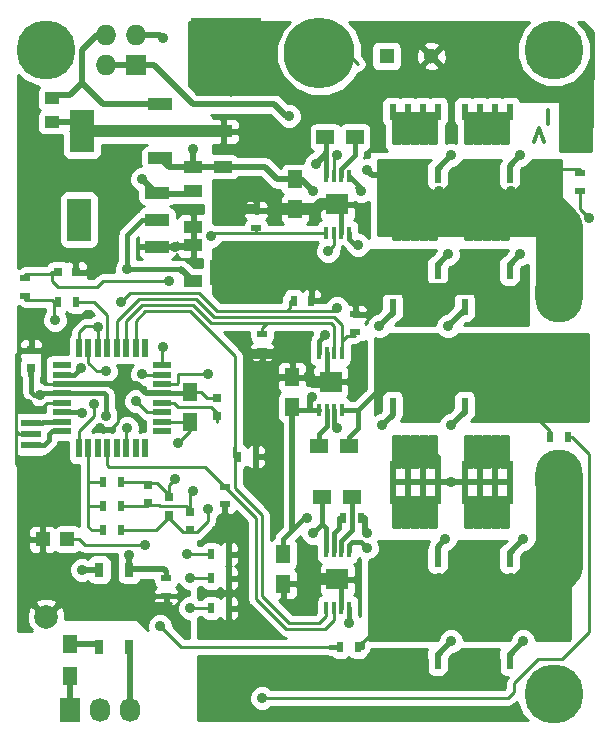
<source format=gtl>
G04 #@! TF.FileFunction,Copper,L1,Top,Signal*
%FSLAX46Y46*%
G04 Gerber Fmt 4.6, Leading zero omitted, Abs format (unit mm)*
G04 Created by KiCad (PCBNEW 0.201511171411+6319~30~ubuntu15.10.1-product) date Fr 04 Dez 2015 11:44:42 CET*
%MOMM*%
G01*
G04 APERTURE LIST*
%ADD10C,0.100000*%
%ADD11C,0.300000*%
%ADD12O,4.000000X5.000000*%
%ADD13R,6.000000X6.000000*%
%ADD14C,6.000000*%
%ADD15R,1.300000X1.300000*%
%ADD16C,1.300000*%
%ADD17R,1.198880X1.198880*%
%ADD18R,1.200000X1.200000*%
%ADD19C,5.000000*%
%ADD20C,2.000000*%
%ADD21R,2.032000X3.657600*%
%ADD22R,2.032000X1.016000*%
%ADD23R,0.406400X1.016000*%
%ADD24R,1.850000X1.730000*%
%ADD25R,1.250000X1.500000*%
%ADD26R,1.500000X1.250000*%
%ADD27R,1.600000X1.000000*%
%ADD28R,1.600000X0.550000*%
%ADD29R,0.550000X1.600000*%
%ADD30R,1.727200X2.032000*%
%ADD31O,1.727200X2.032000*%
%ADD32R,1.300000X1.500000*%
%ADD33R,1.800000X0.600000*%
%ADD34R,1.727200X1.727200*%
%ADD35O,1.727200X1.727200*%
%ADD36R,0.800000X0.750000*%
%ADD37R,0.750000X0.800000*%
%ADD38R,1.250000X1.000000*%
%ADD39R,0.800100X1.300480*%
%ADD40R,0.599440X1.399540*%
%ADD41R,4.000500X2.799080*%
%ADD42R,0.800000X1.000000*%
%ADD43R,0.900000X0.500000*%
%ADD44R,0.500000X0.900000*%
%ADD45C,0.889000*%
%ADD46C,0.254000*%
%ADD47C,0.508000*%
%ADD48C,0.381000*%
%ADD49C,1.016000*%
%ADD50C,4.000000*%
%ADD51C,3.048000*%
G04 APERTURE END LIST*
D10*
D11*
X230564571Y-60832857D02*
X230993143Y-59690000D01*
X231421714Y-60832857D01*
X231707429Y-59332857D02*
X231707429Y-58190000D01*
D12*
X232664000Y-89408000D03*
X232664000Y-81508000D03*
X232664000Y-73608000D03*
D13*
X204470000Y-53340000D03*
D14*
X212370000Y-53340000D03*
D15*
X218059000Y-53594000D03*
D16*
X221859000Y-53594000D03*
D17*
X191041020Y-94488000D03*
X188942980Y-94488000D03*
D18*
X204724000Y-73406000D03*
X205724000Y-73406000D03*
X206724000Y-73406000D03*
X206724000Y-72406000D03*
X205724000Y-72406000D03*
X203724000Y-71406000D03*
X203724000Y-72406000D03*
X204724000Y-72406000D03*
X204724000Y-71406000D03*
X206724000Y-71406000D03*
X205724000Y-71406000D03*
X206724000Y-70406000D03*
X205724000Y-70406000D03*
X204724000Y-70406000D03*
D19*
X189230000Y-53086000D03*
X232230000Y-53086000D03*
D20*
X189230000Y-101086000D03*
D19*
X232230000Y-107586000D03*
D21*
X192278000Y-59944000D03*
D22*
X198882000Y-59944000D03*
X198882000Y-57658000D03*
X198882000Y-62230000D03*
D23*
X214884000Y-68554600D03*
X214233760Y-68554600D03*
X213583520Y-68554600D03*
X212933280Y-68554600D03*
X214884000Y-63754000D03*
X214233760Y-63754000D03*
X213583520Y-63754000D03*
X212933280Y-63754000D03*
D24*
X213909000Y-66154000D03*
D23*
X212344000Y-78765400D03*
X212994240Y-78765400D03*
X213644480Y-78765400D03*
X214294720Y-78765400D03*
X212344000Y-83566000D03*
X212994240Y-83566000D03*
X213644480Y-83566000D03*
X214294720Y-83566000D03*
D24*
X213319000Y-81166000D03*
D23*
X214884000Y-100304600D03*
X214233760Y-100304600D03*
X213583520Y-100304600D03*
X212933280Y-100304600D03*
X214884000Y-95504000D03*
X214233760Y-95504000D03*
X213583520Y-95504000D03*
X212933280Y-95504000D03*
D24*
X213909000Y-97904000D03*
D25*
X209296000Y-95778000D03*
X209296000Y-98278000D03*
D26*
X215118000Y-90932000D03*
X212618000Y-90932000D03*
D25*
X210312000Y-64028000D03*
X210312000Y-66528000D03*
D26*
X212364000Y-86614000D03*
X214864000Y-86614000D03*
D25*
X210058000Y-83292000D03*
X210058000Y-80792000D03*
D26*
X215372000Y-60452000D03*
X212872000Y-60452000D03*
D25*
X201422000Y-82062000D03*
X201422000Y-84562000D03*
D27*
X201676000Y-62968000D03*
X201676000Y-59968000D03*
D28*
X190568000Y-79750000D03*
X190568000Y-80550000D03*
X190568000Y-81350000D03*
X190568000Y-82150000D03*
X190568000Y-82950000D03*
X190568000Y-83750000D03*
X190568000Y-84550000D03*
X190568000Y-85350000D03*
D29*
X192018000Y-86800000D03*
X192818000Y-86800000D03*
X193618000Y-86800000D03*
X194418000Y-86800000D03*
X195218000Y-86800000D03*
X196018000Y-86800000D03*
X196818000Y-86800000D03*
X197618000Y-86800000D03*
D28*
X199068000Y-85350000D03*
X199068000Y-84550000D03*
X199068000Y-83750000D03*
X199068000Y-82950000D03*
X199068000Y-82150000D03*
X199068000Y-81350000D03*
X199068000Y-80550000D03*
X199068000Y-79750000D03*
D29*
X197618000Y-78300000D03*
X196818000Y-78300000D03*
X196018000Y-78300000D03*
X195218000Y-78300000D03*
X194418000Y-78300000D03*
X193618000Y-78300000D03*
X192818000Y-78300000D03*
X192018000Y-78300000D03*
D30*
X191262000Y-108966000D03*
D31*
X193802000Y-108966000D03*
X196342000Y-108966000D03*
D32*
X191262000Y-103361500D03*
X191262000Y-106061500D03*
D33*
X187960000Y-84648000D03*
X187960000Y-85598000D03*
X187960000Y-86548000D03*
D34*
X196850000Y-54356000D03*
D35*
X196850000Y-51816000D03*
X194310000Y-54356000D03*
X194310000Y-51816000D03*
D27*
X201676000Y-65048000D03*
X201676000Y-68048000D03*
X201676000Y-72620000D03*
X201676000Y-69620000D03*
X204216000Y-62968000D03*
X204216000Y-59968000D03*
D36*
X190258000Y-71882000D03*
X191758000Y-71882000D03*
D37*
X187960000Y-79998000D03*
X187960000Y-78498000D03*
X203708000Y-84062000D03*
X203708000Y-82562000D03*
X201422000Y-93714000D03*
X201422000Y-92214000D03*
X199644000Y-90944000D03*
X199644000Y-92444000D03*
X197866000Y-89928000D03*
X197866000Y-91428000D03*
D38*
X189738000Y-57166000D03*
X189738000Y-59166000D03*
D39*
X196278500Y-103581200D03*
X193738500Y-103581200D03*
X193738500Y-97078800D03*
X196278500Y-97078800D03*
D40*
X218567000Y-90805000D03*
X218567000Y-96139000D03*
X219837000Y-90805000D03*
X221107000Y-90805000D03*
X222377000Y-90805000D03*
X219837000Y-96139000D03*
X221107000Y-96139000D03*
X222377000Y-96139000D03*
D41*
X220472000Y-92202000D03*
D42*
X218948000Y-91313000D03*
X219710000Y-91313000D03*
X220472000Y-91313000D03*
X221234000Y-91313000D03*
X221996000Y-91313000D03*
X218948000Y-92329000D03*
X219710000Y-92329000D03*
X220472000Y-92329000D03*
X221234000Y-92329000D03*
X221996000Y-92329000D03*
X218948000Y-93154500D03*
X219710000Y-93154500D03*
X220472000Y-93154500D03*
X221234000Y-93154500D03*
X221996000Y-93154500D03*
D40*
X224663000Y-90805000D03*
X224663000Y-96139000D03*
X225933000Y-90805000D03*
X227203000Y-90805000D03*
X228473000Y-90805000D03*
X225933000Y-96139000D03*
X227203000Y-96139000D03*
X228473000Y-96139000D03*
D41*
X226568000Y-92202000D03*
D42*
X225044000Y-91313000D03*
X225806000Y-91313000D03*
X226568000Y-91313000D03*
X227330000Y-91313000D03*
X228092000Y-91313000D03*
X225044000Y-92329000D03*
X225806000Y-92329000D03*
X226568000Y-92329000D03*
X227330000Y-92329000D03*
X228092000Y-92329000D03*
X225044000Y-93154500D03*
X225806000Y-93154500D03*
X226568000Y-93154500D03*
X227330000Y-93154500D03*
X228092000Y-93154500D03*
D40*
X218567000Y-99441000D03*
X218567000Y-104775000D03*
X219837000Y-99441000D03*
X221107000Y-99441000D03*
X222377000Y-99441000D03*
X219837000Y-104775000D03*
X221107000Y-104775000D03*
X222377000Y-104775000D03*
D41*
X220472000Y-100838000D03*
D42*
X218948000Y-99949000D03*
X219710000Y-99949000D03*
X220472000Y-99949000D03*
X221234000Y-99949000D03*
X221996000Y-99949000D03*
X218948000Y-100965000D03*
X219710000Y-100965000D03*
X220472000Y-100965000D03*
X221234000Y-100965000D03*
X221996000Y-100965000D03*
X218948000Y-101790500D03*
X219710000Y-101790500D03*
X220472000Y-101790500D03*
X221234000Y-101790500D03*
X221996000Y-101790500D03*
D40*
X224663000Y-99441000D03*
X224663000Y-104775000D03*
X225933000Y-99441000D03*
X227203000Y-99441000D03*
X228473000Y-99441000D03*
X225933000Y-104775000D03*
X227203000Y-104775000D03*
X228473000Y-104775000D03*
D41*
X226568000Y-100838000D03*
D42*
X225044000Y-99949000D03*
X225806000Y-99949000D03*
X226568000Y-99949000D03*
X227330000Y-99949000D03*
X228092000Y-99949000D03*
X225044000Y-100965000D03*
X225806000Y-100965000D03*
X226568000Y-100965000D03*
X227330000Y-100965000D03*
X228092000Y-100965000D03*
X225044000Y-101790500D03*
X225806000Y-101790500D03*
X226568000Y-101790500D03*
X227330000Y-101790500D03*
X228092000Y-101790500D03*
D40*
X228473000Y-88519000D03*
X228473000Y-83185000D03*
X227203000Y-88519000D03*
X225933000Y-88519000D03*
X224663000Y-88519000D03*
X227203000Y-83185000D03*
X225933000Y-83185000D03*
X224663000Y-83185000D03*
D41*
X226568000Y-87122000D03*
D42*
X228092000Y-88011000D03*
X227330000Y-88011000D03*
X226568000Y-88011000D03*
X225806000Y-88011000D03*
X225044000Y-88011000D03*
X228092000Y-86995000D03*
X227330000Y-86995000D03*
X226568000Y-86995000D03*
X225806000Y-86995000D03*
X225044000Y-86995000D03*
X228092000Y-86169500D03*
X227330000Y-86169500D03*
X226568000Y-86169500D03*
X225806000Y-86169500D03*
X225044000Y-86169500D03*
D40*
X222377000Y-88519000D03*
X222377000Y-83185000D03*
X221107000Y-88519000D03*
X219837000Y-88519000D03*
X218567000Y-88519000D03*
X221107000Y-83185000D03*
X219837000Y-83185000D03*
X218567000Y-83185000D03*
D41*
X220472000Y-87122000D03*
D42*
X221996000Y-88011000D03*
X221234000Y-88011000D03*
X220472000Y-88011000D03*
X219710000Y-88011000D03*
X218948000Y-88011000D03*
X221996000Y-86995000D03*
X221234000Y-86995000D03*
X220472000Y-86995000D03*
X219710000Y-86995000D03*
X218948000Y-86995000D03*
X221996000Y-86169500D03*
X221234000Y-86169500D03*
X220472000Y-86169500D03*
X219710000Y-86169500D03*
X218948000Y-86169500D03*
D40*
X222377000Y-80137000D03*
X222377000Y-74803000D03*
X221107000Y-80137000D03*
X219837000Y-80137000D03*
X218567000Y-80137000D03*
X221107000Y-74803000D03*
X219837000Y-74803000D03*
X218567000Y-74803000D03*
D41*
X220472000Y-78740000D03*
D42*
X221996000Y-79629000D03*
X221234000Y-79629000D03*
X220472000Y-79629000D03*
X219710000Y-79629000D03*
X218948000Y-79629000D03*
X221996000Y-78613000D03*
X221234000Y-78613000D03*
X220472000Y-78613000D03*
X219710000Y-78613000D03*
X218948000Y-78613000D03*
X221996000Y-77787500D03*
X221234000Y-77787500D03*
X220472000Y-77787500D03*
X219710000Y-77787500D03*
X218948000Y-77787500D03*
D40*
X228473000Y-80137000D03*
X228473000Y-74803000D03*
X227203000Y-80137000D03*
X225933000Y-80137000D03*
X224663000Y-80137000D03*
X227203000Y-74803000D03*
X225933000Y-74803000D03*
X224663000Y-74803000D03*
D41*
X226568000Y-78740000D03*
D42*
X228092000Y-79629000D03*
X227330000Y-79629000D03*
X226568000Y-79629000D03*
X225806000Y-79629000D03*
X225044000Y-79629000D03*
X228092000Y-78613000D03*
X227330000Y-78613000D03*
X226568000Y-78613000D03*
X225806000Y-78613000D03*
X225044000Y-78613000D03*
X228092000Y-77787500D03*
X227330000Y-77787500D03*
X226568000Y-77787500D03*
X225806000Y-77787500D03*
X225044000Y-77787500D03*
D40*
X224663000Y-58293000D03*
X224663000Y-63627000D03*
X225933000Y-58293000D03*
X227203000Y-58293000D03*
X228473000Y-58293000D03*
X225933000Y-63627000D03*
X227203000Y-63627000D03*
X228473000Y-63627000D03*
D41*
X226568000Y-59690000D03*
D42*
X225044000Y-58801000D03*
X225806000Y-58801000D03*
X226568000Y-58801000D03*
X227330000Y-58801000D03*
X228092000Y-58801000D03*
X225044000Y-59817000D03*
X225806000Y-59817000D03*
X226568000Y-59817000D03*
X227330000Y-59817000D03*
X228092000Y-59817000D03*
X225044000Y-60642500D03*
X225806000Y-60642500D03*
X226568000Y-60642500D03*
X227330000Y-60642500D03*
X228092000Y-60642500D03*
D40*
X218567000Y-58293000D03*
X218567000Y-63627000D03*
X219837000Y-58293000D03*
X221107000Y-58293000D03*
X222377000Y-58293000D03*
X219837000Y-63627000D03*
X221107000Y-63627000D03*
X222377000Y-63627000D03*
D41*
X220472000Y-59690000D03*
D42*
X218948000Y-58801000D03*
X219710000Y-58801000D03*
X220472000Y-58801000D03*
X221234000Y-58801000D03*
X221996000Y-58801000D03*
X218948000Y-59817000D03*
X219710000Y-59817000D03*
X220472000Y-59817000D03*
X221234000Y-59817000D03*
X221996000Y-59817000D03*
X218948000Y-60642500D03*
X219710000Y-60642500D03*
X220472000Y-60642500D03*
X221234000Y-60642500D03*
X221996000Y-60642500D03*
D40*
X218567000Y-66421000D03*
X218567000Y-71755000D03*
X219837000Y-66421000D03*
X221107000Y-66421000D03*
X222377000Y-66421000D03*
X219837000Y-71755000D03*
X221107000Y-71755000D03*
X222377000Y-71755000D03*
D41*
X220472000Y-67818000D03*
D42*
X218948000Y-66929000D03*
X219710000Y-66929000D03*
X220472000Y-66929000D03*
X221234000Y-66929000D03*
X221996000Y-66929000D03*
X218948000Y-67945000D03*
X219710000Y-67945000D03*
X220472000Y-67945000D03*
X221234000Y-67945000D03*
X221996000Y-67945000D03*
X218948000Y-68770500D03*
X219710000Y-68770500D03*
X220472000Y-68770500D03*
X221234000Y-68770500D03*
X221996000Y-68770500D03*
D40*
X224663000Y-66421000D03*
X224663000Y-71755000D03*
X225933000Y-66421000D03*
X227203000Y-66421000D03*
X228473000Y-66421000D03*
X225933000Y-71755000D03*
X227203000Y-71755000D03*
X228473000Y-71755000D03*
D41*
X226568000Y-67818000D03*
D42*
X225044000Y-66929000D03*
X225806000Y-66929000D03*
X226568000Y-66929000D03*
X227330000Y-66929000D03*
X228092000Y-66929000D03*
X225044000Y-67945000D03*
X225806000Y-67945000D03*
X226568000Y-67945000D03*
X227330000Y-67945000D03*
X228092000Y-67945000D03*
X225044000Y-68770500D03*
X225806000Y-68770500D03*
X226568000Y-68770500D03*
X227330000Y-68770500D03*
X228092000Y-68770500D03*
D43*
X199390000Y-99302000D03*
X199390000Y-97802000D03*
D44*
X195568000Y-89662000D03*
X194068000Y-89662000D03*
X215634000Y-103632000D03*
X214134000Y-103632000D03*
X203212000Y-95758000D03*
X204712000Y-95758000D03*
D43*
X187452000Y-72402000D03*
X187452000Y-73902000D03*
D44*
X195568000Y-91694000D03*
X194068000Y-91694000D03*
X231914000Y-85852000D03*
X233414000Y-85852000D03*
X215888000Y-92710000D03*
X214388000Y-92710000D03*
X203212000Y-97790000D03*
X204712000Y-97790000D03*
X195568000Y-93726000D03*
X194068000Y-93726000D03*
D43*
X234442000Y-63512000D03*
X234442000Y-65012000D03*
D44*
X203212000Y-100330000D03*
X204712000Y-100330000D03*
X191758000Y-74422000D03*
X190258000Y-74422000D03*
X206998000Y-87503000D03*
X205498000Y-87503000D03*
D43*
X204343000Y-91555000D03*
X204343000Y-90055000D03*
X215392000Y-75450000D03*
X215392000Y-76950000D03*
X207518000Y-78601000D03*
X207518000Y-77101000D03*
X207010000Y-66687000D03*
X207010000Y-68187000D03*
D44*
X211697000Y-74295000D03*
X210197000Y-74295000D03*
D21*
X192024000Y-67437000D03*
D22*
X198628000Y-67437000D03*
X198628000Y-65151000D03*
X198628000Y-69723000D03*
D45*
X211709000Y-82423000D03*
X201676000Y-61468000D03*
X199136000Y-52070000D03*
X216408000Y-95250000D03*
X211328000Y-92710000D03*
X215900000Y-65024000D03*
X211836000Y-65024000D03*
X206375000Y-101346000D03*
X205486000Y-67564000D03*
X205232000Y-66294000D03*
X205486000Y-77343000D03*
X223393000Y-106680000D03*
X222123000Y-106680000D03*
X225933000Y-73279000D03*
X220345000Y-73279000D03*
X215392000Y-73279000D03*
X223520000Y-73279000D03*
X216789000Y-73279000D03*
X227076000Y-106172000D03*
X225806000Y-106172000D03*
X224536000Y-106172000D03*
X220980000Y-106172000D03*
X219710000Y-106172000D03*
X218440000Y-106172000D03*
X211836000Y-97790000D03*
X228600000Y-97790000D03*
X227330000Y-97790000D03*
X226060000Y-97790000D03*
X224790000Y-97790000D03*
X222504000Y-97790000D03*
X221234000Y-97790000D03*
X219964000Y-97790000D03*
X218694000Y-97790000D03*
X211836000Y-93980000D03*
X216916000Y-96520000D03*
X209804000Y-58674000D03*
X223520000Y-89662000D03*
X197358000Y-64008000D03*
X192278000Y-97091500D03*
X194310000Y-84074000D03*
X188722000Y-82296000D03*
X192278000Y-83820000D03*
X189992000Y-75946000D03*
X196088000Y-71628000D03*
X199136000Y-78232000D03*
X199644000Y-72644000D03*
X228600000Y-81534000D03*
X227330000Y-81534000D03*
X226060000Y-81534000D03*
X224790000Y-81534000D03*
X222504000Y-81534000D03*
X221234000Y-81534000D03*
X219964000Y-81534000D03*
X218567000Y-81534000D03*
X228600000Y-65024000D03*
X227330000Y-65024000D03*
X226060000Y-65024000D03*
X224790000Y-65024000D03*
X222504000Y-65024000D03*
X221234000Y-65024000D03*
X219964000Y-65024000D03*
X218694000Y-65024000D03*
X212090000Y-62738000D03*
X216408000Y-63246000D03*
X200406000Y-86360000D03*
X235204000Y-67310000D03*
X201422000Y-100330000D03*
X202946000Y-91948000D03*
X202946000Y-80518000D03*
X201422000Y-97790000D03*
X207518000Y-107950000D03*
X201676000Y-90424000D03*
X196850000Y-82804000D03*
X201168000Y-95758000D03*
X198882000Y-101854000D03*
X197358000Y-80518000D03*
X200152000Y-89408000D03*
X196278500Y-95821500D03*
X193618000Y-76524000D03*
X223520000Y-103124000D03*
X229616000Y-103124000D03*
X216408000Y-93980000D03*
X229616000Y-94488000D03*
X223012000Y-94488000D03*
X217424000Y-76454000D03*
X223266000Y-76454000D03*
X223520000Y-84836000D03*
X217678000Y-84836000D03*
X223266000Y-70358000D03*
X229362000Y-70358000D03*
X223520000Y-61976000D03*
X229362000Y-61976000D03*
X192151000Y-80010000D03*
X203200000Y-68834000D03*
X213106000Y-70104000D03*
X213868000Y-74930000D03*
X195580000Y-74422000D03*
X193294000Y-83058000D03*
X196088000Y-85090000D03*
X194310000Y-80264000D03*
X214884000Y-101600000D03*
X212852000Y-77216000D03*
X213868000Y-85090000D03*
X215646000Y-69596000D03*
X213868000Y-61976000D03*
X197612000Y-94996000D03*
X191008000Y-70485000D03*
X200152000Y-69723000D03*
X193802000Y-85090000D03*
X196850000Y-99822000D03*
X187706000Y-89154000D03*
X187706000Y-83058000D03*
D46*
X204216000Y-62968000D02*
X205970000Y-62968000D01*
D47*
X211582000Y-82550000D02*
X211582000Y-83566000D01*
X211709000Y-82423000D02*
X211582000Y-82550000D01*
X196850000Y-51816000D02*
X198882000Y-51816000D01*
X201676000Y-61468000D02*
X201676000Y-62968000D01*
X198882000Y-51816000D02*
X199136000Y-52070000D01*
X210058000Y-83292000D02*
X210058000Y-93726000D01*
X210058000Y-93726000D02*
X210058000Y-93472000D01*
X210058000Y-93472000D02*
X210058000Y-93726000D01*
X210312000Y-64028000D02*
X208808000Y-64028000D01*
X207748000Y-62968000D02*
X205970000Y-62968000D01*
X205970000Y-62968000D02*
X201676000Y-62968000D01*
X208808000Y-64028000D02*
X207748000Y-62968000D01*
X201676000Y-62968000D02*
X199620000Y-62968000D01*
X199620000Y-62968000D02*
X198882000Y-62230000D01*
D48*
X214884000Y-94996000D02*
X214884000Y-95504000D01*
X209296000Y-94488000D02*
X210058000Y-93726000D01*
X209296000Y-95778000D02*
X209296000Y-94488000D01*
X210058000Y-93726000D02*
X211074000Y-92710000D01*
X215138000Y-94742000D02*
X214884000Y-94996000D01*
X215900000Y-94742000D02*
X215138000Y-94742000D01*
X216408000Y-95250000D02*
X215900000Y-94742000D01*
X211074000Y-92710000D02*
X211328000Y-92710000D01*
X210332000Y-83566000D02*
X210058000Y-83292000D01*
X212344000Y-83566000D02*
X211582000Y-83566000D01*
X211582000Y-83566000D02*
X211328000Y-83566000D01*
X211328000Y-83566000D02*
X210332000Y-83566000D01*
D47*
X215900000Y-65024000D02*
X215646000Y-64770000D01*
X210840000Y-64028000D02*
X211836000Y-65024000D01*
X210312000Y-64028000D02*
X210840000Y-64028000D01*
D48*
X215900000Y-64770000D02*
X214884000Y-63754000D01*
X215900000Y-65024000D02*
X215900000Y-64770000D01*
D46*
X204470000Y-53340000D02*
X204470000Y-56464198D01*
X204470000Y-56464198D02*
X204901800Y-56895998D01*
D48*
X204712000Y-100330000D02*
X205359000Y-100330000D01*
X205359000Y-100330000D02*
X206375000Y-101346000D01*
D47*
X207010000Y-66337000D02*
X205275000Y-66337000D01*
X205275000Y-66337000D02*
X205486000Y-66548000D01*
X205486000Y-66548000D02*
X205486000Y-67564000D01*
X205275000Y-66337000D02*
X205232000Y-66294000D01*
D49*
X192278000Y-59944000D02*
X198882000Y-59944000D01*
X198882000Y-59944000D02*
X198906000Y-59968000D01*
X198906000Y-59968000D02*
X201676000Y-59968000D01*
X201676000Y-59968000D02*
X204216000Y-59968000D01*
D47*
X189738000Y-59166000D02*
X191500000Y-59166000D01*
X191500000Y-59166000D02*
X192278000Y-59944000D01*
X210058000Y-80792000D02*
X208681000Y-80792000D01*
X205486000Y-77978000D02*
X205486000Y-77343000D01*
X206459000Y-78951000D02*
X205486000Y-77978000D01*
X208491000Y-78951000D02*
X206459000Y-78951000D01*
X208661000Y-79121000D02*
X208491000Y-78951000D01*
X208661000Y-80772000D02*
X208661000Y-79121000D01*
X208681000Y-80792000D02*
X208661000Y-80772000D01*
X224536000Y-106172000D02*
X223901000Y-106172000D01*
X223901000Y-106172000D02*
X223393000Y-106680000D01*
X220980000Y-106172000D02*
X221615000Y-106172000D01*
X221615000Y-106172000D02*
X222123000Y-106680000D01*
D49*
X213909000Y-97904000D02*
X211950000Y-97904000D01*
X211950000Y-97904000D02*
X211836000Y-97790000D01*
X213319000Y-81166000D02*
X211849000Y-81166000D01*
X211849000Y-81166000D02*
X211475000Y-80792000D01*
X213909000Y-66154000D02*
X212484000Y-66154000D01*
X212484000Y-66154000D02*
X212110000Y-66528000D01*
X212110000Y-66528000D02*
X208768000Y-66528000D01*
X206724000Y-73406000D02*
X207899000Y-73406000D01*
X207899000Y-73406000D02*
X208899000Y-72406000D01*
X218567000Y-73279000D02*
X216789000Y-73279000D01*
X216789000Y-73279000D02*
X215392000Y-73279000D01*
X218567000Y-73279000D02*
X220345000Y-73279000D01*
X220345000Y-73279000D02*
X219837000Y-73279000D01*
D47*
X218567000Y-71755000D02*
X218567000Y-73279000D01*
D49*
X221107000Y-73279000D02*
X222377000Y-73279000D01*
X219837000Y-73279000D02*
X221107000Y-73279000D01*
X222377000Y-73279000D02*
X223520000Y-73279000D01*
X223520000Y-73279000D02*
X224663000Y-73279000D01*
X224663000Y-73279000D02*
X225933000Y-73279000D01*
X225933000Y-73279000D02*
X227203000Y-73279000D01*
D47*
X219837000Y-74803000D02*
X219837000Y-71755000D01*
X221107000Y-74803000D02*
X221107000Y-71755000D01*
X222377000Y-74803000D02*
X222377000Y-73279000D01*
X224663000Y-73279000D02*
X224663000Y-71755000D01*
X222377000Y-73279000D02*
X224663000Y-73279000D01*
X225933000Y-71755000D02*
X225933000Y-74803000D01*
X228473000Y-74803000D02*
X228473000Y-73406000D01*
X228346000Y-73279000D02*
X227203000Y-73279000D01*
X228473000Y-73406000D02*
X228346000Y-73279000D01*
X227203000Y-71755000D02*
X227203000Y-73279000D01*
X227203000Y-73279000D02*
X227203000Y-74803000D01*
D49*
X206724000Y-72406000D02*
X208899000Y-72406000D01*
X208899000Y-72406000D02*
X210296000Y-72406000D01*
D47*
X210296000Y-72406000D02*
X211074000Y-71628000D01*
D49*
X206724000Y-71406000D02*
X210852000Y-71406000D01*
X206724000Y-70406000D02*
X209852000Y-70406000D01*
D47*
X210852000Y-71406000D02*
X211074000Y-71628000D01*
X210820000Y-71374000D02*
X211074000Y-71628000D01*
X209852000Y-70406000D02*
X210820000Y-71374000D01*
X211074000Y-71628000D02*
X218440000Y-71628000D01*
X218440000Y-71628000D02*
X218567000Y-71755000D01*
D46*
X205724000Y-70406000D02*
X204724000Y-70406000D01*
X204724000Y-70406000D02*
X204724000Y-71406000D01*
X204724000Y-71406000D02*
X205724000Y-71406000D01*
X205724000Y-71406000D02*
X205724000Y-72406000D01*
X205724000Y-72406000D02*
X204724000Y-72406000D01*
X204724000Y-72406000D02*
X203724000Y-72406000D01*
X203724000Y-72406000D02*
X203724000Y-71406000D01*
X203724000Y-71406000D02*
X206724000Y-71406000D01*
X206724000Y-71406000D02*
X206724000Y-70406000D01*
X206724000Y-70406000D02*
X206724000Y-72406000D01*
X206724000Y-72406000D02*
X206724000Y-73406000D01*
X206724000Y-73406000D02*
X205724000Y-73406000D01*
X205724000Y-73406000D02*
X204724000Y-73406000D01*
D48*
X210312000Y-66528000D02*
X208768000Y-66528000D01*
X212110000Y-66528000D02*
X210312000Y-66528000D01*
X212484000Y-66154000D02*
X212110000Y-66528000D01*
X214233760Y-68554600D02*
X214233760Y-66478760D01*
X214233760Y-66478760D02*
X213909000Y-66154000D01*
X211475000Y-80792000D02*
X210058000Y-80792000D01*
X212994240Y-78765400D02*
X212994240Y-80841240D01*
X212994240Y-80841240D02*
X213319000Y-81166000D01*
D49*
X227203000Y-104775000D02*
X227203000Y-106045000D01*
X227203000Y-106045000D02*
X227076000Y-106172000D01*
X225933000Y-104775000D02*
X225933000Y-106045000D01*
X225933000Y-106045000D02*
X225806000Y-106172000D01*
X224663000Y-104775000D02*
X224663000Y-106045000D01*
X224663000Y-106045000D02*
X224536000Y-106172000D01*
X221107000Y-104775000D02*
X221107000Y-106045000D01*
X221107000Y-106045000D02*
X220980000Y-106172000D01*
X219837000Y-104775000D02*
X219837000Y-106045000D01*
X219837000Y-106045000D02*
X219710000Y-106172000D01*
X218567000Y-104775000D02*
X218567000Y-106045000D01*
X218567000Y-106045000D02*
X218440000Y-106172000D01*
D48*
X211836000Y-97790000D02*
X211709000Y-97917000D01*
X211709000Y-97917000D02*
X211937000Y-97917000D01*
X211937000Y-97917000D02*
X211950000Y-97904000D01*
X214233760Y-100304600D02*
X214233760Y-98228760D01*
X214233760Y-98228760D02*
X213909000Y-97904000D01*
X211950000Y-97904000D02*
X211836000Y-97790000D01*
X209296000Y-98278000D02*
X211348000Y-98278000D01*
X211348000Y-98278000D02*
X211836000Y-97790000D01*
X210058000Y-66274000D02*
X210586000Y-66274000D01*
D46*
X201676000Y-59968000D02*
X204216000Y-59968000D01*
X192278000Y-59944000D02*
X191262000Y-59944000D01*
D47*
X198882000Y-59944000D02*
X201652000Y-59944000D01*
X201652000Y-59944000D02*
X201676000Y-59968000D01*
D48*
X214233760Y-95504000D02*
X214233760Y-94630240D01*
X215118000Y-93746000D02*
X215118000Y-90932000D01*
X214233760Y-94630240D02*
X215118000Y-93746000D01*
D46*
X232664000Y-89408000D02*
X232664000Y-92964000D01*
X232664000Y-92964000D02*
X232613200Y-93014800D01*
D48*
X215634000Y-103632000D02*
X215984000Y-103632000D01*
X215984000Y-103632000D02*
X215984000Y-103294000D01*
D50*
X232664000Y-89408000D02*
X232664000Y-96774000D01*
X232664000Y-96774000D02*
X231394000Y-98044000D01*
D51*
X232664000Y-96774000D02*
X231394000Y-98044000D01*
X232664000Y-91440000D02*
X232664000Y-96774000D01*
D46*
X215984000Y-103632000D02*
X215984000Y-103294000D01*
X215984000Y-103294000D02*
X216916000Y-102362000D01*
X216916000Y-102362000D02*
X216916000Y-96520000D01*
D47*
X228473000Y-97917000D02*
X228473000Y-99441000D01*
X228600000Y-97790000D02*
X228473000Y-97917000D01*
X227203000Y-99441000D02*
X227203000Y-97917000D01*
X227203000Y-97917000D02*
X227330000Y-97790000D01*
X227203000Y-97663000D02*
X227203000Y-96139000D01*
X227330000Y-97790000D02*
X227203000Y-97663000D01*
X225933000Y-99441000D02*
X225933000Y-97917000D01*
X225933000Y-97917000D02*
X226060000Y-97790000D01*
X225933000Y-97663000D02*
X225933000Y-96139000D01*
X226060000Y-97790000D02*
X225933000Y-97663000D01*
X224663000Y-96139000D02*
X224663000Y-97663000D01*
X224663000Y-97663000D02*
X224790000Y-97790000D01*
X224663000Y-97917000D02*
X224663000Y-99441000D01*
X224790000Y-97790000D02*
X224663000Y-97917000D01*
X222377000Y-97917000D02*
X222377000Y-99441000D01*
X222504000Y-97790000D02*
X222377000Y-97917000D01*
X221107000Y-99441000D02*
X221107000Y-97917000D01*
X221107000Y-97917000D02*
X221234000Y-97790000D01*
X221107000Y-97663000D02*
X221107000Y-96139000D01*
X221234000Y-97790000D02*
X221107000Y-97663000D01*
X219837000Y-99441000D02*
X219837000Y-97917000D01*
X219837000Y-97917000D02*
X219964000Y-97790000D01*
X218567000Y-99441000D02*
X218567000Y-97917000D01*
X218567000Y-97917000D02*
X218694000Y-97790000D01*
X218567000Y-96139000D02*
X218567000Y-97663000D01*
X219837000Y-97663000D02*
X219837000Y-96139000D01*
X219964000Y-97790000D02*
X219837000Y-97663000D01*
X218567000Y-97663000D02*
X218694000Y-97790000D01*
D48*
X212618000Y-92964000D02*
X212618000Y-93198000D01*
X212618000Y-93198000D02*
X211836000Y-93980000D01*
X212933280Y-95504000D02*
X212933280Y-93553280D01*
X212618000Y-93238000D02*
X212618000Y-92964000D01*
X212618000Y-92964000D02*
X212618000Y-90932000D01*
X212933280Y-93553280D02*
X212618000Y-93238000D01*
X216916000Y-96520000D02*
X217297000Y-96139000D01*
X217297000Y-96139000D02*
X218567000Y-96139000D01*
D46*
X212370000Y-53340000D02*
X214731600Y-53340000D01*
X214731600Y-53340000D02*
X215646000Y-54254400D01*
D47*
X209804000Y-58674000D02*
X209550000Y-58674000D01*
X209550000Y-58674000D02*
X208534000Y-57658000D01*
X196850000Y-54356000D02*
X198374000Y-54356000D01*
X198374000Y-54356000D02*
X201676000Y-57658000D01*
X201676000Y-57658000D02*
X208534000Y-57658000D01*
X228473000Y-89662000D02*
X224790000Y-89662000D01*
X224790000Y-89662000D02*
X218567000Y-89662000D01*
X218567000Y-89662000D02*
X218694000Y-89662000D01*
X218694000Y-89662000D02*
X218567000Y-89662000D01*
X224028000Y-89662000D02*
X223520000Y-89662000D01*
X228473000Y-90805000D02*
X228473000Y-89662000D01*
X228473000Y-89662000D02*
X228473000Y-88519000D01*
X227203000Y-90805000D02*
X227203000Y-88519000D01*
X225933000Y-88519000D02*
X225933000Y-90805000D01*
X224663000Y-90805000D02*
X224663000Y-89789000D01*
X224663000Y-89789000D02*
X224536000Y-89662000D01*
X222377000Y-89662000D02*
X224028000Y-89662000D01*
X224028000Y-89662000D02*
X224536000Y-89662000D01*
X224663000Y-89535000D02*
X224663000Y-88519000D01*
X224536000Y-89662000D02*
X224663000Y-89535000D01*
X222377000Y-90805000D02*
X222377000Y-89662000D01*
X222377000Y-89662000D02*
X222377000Y-88519000D01*
X221107000Y-90805000D02*
X221107000Y-88519000D01*
X219837000Y-90805000D02*
X219837000Y-88519000D01*
X218567000Y-90805000D02*
X218567000Y-89662000D01*
X218567000Y-89662000D02*
X218567000Y-88519000D01*
X194310000Y-54356000D02*
X195580000Y-54356000D01*
X195580000Y-54356000D02*
X196850000Y-54356000D01*
X222377000Y-87503000D02*
X222377000Y-88011000D01*
X197358000Y-64008000D02*
X198628000Y-65278000D01*
X198628000Y-65278000D02*
X201656000Y-65278000D01*
X201656000Y-65278000D02*
X201676000Y-65298000D01*
D46*
X187452000Y-73902000D02*
X187452000Y-74252000D01*
X189738000Y-74252000D02*
X189908000Y-74422000D01*
X187452000Y-74252000D02*
X189738000Y-74252000D01*
X190258000Y-74422000D02*
X189908000Y-74422000D01*
D48*
X198628000Y-67437000D02*
X197358000Y-67437000D01*
X196088000Y-68707000D02*
X196088000Y-71628000D01*
X197358000Y-67437000D02*
X196088000Y-68707000D01*
X196088000Y-71628000D02*
X200660000Y-71628000D01*
X200660000Y-71628000D02*
X200660000Y-71755000D01*
X200660000Y-71755000D02*
X200660000Y-71628000D01*
D47*
X193738500Y-97078800D02*
X192290700Y-97078800D01*
X192290700Y-97078800D02*
X192278000Y-97091500D01*
X187960000Y-79998000D02*
X187960000Y-80645000D01*
D48*
X190568000Y-82150000D02*
X194164000Y-82150000D01*
X194310000Y-82296000D02*
X194310000Y-84074000D01*
X194164000Y-82150000D02*
X194310000Y-82296000D01*
X188722000Y-82296000D02*
X188214000Y-82296000D01*
X187960000Y-82042000D02*
X187960000Y-80645000D01*
X187960000Y-80645000D02*
X187960000Y-80498000D01*
X188214000Y-82296000D02*
X187960000Y-82042000D01*
X192278000Y-83820000D02*
X192208000Y-83750000D01*
X192208000Y-83750000D02*
X190568000Y-83750000D01*
X188868000Y-82150000D02*
X190568000Y-82150000D01*
X188722000Y-82296000D02*
X188868000Y-82150000D01*
D46*
X192208000Y-83750000D02*
X190568000Y-83750000D01*
X192278000Y-83820000D02*
X192208000Y-83750000D01*
D47*
X201676000Y-72370000D02*
X201402000Y-72370000D01*
D46*
X189908000Y-74422000D02*
X189908000Y-75862000D01*
X189908000Y-75862000D02*
X189992000Y-75946000D01*
D47*
X201402000Y-72370000D02*
X200660000Y-71628000D01*
D46*
X187452000Y-72402000D02*
X187452000Y-72052000D01*
X189588000Y-72052000D02*
X189738000Y-71902000D01*
X187452000Y-72052000D02*
X189588000Y-72052000D01*
X190258000Y-71882000D02*
X189758000Y-71882000D01*
X189758000Y-71882000D02*
X189738000Y-71902000D01*
X189738000Y-71902000D02*
X189738000Y-72072500D01*
X189738000Y-72072500D02*
X189738000Y-71902000D01*
X189738000Y-71902000D02*
X189758000Y-71882000D01*
X189758000Y-71882000D02*
X189758000Y-72664000D01*
X199068000Y-78300000D02*
X199068000Y-79750000D01*
X199136000Y-78232000D02*
X199068000Y-78300000D01*
X194056000Y-72644000D02*
X199644000Y-72644000D01*
X193548000Y-73152000D02*
X194056000Y-72644000D01*
X190246000Y-73152000D02*
X193548000Y-73152000D01*
X189758000Y-72664000D02*
X190246000Y-73152000D01*
D48*
X212364000Y-85578000D02*
X212994240Y-84947760D01*
X212994240Y-84947760D02*
X212994240Y-83566000D01*
X212364000Y-85852000D02*
X212364000Y-85578000D01*
X212364000Y-86360000D02*
X212364000Y-85852000D01*
X212364000Y-85852000D02*
X212364000Y-86614000D01*
D46*
X232664000Y-81508000D02*
X230758400Y-81508000D01*
X230758400Y-81508000D02*
X229895400Y-80645000D01*
X231914000Y-85852000D02*
X231914000Y-85356000D01*
X231914000Y-85356000D02*
X231564000Y-85006000D01*
X230378000Y-83794000D02*
X232664000Y-81508000D01*
X230378000Y-83820000D02*
X230378000Y-83794000D01*
X231564000Y-85006000D02*
X230378000Y-83820000D01*
X231564000Y-82540000D02*
X232664000Y-81440000D01*
D47*
X228473000Y-83185000D02*
X228473000Y-81661000D01*
X228473000Y-81661000D02*
X228600000Y-81534000D01*
X228473000Y-81407000D02*
X228473000Y-80137000D01*
X228600000Y-81534000D02*
X228473000Y-81407000D01*
X227203000Y-83185000D02*
X227203000Y-81661000D01*
X227203000Y-81661000D02*
X227330000Y-81534000D01*
X227203000Y-81407000D02*
X227203000Y-80137000D01*
X227330000Y-81534000D02*
X227203000Y-81407000D01*
X225933000Y-80137000D02*
X225933000Y-81407000D01*
X225933000Y-81407000D02*
X226060000Y-81534000D01*
X225933000Y-81661000D02*
X225933000Y-83185000D01*
X226060000Y-81534000D02*
X225933000Y-81661000D01*
X224663000Y-81407000D02*
X224663000Y-80137000D01*
X224790000Y-81534000D02*
X224663000Y-81407000D01*
X222377000Y-83185000D02*
X222377000Y-81661000D01*
X222377000Y-81661000D02*
X222504000Y-81534000D01*
X222377000Y-81407000D02*
X222377000Y-80137000D01*
X222504000Y-81534000D02*
X222377000Y-81407000D01*
X221107000Y-83185000D02*
X221107000Y-81661000D01*
X221107000Y-81661000D02*
X221234000Y-81534000D01*
X221107000Y-81407000D02*
X221107000Y-80137000D01*
X221234000Y-81534000D02*
X221107000Y-81407000D01*
X219837000Y-83185000D02*
X219837000Y-81661000D01*
X219837000Y-81661000D02*
X219964000Y-81534000D01*
X218567000Y-80137000D02*
X218567000Y-81534000D01*
X219837000Y-81407000D02*
X219837000Y-80137000D01*
X219964000Y-81534000D02*
X219837000Y-81407000D01*
D48*
X215646000Y-83566000D02*
X217678000Y-81534000D01*
X217678000Y-81534000D02*
X218694000Y-81534000D01*
X218694000Y-81534000D02*
X218567000Y-81407000D01*
X218567000Y-81407000D02*
X218567000Y-80137000D01*
X214294720Y-83566000D02*
X215646000Y-83566000D01*
X215646000Y-85090000D02*
X215646000Y-83566000D01*
X214864000Y-85872000D02*
X215646000Y-85090000D01*
X214864000Y-86360000D02*
X214864000Y-85872000D01*
X214864000Y-86614000D02*
X214864000Y-85872000D01*
X214233760Y-63134240D02*
X215372000Y-61996000D01*
X215372000Y-61996000D02*
X215372000Y-60452000D01*
X214233760Y-63754000D02*
X214233760Y-63134240D01*
D46*
X232664000Y-73608000D02*
X232664000Y-69672200D01*
X232664000Y-69672200D02*
X232714800Y-69621400D01*
X234442000Y-63512000D02*
X234442000Y-63162000D01*
X232240000Y-63162000D02*
X231394000Y-64008000D01*
X231394000Y-64008000D02*
X231394000Y-66802000D01*
X234442000Y-63162000D02*
X232240000Y-63162000D01*
D50*
X231394000Y-66802000D02*
X232664000Y-68072000D01*
X232664000Y-68072000D02*
X232664000Y-73608000D01*
D51*
X232664000Y-68072000D02*
X232664000Y-73608000D01*
D47*
X228473000Y-65151000D02*
X228473000Y-66421000D01*
X228600000Y-65024000D02*
X228473000Y-65151000D01*
X227203000Y-66421000D02*
X227203000Y-65151000D01*
X227203000Y-65151000D02*
X227330000Y-65024000D01*
X227203000Y-64897000D02*
X227203000Y-63627000D01*
X227330000Y-65024000D02*
X227203000Y-64897000D01*
X225933000Y-66421000D02*
X225933000Y-65151000D01*
X225933000Y-65151000D02*
X226060000Y-65024000D01*
X225933000Y-64897000D02*
X225933000Y-63627000D01*
X226060000Y-65024000D02*
X225933000Y-64897000D01*
X224663000Y-66421000D02*
X224663000Y-65151000D01*
X224663000Y-65151000D02*
X224790000Y-65024000D01*
X224663000Y-64897000D02*
X224663000Y-63627000D01*
X224790000Y-65024000D02*
X224663000Y-64897000D01*
X222377000Y-65151000D02*
X222377000Y-66421000D01*
X222504000Y-65024000D02*
X222377000Y-65151000D01*
X221107000Y-66421000D02*
X221107000Y-65151000D01*
X221107000Y-65151000D02*
X221234000Y-65024000D01*
X221107000Y-64897000D02*
X221107000Y-63627000D01*
X221234000Y-65024000D02*
X221107000Y-64897000D01*
X218567000Y-63627000D02*
X218567000Y-64897000D01*
X218567000Y-64897000D02*
X218694000Y-65024000D01*
X219837000Y-66421000D02*
X219837000Y-65151000D01*
X219837000Y-65151000D02*
X219964000Y-65024000D01*
X218567000Y-66421000D02*
X218567000Y-65151000D01*
X218567000Y-65151000D02*
X218694000Y-65024000D01*
X219837000Y-64897000D02*
X219837000Y-63627000D01*
X219964000Y-65024000D02*
X219837000Y-64897000D01*
D48*
X212933280Y-60513280D02*
X212872000Y-60452000D01*
X212933280Y-60513280D02*
X212872000Y-60452000D01*
X212933280Y-61722000D02*
X212933280Y-60513280D01*
X212933280Y-63754000D02*
X212933280Y-61722000D01*
D47*
X212933280Y-61894720D02*
X212090000Y-62738000D01*
X216408000Y-63246000D02*
X216789000Y-63627000D01*
X216789000Y-63627000D02*
X218567000Y-63627000D01*
X212933280Y-61722000D02*
X212933280Y-61894720D01*
D46*
X199068000Y-82950000D02*
X200044000Y-82950000D01*
X203200000Y-83312000D02*
X203708000Y-83820000D01*
X200406000Y-83312000D02*
X203200000Y-83312000D01*
X200044000Y-82950000D02*
X200406000Y-83312000D01*
X203708000Y-83820000D02*
X203708000Y-84562000D01*
X201422000Y-84562000D02*
X199080000Y-84562000D01*
X199080000Y-84562000D02*
X199068000Y-84550000D01*
X201422000Y-85344000D02*
X201422000Y-84562000D01*
X200406000Y-86360000D02*
X201422000Y-85344000D01*
X195568000Y-93726000D02*
X195918000Y-93726000D01*
X198562000Y-93726000D02*
X199644000Y-92644000D01*
X195918000Y-93726000D02*
X198562000Y-93726000D01*
X202819000Y-100330000D02*
X203212000Y-100330000D01*
X234442000Y-65405000D02*
X234442000Y-65012000D01*
X234442000Y-65362000D02*
X234442000Y-65405000D01*
X234442000Y-65405000D02*
X234442000Y-66548000D01*
X234442000Y-66548000D02*
X235204000Y-67310000D01*
X201422000Y-100330000D02*
X202819000Y-100330000D01*
X202819000Y-100330000D02*
X202862000Y-100330000D01*
X199068000Y-81350000D02*
X200336000Y-81350000D01*
X201996000Y-93914000D02*
X201422000Y-93914000D01*
X202946000Y-92964000D02*
X201996000Y-93914000D01*
X202946000Y-91948000D02*
X202946000Y-92964000D01*
X200406000Y-80518000D02*
X202946000Y-80518000D01*
X200406000Y-81280000D02*
X200406000Y-80518000D01*
X200336000Y-81350000D02*
X200406000Y-81280000D01*
X199644000Y-92644000D02*
X199644000Y-92710000D01*
X199644000Y-92710000D02*
X200848000Y-93914000D01*
X200848000Y-93914000D02*
X201422000Y-93914000D01*
X195568000Y-91694000D02*
X195918000Y-91694000D01*
X195918000Y-91694000D02*
X197800000Y-91694000D01*
X203212000Y-97790000D02*
X202862000Y-97790000D01*
X202862000Y-97790000D02*
X201422000Y-97790000D01*
X233414000Y-85852000D02*
X233764000Y-85852000D01*
X207518000Y-107950000D02*
X228346000Y-107950000D01*
X228346000Y-107950000D02*
X228854000Y-107442000D01*
X228854000Y-107442000D02*
X228854000Y-106680000D01*
X228854000Y-106680000D02*
X230886000Y-104648000D01*
X230886000Y-104648000D02*
X232918000Y-104648000D01*
X232918000Y-104648000D02*
X235204000Y-102362000D01*
X235204000Y-102362000D02*
X235204000Y-88138000D01*
X235204000Y-87292000D02*
X233764000Y-85852000D01*
X235204000Y-88138000D02*
X235204000Y-87292000D01*
X201422000Y-92014000D02*
X201422000Y-90678000D01*
X201422000Y-90678000D02*
X201676000Y-90424000D01*
X201422000Y-92014000D02*
X201610000Y-92014000D01*
X196850000Y-82804000D02*
X197796000Y-83750000D01*
X197796000Y-83750000D02*
X199068000Y-83750000D01*
X197796000Y-83750000D02*
X199068000Y-83750000D01*
X197866000Y-91628000D02*
X198816000Y-91628000D01*
X198882000Y-91694000D02*
X201102000Y-91694000D01*
X198816000Y-91628000D02*
X198882000Y-91694000D01*
X201102000Y-91694000D02*
X201422000Y-92014000D01*
X197800000Y-91694000D02*
X197866000Y-91628000D01*
X195568000Y-89662000D02*
X195918000Y-89662000D01*
X195918000Y-89662000D02*
X197800000Y-89662000D01*
X203212000Y-95758000D02*
X202862000Y-95758000D01*
X202862000Y-95758000D02*
X201168000Y-95758000D01*
D48*
X214134000Y-103632000D02*
X213233000Y-103632000D01*
D46*
X213784000Y-103632000D02*
X213233000Y-103632000D01*
X213233000Y-103632000D02*
X212852000Y-103632000D01*
X198882000Y-101854000D02*
X200660000Y-103632000D01*
X200660000Y-103632000D02*
X212852000Y-103632000D01*
X199644000Y-90744000D02*
X199644000Y-89916000D01*
X197390000Y-80550000D02*
X199068000Y-80550000D01*
X197358000Y-80518000D02*
X197390000Y-80550000D01*
X199644000Y-89916000D02*
X200152000Y-89408000D01*
X197866000Y-89728000D02*
X198628000Y-89728000D01*
X198628000Y-89728000D02*
X199644000Y-90744000D01*
X197800000Y-89662000D02*
X197866000Y-89728000D01*
D47*
X189738000Y-56916000D02*
X191242000Y-56916000D01*
X191242000Y-56916000D02*
X192278000Y-55880000D01*
X194310000Y-51816000D02*
X193548000Y-51816000D01*
X193548000Y-51816000D02*
X192278000Y-53086000D01*
X192278000Y-53086000D02*
X192278000Y-55880000D01*
X192278000Y-55880000D02*
X194056000Y-57658000D01*
X194056000Y-57658000D02*
X198882000Y-57658000D01*
X196342000Y-108966000D02*
X196342000Y-103644700D01*
X196342000Y-103644700D02*
X196278500Y-103581200D01*
D48*
X199390000Y-97282000D02*
X199390000Y-97802000D01*
D46*
X199390000Y-97282000D02*
X199390000Y-97202000D01*
X199390000Y-97202000D02*
X199216000Y-97028000D01*
D47*
X196278500Y-97078800D02*
X196278500Y-95821500D01*
D46*
X193618000Y-78300000D02*
X193618000Y-76524000D01*
X192018000Y-76968000D02*
X192018000Y-78300000D01*
X193618000Y-76524000D02*
X193548000Y-76454000D01*
X193548000Y-76454000D02*
X192532000Y-76454000D01*
X192532000Y-76454000D02*
X192018000Y-76968000D01*
D47*
X196342000Y-97028000D02*
X199216000Y-97028000D01*
X199216000Y-97028000D02*
X199390000Y-97202000D01*
X222377000Y-104775000D02*
X222377000Y-104267000D01*
X222377000Y-104267000D02*
X223520000Y-103124000D01*
X229616000Y-103124000D02*
X228473000Y-104267000D01*
X228473000Y-104267000D02*
X228473000Y-104775000D01*
D48*
X228473000Y-104267000D02*
X228473000Y-104775000D01*
D46*
X215888000Y-92710000D02*
X216027000Y-92710000D01*
X216027000Y-92710000D02*
X216238000Y-92921000D01*
D47*
X216238000Y-92710000D02*
X216238000Y-92921000D01*
X216238000Y-92921000D02*
X216238000Y-93810000D01*
X216238000Y-93810000D02*
X216408000Y-93980000D01*
X229616000Y-94488000D02*
X228473000Y-95631000D01*
X228473000Y-95631000D02*
X228473000Y-96139000D01*
X222377000Y-95123000D02*
X222377000Y-96139000D01*
X223012000Y-94488000D02*
X222377000Y-95123000D01*
D46*
X222504000Y-95504000D02*
X222504000Y-96012000D01*
X222504000Y-96012000D02*
X222377000Y-96139000D01*
D47*
X218567000Y-75311000D02*
X218567000Y-74803000D01*
X217424000Y-76454000D02*
X218567000Y-75311000D01*
X224663000Y-75057000D02*
X224663000Y-74803000D01*
X223266000Y-76454000D02*
X224663000Y-75057000D01*
X218567000Y-83947000D02*
X218567000Y-83185000D01*
X224663000Y-83693000D02*
X224663000Y-83185000D01*
X223520000Y-84836000D02*
X224663000Y-83693000D01*
X217678000Y-84836000D02*
X218567000Y-83947000D01*
X222377000Y-71247000D02*
X222377000Y-71755000D01*
X223266000Y-70358000D02*
X222377000Y-71247000D01*
X228473000Y-71247000D02*
X228473000Y-71755000D01*
X229362000Y-70358000D02*
X228473000Y-71247000D01*
X222377000Y-63119000D02*
X222377000Y-63627000D01*
X223520000Y-61976000D02*
X222377000Y-63119000D01*
X229362000Y-61976000D02*
X228473000Y-62865000D01*
X228473000Y-62865000D02*
X228473000Y-63627000D01*
D46*
X207010000Y-68187000D02*
X207010000Y-68537000D01*
X206164000Y-68537000D02*
X206146400Y-68554600D01*
X207010000Y-68537000D02*
X206164000Y-68537000D01*
D48*
X191611000Y-80550000D02*
X190568000Y-80550000D01*
X192151000Y-80010000D02*
X191611000Y-80550000D01*
D46*
X206146400Y-68554600D02*
X203479400Y-68554600D01*
X203479400Y-68554600D02*
X203200000Y-68834000D01*
X212933280Y-68554600D02*
X206146400Y-68554600D01*
D48*
X188910000Y-84648000D02*
X189008000Y-84550000D01*
X189008000Y-84550000D02*
X190314000Y-84550000D01*
X187960000Y-84648000D02*
X188910000Y-84648000D01*
X189732000Y-85350000D02*
X190314000Y-85350000D01*
X189042000Y-86548000D02*
X189484000Y-86106000D01*
X189484000Y-86106000D02*
X189484000Y-85598000D01*
X189484000Y-85598000D02*
X189732000Y-85350000D01*
X187960000Y-86548000D02*
X189042000Y-86548000D01*
D46*
X210197000Y-74295000D02*
X209847000Y-74295000D01*
X209847000Y-74887000D02*
X209550000Y-75184000D01*
X209847000Y-74295000D02*
X209847000Y-74887000D01*
X192018000Y-86800000D02*
X192018000Y-85350000D01*
X213583520Y-69626480D02*
X213583520Y-68554600D01*
X213106000Y-70104000D02*
X213583520Y-69626480D01*
X213614000Y-75184000D02*
X213868000Y-74930000D01*
X203708000Y-75184000D02*
X209550000Y-75184000D01*
X209550000Y-75184000D02*
X213614000Y-75184000D01*
X202184000Y-73660000D02*
X203708000Y-75184000D01*
X196342000Y-73660000D02*
X202184000Y-73660000D01*
X195580000Y-74422000D02*
X196342000Y-73660000D01*
X193294000Y-84074000D02*
X193294000Y-83058000D01*
X192018000Y-85350000D02*
X193294000Y-84074000D01*
X194068000Y-89662000D02*
X193718000Y-89662000D01*
X192850000Y-89662000D02*
X192818000Y-89630000D01*
X192850000Y-89662000D02*
X193718000Y-89662000D01*
X194068000Y-91694000D02*
X193718000Y-91694000D01*
X192850000Y-91694000D02*
X192818000Y-91662000D01*
X192850000Y-91694000D02*
X193718000Y-91694000D01*
X194068000Y-93726000D02*
X193802000Y-93726000D01*
X193802000Y-93726000D02*
X193548000Y-93726000D01*
X192818000Y-91662000D02*
X192818000Y-93440000D01*
X193104000Y-93726000D02*
X193548000Y-93726000D01*
X193548000Y-93726000D02*
X193718000Y-93726000D01*
X192818000Y-93440000D02*
X193104000Y-93726000D01*
X192818000Y-89630000D02*
X192818000Y-91662000D01*
X192818000Y-86800000D02*
X192818000Y-89630000D01*
X204089000Y-89789000D02*
X204089000Y-89801000D01*
X204089000Y-89801000D02*
X204343000Y-90055000D01*
X194418000Y-86800000D02*
X194418000Y-88246000D01*
X213583520Y-101376480D02*
X213583520Y-100304600D01*
X212852000Y-102108000D02*
X213583520Y-101376480D01*
X209550000Y-102108000D02*
X212852000Y-102108000D01*
X207010000Y-99568000D02*
X209550000Y-102108000D01*
X207010000Y-92710000D02*
X207010000Y-99568000D01*
X202692000Y-88392000D02*
X203454000Y-89154000D01*
X203454000Y-89154000D02*
X204089000Y-89789000D01*
X204089000Y-89789000D02*
X207010000Y-92710000D01*
X194564000Y-88392000D02*
X202692000Y-88392000D01*
X194418000Y-88246000D02*
X194564000Y-88392000D01*
X196018000Y-86800000D02*
X196018000Y-85160000D01*
X196018000Y-85160000D02*
X196088000Y-85090000D01*
X205498000Y-87503000D02*
X205486000Y-87503000D01*
X205486000Y-87503000D02*
X205148000Y-87165000D01*
X205148000Y-87503000D02*
X205148000Y-87165000D01*
X205148000Y-87165000D02*
X205148000Y-86698000D01*
X205148000Y-86698000D02*
X205232000Y-86614000D01*
X212933280Y-100304600D02*
X212933280Y-101010720D01*
X196818000Y-75978000D02*
X196818000Y-78300000D01*
X197612000Y-75184000D02*
X196818000Y-75978000D01*
X201422000Y-75184000D02*
X197612000Y-75184000D01*
X205232000Y-78994000D02*
X201422000Y-75184000D01*
X205232000Y-90170000D02*
X205232000Y-86614000D01*
X205232000Y-86614000D02*
X205232000Y-78994000D01*
X207518000Y-92456000D02*
X205232000Y-90170000D01*
X207518000Y-99314000D02*
X207518000Y-92456000D01*
X209804000Y-101600000D02*
X207518000Y-99314000D01*
X212344000Y-101600000D02*
X209804000Y-101600000D01*
X212933280Y-101010720D02*
X212344000Y-101600000D01*
X207518000Y-77101000D02*
X207518000Y-76581000D01*
X207518000Y-76581000D02*
X207899000Y-76200000D01*
X196018000Y-78300000D02*
X196018000Y-76016000D01*
X213644480Y-76484480D02*
X213644480Y-78765400D01*
X213360000Y-76200000D02*
X213644480Y-76484480D01*
X203200000Y-76200000D02*
X207899000Y-76200000D01*
X207899000Y-76200000D02*
X208153000Y-76200000D01*
X208153000Y-76200000D02*
X213360000Y-76200000D01*
X201676000Y-74676000D02*
X203200000Y-76200000D01*
X197358000Y-74676000D02*
X201676000Y-74676000D01*
X196018000Y-76016000D02*
X197358000Y-74676000D01*
X215392000Y-76950000D02*
X215392000Y-77089000D01*
X215392000Y-77089000D02*
X215181000Y-77300000D01*
X215392000Y-77300000D02*
X215181000Y-77300000D01*
X215181000Y-77300000D02*
X214673000Y-77300000D01*
X214673000Y-77300000D02*
X214294720Y-77678280D01*
X214294720Y-78765400D02*
X214294720Y-77678280D01*
X214294720Y-77678280D02*
X214294720Y-76372720D01*
X195218000Y-76054000D02*
X195218000Y-78300000D01*
X197104000Y-74168000D02*
X195218000Y-76054000D01*
X201930000Y-74168000D02*
X197104000Y-74168000D01*
X203454000Y-75692000D02*
X201930000Y-74168000D01*
X213614000Y-75692000D02*
X203454000Y-75692000D01*
X214294720Y-76372720D02*
X213614000Y-75692000D01*
X192151000Y-74422000D02*
X191758000Y-74422000D01*
X192108000Y-74422000D02*
X192151000Y-74422000D01*
X192151000Y-74422000D02*
X193294000Y-74422000D01*
X194418000Y-75546000D02*
X194418000Y-78300000D01*
X193294000Y-74422000D02*
X194418000Y-75546000D01*
X194310000Y-80264000D02*
X193548000Y-80264000D01*
X193548000Y-80264000D02*
X192818000Y-79534000D01*
X192818000Y-79534000D02*
X192818000Y-78300000D01*
D47*
X191262000Y-108966000D02*
X191262000Y-106061500D01*
D48*
X214884000Y-101600000D02*
X214884000Y-100304600D01*
D46*
X214388000Y-92710000D02*
X214249000Y-92710000D01*
X214249000Y-92710000D02*
X214038000Y-92921000D01*
D48*
X213583520Y-95504000D02*
X213583520Y-94010480D01*
X214038000Y-93556000D02*
X214038000Y-92921000D01*
X214038000Y-92921000D02*
X214038000Y-92710000D01*
X213583520Y-94010480D02*
X214038000Y-93556000D01*
X212344000Y-77724000D02*
X212344000Y-78765400D01*
X212852000Y-77216000D02*
X212344000Y-77724000D01*
X213644480Y-84866480D02*
X213644480Y-83566000D01*
X213868000Y-85090000D02*
X213644480Y-84866480D01*
X214884000Y-68554600D02*
X214884000Y-69088000D01*
X215392000Y-69596000D02*
X215646000Y-69596000D01*
X214884000Y-69088000D02*
X215392000Y-69596000D01*
D46*
X213583520Y-62260480D02*
X213583520Y-63754000D01*
X213868000Y-61976000D02*
X213583520Y-62260480D01*
X197612000Y-94996000D02*
X192532000Y-94996000D01*
X192532000Y-94996000D02*
X192024000Y-94488000D01*
X192024000Y-94488000D02*
X191041020Y-94488000D01*
D47*
X191262000Y-103361500D02*
X193518800Y-103361500D01*
X193518800Y-103361500D02*
X193738500Y-103581200D01*
D48*
X191758000Y-71882000D02*
X191758000Y-71235000D01*
X191758000Y-71235000D02*
X191008000Y-70485000D01*
X198628000Y-69723000D02*
X200152000Y-69723000D01*
X198628000Y-69723000D02*
X201573000Y-69723000D01*
X201573000Y-69723000D02*
X201676000Y-69620000D01*
D46*
X193802000Y-85090000D02*
X194818000Y-85090000D01*
X195326000Y-84582000D02*
X195326000Y-81350000D01*
X194818000Y-85090000D02*
X195326000Y-84582000D01*
X189230000Y-101086000D02*
X189236000Y-101086000D01*
X189236000Y-101086000D02*
X190500000Y-99822000D01*
X190500000Y-99822000D02*
X196850000Y-99822000D01*
X196930000Y-99902000D02*
X196850000Y-99822000D01*
X201676000Y-68048000D02*
X201676000Y-67818000D01*
X201676000Y-69620000D02*
X200938000Y-69620000D01*
X190568000Y-81350000D02*
X189173000Y-81350000D01*
X188670500Y-78498000D02*
X187960000Y-78498000D01*
X188912500Y-78740000D02*
X188670500Y-78498000D01*
X188912500Y-81089500D02*
X188912500Y-78740000D01*
X189173000Y-81350000D02*
X188912500Y-81089500D01*
X186690000Y-83058000D02*
X186690000Y-78867000D01*
X186690000Y-78867000D02*
X187059000Y-78498000D01*
X187059000Y-78498000D02*
X187960000Y-78498000D01*
X186690000Y-85344000D02*
X186690000Y-88138000D01*
X186690000Y-88138000D02*
X187706000Y-89154000D01*
X187960000Y-85598000D02*
X186944000Y-85598000D01*
X186690000Y-85344000D02*
X186690000Y-83058000D01*
X186944000Y-85598000D02*
X186690000Y-85344000D01*
X201422000Y-82062000D02*
X202394500Y-82062000D01*
X202894500Y-82562000D02*
X203708000Y-82562000D01*
X202394500Y-82062000D02*
X202894500Y-82562000D01*
D47*
X192919500Y-81350000D02*
X190568000Y-81350000D01*
X199068000Y-82150000D02*
X197720000Y-82150000D01*
X197720000Y-82150000D02*
X196920000Y-81350000D01*
X196920000Y-81350000D02*
X195326000Y-81350000D01*
X195326000Y-81350000D02*
X192919500Y-81350000D01*
X201676000Y-69870000D02*
X202188000Y-69870000D01*
D46*
X199390000Y-99902000D02*
X199818000Y-99902000D01*
X199390000Y-99902000D02*
X196930000Y-99902000D01*
X186690000Y-83058000D02*
X187706000Y-83058000D01*
X189338000Y-82950000D02*
X190568000Y-82950000D01*
X188976000Y-83312000D02*
X189338000Y-82950000D01*
X187960000Y-83312000D02*
X188976000Y-83312000D01*
X187706000Y-83058000D02*
X187960000Y-83312000D01*
D48*
X199068000Y-82150000D02*
X201334000Y-82150000D01*
X201334000Y-82150000D02*
X201422000Y-82062000D01*
D46*
X196920000Y-81350000D02*
X192919500Y-81350000D01*
X197720000Y-82150000D02*
X196920000Y-81350000D01*
G36*
X221555671Y-94782794D02*
X221488000Y-95123000D01*
X221488000Y-95176874D01*
X221480849Y-95187340D01*
X221429840Y-95439230D01*
X221429840Y-96838770D01*
X221474118Y-97074087D01*
X221613190Y-97290211D01*
X221825390Y-97435201D01*
X222077280Y-97486210D01*
X222676720Y-97486210D01*
X222912037Y-97441932D01*
X223128161Y-97302860D01*
X223273151Y-97090660D01*
X223324160Y-96838770D01*
X223324160Y-95527039D01*
X223622689Y-95403689D01*
X223926622Y-95100286D01*
X224091313Y-94703668D01*
X224091390Y-94615000D01*
X228231764Y-94615000D01*
X228027554Y-94819210D01*
X227937963Y-94836068D01*
X227721839Y-94975140D01*
X227576849Y-95187340D01*
X227525840Y-95439230D01*
X227525840Y-96838770D01*
X227570118Y-97074087D01*
X227709190Y-97290211D01*
X227921390Y-97435201D01*
X228173280Y-97486210D01*
X228772720Y-97486210D01*
X229008037Y-97441932D01*
X229224161Y-97302860D01*
X229369151Y-97090660D01*
X229420160Y-96838770D01*
X229420160Y-95941076D01*
X229793581Y-95567655D01*
X229829784Y-95567687D01*
X230226689Y-95403689D01*
X230530622Y-95100286D01*
X230695313Y-94703668D01*
X230695390Y-94615000D01*
X233553000Y-94615000D01*
X233553000Y-102935369D01*
X233491370Y-102997000D01*
X230695611Y-102997000D01*
X230695687Y-102910216D01*
X230531689Y-102513311D01*
X230228286Y-102209378D01*
X229831668Y-102044687D01*
X229402216Y-102044313D01*
X229005311Y-102208311D01*
X228701378Y-102511714D01*
X228536687Y-102908332D01*
X228536654Y-102946110D01*
X228485764Y-102997000D01*
X224599611Y-102997000D01*
X224599687Y-102910216D01*
X224435689Y-102513311D01*
X224132286Y-102209378D01*
X223735668Y-102044687D01*
X223306216Y-102044313D01*
X222909311Y-102208311D01*
X222605378Y-102511714D01*
X222440687Y-102908332D01*
X222440654Y-102946110D01*
X222389764Y-102997000D01*
X216535000Y-102997000D01*
X216535000Y-96329611D01*
X216621784Y-96329687D01*
X217018689Y-96165689D01*
X217322622Y-95862286D01*
X217487313Y-95465668D01*
X217487687Y-95036216D01*
X217323689Y-94639311D01*
X217299644Y-94615224D01*
X217299868Y-94615000D01*
X221667788Y-94615000D01*
X221555671Y-94782794D01*
X221555671Y-94782794D01*
G37*
X221555671Y-94782794D02*
X221488000Y-95123000D01*
X221488000Y-95176874D01*
X221480849Y-95187340D01*
X221429840Y-95439230D01*
X221429840Y-96838770D01*
X221474118Y-97074087D01*
X221613190Y-97290211D01*
X221825390Y-97435201D01*
X222077280Y-97486210D01*
X222676720Y-97486210D01*
X222912037Y-97441932D01*
X223128161Y-97302860D01*
X223273151Y-97090660D01*
X223324160Y-96838770D01*
X223324160Y-95527039D01*
X223622689Y-95403689D01*
X223926622Y-95100286D01*
X224091313Y-94703668D01*
X224091390Y-94615000D01*
X228231764Y-94615000D01*
X228027554Y-94819210D01*
X227937963Y-94836068D01*
X227721839Y-94975140D01*
X227576849Y-95187340D01*
X227525840Y-95439230D01*
X227525840Y-96838770D01*
X227570118Y-97074087D01*
X227709190Y-97290211D01*
X227921390Y-97435201D01*
X228173280Y-97486210D01*
X228772720Y-97486210D01*
X229008037Y-97441932D01*
X229224161Y-97302860D01*
X229369151Y-97090660D01*
X229420160Y-96838770D01*
X229420160Y-95941076D01*
X229793581Y-95567655D01*
X229829784Y-95567687D01*
X230226689Y-95403689D01*
X230530622Y-95100286D01*
X230695313Y-94703668D01*
X230695390Y-94615000D01*
X233553000Y-94615000D01*
X233553000Y-102935369D01*
X233491370Y-102997000D01*
X230695611Y-102997000D01*
X230695687Y-102910216D01*
X230531689Y-102513311D01*
X230228286Y-102209378D01*
X229831668Y-102044687D01*
X229402216Y-102044313D01*
X229005311Y-102208311D01*
X228701378Y-102511714D01*
X228536687Y-102908332D01*
X228536654Y-102946110D01*
X228485764Y-102997000D01*
X224599611Y-102997000D01*
X224599687Y-102910216D01*
X224435689Y-102513311D01*
X224132286Y-102209378D01*
X223735668Y-102044687D01*
X223306216Y-102044313D01*
X222909311Y-102208311D01*
X222605378Y-102511714D01*
X222440687Y-102908332D01*
X222440654Y-102946110D01*
X222389764Y-102997000D01*
X216535000Y-102997000D01*
X216535000Y-96329611D01*
X216621784Y-96329687D01*
X217018689Y-96165689D01*
X217322622Y-95862286D01*
X217487313Y-95465668D01*
X217487687Y-95036216D01*
X217323689Y-94639311D01*
X217299644Y-94615224D01*
X217299868Y-94615000D01*
X221667788Y-94615000D01*
X221555671Y-94782794D01*
G36*
X222653714Y-77368622D02*
X223050332Y-77533313D01*
X223479784Y-77533687D01*
X223876689Y-77369689D01*
X224157868Y-77089000D01*
X235077000Y-77089000D01*
X235077000Y-84455000D01*
X225249215Y-84455000D01*
X225414161Y-84348860D01*
X225559151Y-84136660D01*
X225610160Y-83884770D01*
X225610160Y-82485230D01*
X225565882Y-82249913D01*
X225426810Y-82033789D01*
X225214610Y-81888799D01*
X224962720Y-81837790D01*
X224363280Y-81837790D01*
X224127963Y-81882068D01*
X223911839Y-82021140D01*
X223766849Y-82233340D01*
X223715840Y-82485230D01*
X223715840Y-83382924D01*
X223342419Y-83756345D01*
X223306216Y-83756313D01*
X222909311Y-83920311D01*
X222605378Y-84223714D01*
X222509339Y-84455000D01*
X219276212Y-84455000D01*
X219388329Y-84287206D01*
X219399845Y-84229312D01*
X219463151Y-84136660D01*
X219514160Y-83884770D01*
X219514160Y-82485230D01*
X219469882Y-82249913D01*
X219330810Y-82033789D01*
X219118610Y-81888799D01*
X218866720Y-81837790D01*
X218267280Y-81837790D01*
X218031963Y-81882068D01*
X217815839Y-82021140D01*
X217670849Y-82233340D01*
X217619840Y-82485230D01*
X217619840Y-83636924D01*
X217500419Y-83756345D01*
X217464216Y-83756313D01*
X217067311Y-83920311D01*
X217043000Y-83944580D01*
X217043000Y-77464661D01*
X217208332Y-77533313D01*
X217637784Y-77533687D01*
X218034689Y-77369689D01*
X218315868Y-77089000D01*
X222374580Y-77089000D01*
X222653714Y-77368622D01*
X222653714Y-77368622D01*
G37*
X222653714Y-77368622D02*
X223050332Y-77533313D01*
X223479784Y-77533687D01*
X223876689Y-77369689D01*
X224157868Y-77089000D01*
X235077000Y-77089000D01*
X235077000Y-84455000D01*
X225249215Y-84455000D01*
X225414161Y-84348860D01*
X225559151Y-84136660D01*
X225610160Y-83884770D01*
X225610160Y-82485230D01*
X225565882Y-82249913D01*
X225426810Y-82033789D01*
X225214610Y-81888799D01*
X224962720Y-81837790D01*
X224363280Y-81837790D01*
X224127963Y-81882068D01*
X223911839Y-82021140D01*
X223766849Y-82233340D01*
X223715840Y-82485230D01*
X223715840Y-83382924D01*
X223342419Y-83756345D01*
X223306216Y-83756313D01*
X222909311Y-83920311D01*
X222605378Y-84223714D01*
X222509339Y-84455000D01*
X219276212Y-84455000D01*
X219388329Y-84287206D01*
X219399845Y-84229312D01*
X219463151Y-84136660D01*
X219514160Y-83884770D01*
X219514160Y-82485230D01*
X219469882Y-82249913D01*
X219330810Y-82033789D01*
X219118610Y-81888799D01*
X218866720Y-81837790D01*
X218267280Y-81837790D01*
X218031963Y-81882068D01*
X217815839Y-82021140D01*
X217670849Y-82233340D01*
X217619840Y-82485230D01*
X217619840Y-83636924D01*
X217500419Y-83756345D01*
X217464216Y-83756313D01*
X217067311Y-83920311D01*
X217043000Y-83944580D01*
X217043000Y-77464661D01*
X217208332Y-77533313D01*
X217637784Y-77533687D01*
X218034689Y-77369689D01*
X218315868Y-77089000D01*
X222374580Y-77089000D01*
X222653714Y-77368622D01*
G36*
X221625839Y-62463140D02*
X221480849Y-62675340D01*
X221429840Y-62927230D01*
X221429840Y-64326770D01*
X221474118Y-64562087D01*
X221613190Y-64778211D01*
X221825390Y-64923201D01*
X222077280Y-64974210D01*
X222676720Y-64974210D01*
X222912037Y-64929932D01*
X223128161Y-64790860D01*
X223273151Y-64578660D01*
X223324160Y-64326770D01*
X223324160Y-63429076D01*
X223697581Y-63055655D01*
X223733784Y-63055687D01*
X224130689Y-62891689D01*
X224434622Y-62588286D01*
X224530661Y-62357000D01*
X227763788Y-62357000D01*
X227651671Y-62524794D01*
X227640155Y-62582688D01*
X227576849Y-62675340D01*
X227525840Y-62927230D01*
X227525840Y-64326770D01*
X227570118Y-64562087D01*
X227709190Y-64778211D01*
X227921390Y-64923201D01*
X228173280Y-64974210D01*
X228772720Y-64974210D01*
X229008037Y-64929932D01*
X229224161Y-64790860D01*
X229369151Y-64578660D01*
X229420160Y-64326770D01*
X229420160Y-63175076D01*
X229539581Y-63055655D01*
X229575784Y-63055687D01*
X229972689Y-62891689D01*
X230276622Y-62588286D01*
X230372661Y-62357000D01*
X232791000Y-62357000D01*
X232791000Y-68707000D01*
X217297000Y-68707000D01*
X217297000Y-62357000D01*
X221790785Y-62357000D01*
X221625839Y-62463140D01*
X221625839Y-62463140D01*
G37*
X221625839Y-62463140D02*
X221480849Y-62675340D01*
X221429840Y-62927230D01*
X221429840Y-64326770D01*
X221474118Y-64562087D01*
X221613190Y-64778211D01*
X221825390Y-64923201D01*
X222077280Y-64974210D01*
X222676720Y-64974210D01*
X222912037Y-64929932D01*
X223128161Y-64790860D01*
X223273151Y-64578660D01*
X223324160Y-64326770D01*
X223324160Y-63429076D01*
X223697581Y-63055655D01*
X223733784Y-63055687D01*
X224130689Y-62891689D01*
X224434622Y-62588286D01*
X224530661Y-62357000D01*
X227763788Y-62357000D01*
X227651671Y-62524794D01*
X227640155Y-62582688D01*
X227576849Y-62675340D01*
X227525840Y-62927230D01*
X227525840Y-64326770D01*
X227570118Y-64562087D01*
X227709190Y-64778211D01*
X227921390Y-64923201D01*
X228173280Y-64974210D01*
X228772720Y-64974210D01*
X229008037Y-64929932D01*
X229224161Y-64790860D01*
X229369151Y-64578660D01*
X229420160Y-64326770D01*
X229420160Y-63175076D01*
X229539581Y-63055655D01*
X229575784Y-63055687D01*
X229972689Y-62891689D01*
X230276622Y-62588286D01*
X230372661Y-62357000D01*
X232791000Y-62357000D01*
X232791000Y-68707000D01*
X217297000Y-68707000D01*
X217297000Y-62357000D01*
X221790785Y-62357000D01*
X221625839Y-62463140D01*
G36*
X221480849Y-103823340D02*
X221429840Y-104075230D01*
X221429840Y-105474770D01*
X221474118Y-105710087D01*
X221613190Y-105926211D01*
X221825390Y-106071201D01*
X222077280Y-106122210D01*
X222676720Y-106122210D01*
X222912037Y-106077932D01*
X223128161Y-105938860D01*
X223273151Y-105726660D01*
X223324160Y-105474770D01*
X223324160Y-104577076D01*
X223697581Y-104203655D01*
X223733784Y-104203687D01*
X224130689Y-104039689D01*
X224411868Y-103759000D01*
X227620811Y-103759000D01*
X227576849Y-103823340D01*
X227525840Y-104075230D01*
X227525840Y-105474770D01*
X227570118Y-105710087D01*
X227709190Y-105926211D01*
X227921390Y-106071201D01*
X228173280Y-106122210D01*
X228334160Y-106122210D01*
X228315185Y-106141185D01*
X228150004Y-106388395D01*
X228092000Y-106680000D01*
X228092000Y-107126369D01*
X228030370Y-107188000D01*
X208282642Y-107188000D01*
X208130286Y-107035378D01*
X207733668Y-106870687D01*
X207304216Y-106870313D01*
X206907311Y-107034311D01*
X206603378Y-107337714D01*
X206438687Y-107734332D01*
X206438313Y-108163784D01*
X206602311Y-108560689D01*
X206905714Y-108864622D01*
X207302332Y-109029313D01*
X207731784Y-109029687D01*
X208128689Y-108865689D01*
X208282646Y-108712000D01*
X228346000Y-108712000D01*
X228637605Y-108653996D01*
X228884815Y-108488815D01*
X229115602Y-108258029D01*
X229570727Y-109359515D01*
X230015435Y-109805000D01*
X202057000Y-109805000D01*
X202057000Y-104394000D01*
X212916103Y-104394000D01*
X212917095Y-104394663D01*
X213233000Y-104457500D01*
X213371043Y-104457500D01*
X213419910Y-104533441D01*
X213632110Y-104678431D01*
X213884000Y-104729440D01*
X214384000Y-104729440D01*
X214619317Y-104685162D01*
X214835441Y-104546090D01*
X214883134Y-104476289D01*
X214919910Y-104533441D01*
X215132110Y-104678431D01*
X215384000Y-104729440D01*
X215884000Y-104729440D01*
X216119317Y-104685162D01*
X216335441Y-104546090D01*
X216480431Y-104333890D01*
X216494448Y-104264674D01*
X216567717Y-104215717D01*
X216746663Y-103947905D01*
X216784238Y-103759000D01*
X221524811Y-103759000D01*
X221480849Y-103823340D01*
X221480849Y-103823340D01*
G37*
X221480849Y-103823340D02*
X221429840Y-104075230D01*
X221429840Y-105474770D01*
X221474118Y-105710087D01*
X221613190Y-105926211D01*
X221825390Y-106071201D01*
X222077280Y-106122210D01*
X222676720Y-106122210D01*
X222912037Y-106077932D01*
X223128161Y-105938860D01*
X223273151Y-105726660D01*
X223324160Y-105474770D01*
X223324160Y-104577076D01*
X223697581Y-104203655D01*
X223733784Y-104203687D01*
X224130689Y-104039689D01*
X224411868Y-103759000D01*
X227620811Y-103759000D01*
X227576849Y-103823340D01*
X227525840Y-104075230D01*
X227525840Y-105474770D01*
X227570118Y-105710087D01*
X227709190Y-105926211D01*
X227921390Y-106071201D01*
X228173280Y-106122210D01*
X228334160Y-106122210D01*
X228315185Y-106141185D01*
X228150004Y-106388395D01*
X228092000Y-106680000D01*
X228092000Y-107126369D01*
X228030370Y-107188000D01*
X208282642Y-107188000D01*
X208130286Y-107035378D01*
X207733668Y-106870687D01*
X207304216Y-106870313D01*
X206907311Y-107034311D01*
X206603378Y-107337714D01*
X206438687Y-107734332D01*
X206438313Y-108163784D01*
X206602311Y-108560689D01*
X206905714Y-108864622D01*
X207302332Y-109029313D01*
X207731784Y-109029687D01*
X208128689Y-108865689D01*
X208282646Y-108712000D01*
X228346000Y-108712000D01*
X228637605Y-108653996D01*
X228884815Y-108488815D01*
X229115602Y-108258029D01*
X229570727Y-109359515D01*
X230015435Y-109805000D01*
X202057000Y-109805000D01*
X202057000Y-104394000D01*
X212916103Y-104394000D01*
X212917095Y-104394663D01*
X213233000Y-104457500D01*
X213371043Y-104457500D01*
X213419910Y-104533441D01*
X213632110Y-104678431D01*
X213884000Y-104729440D01*
X214384000Y-104729440D01*
X214619317Y-104685162D01*
X214835441Y-104546090D01*
X214883134Y-104476289D01*
X214919910Y-104533441D01*
X215132110Y-104678431D01*
X215384000Y-104729440D01*
X215884000Y-104729440D01*
X216119317Y-104685162D01*
X216335441Y-104546090D01*
X216480431Y-104333890D01*
X216494448Y-104264674D01*
X216567717Y-104215717D01*
X216746663Y-103947905D01*
X216784238Y-103759000D01*
X221524811Y-103759000D01*
X221480849Y-103823340D01*
G36*
X204470000Y-91430000D02*
X204490000Y-91430000D01*
X204490000Y-91680000D01*
X204470000Y-91680000D01*
X204470000Y-92281250D01*
X204628750Y-92440000D01*
X204919310Y-92440000D01*
X205152699Y-92343327D01*
X205331327Y-92164698D01*
X205347653Y-92125283D01*
X206248000Y-93025630D01*
X206248000Y-99568000D01*
X206306004Y-99859605D01*
X206429380Y-100044250D01*
X206471185Y-100106815D01*
X209011184Y-102646815D01*
X209216189Y-102783795D01*
X209258395Y-102811996D01*
X209550000Y-102870000D01*
X202057000Y-102870000D01*
X202057000Y-101221420D01*
X202186646Y-101092000D01*
X202408182Y-101092000D01*
X202497910Y-101231441D01*
X202710110Y-101376431D01*
X202962000Y-101427440D01*
X203462000Y-101427440D01*
X203697317Y-101383162D01*
X203913441Y-101244090D01*
X203959969Y-101175994D01*
X204102302Y-101318327D01*
X204335691Y-101415000D01*
X204428250Y-101415000D01*
X204587000Y-101256250D01*
X204587000Y-100457000D01*
X204837000Y-100457000D01*
X204837000Y-101256250D01*
X204995750Y-101415000D01*
X205088309Y-101415000D01*
X205321698Y-101318327D01*
X205500327Y-101139699D01*
X205597000Y-100906310D01*
X205597000Y-100615750D01*
X205438250Y-100457000D01*
X204837000Y-100457000D01*
X204587000Y-100457000D01*
X204565000Y-100457000D01*
X204565000Y-100203000D01*
X204587000Y-100203000D01*
X204587000Y-99403750D01*
X204837000Y-99403750D01*
X204837000Y-100203000D01*
X205438250Y-100203000D01*
X205597000Y-100044250D01*
X205597000Y-99753690D01*
X205500327Y-99520301D01*
X205321698Y-99341673D01*
X205088309Y-99245000D01*
X204995750Y-99245000D01*
X204837000Y-99403750D01*
X204587000Y-99403750D01*
X204428250Y-99245000D01*
X204335691Y-99245000D01*
X204102302Y-99341673D01*
X203961064Y-99482910D01*
X203926090Y-99428559D01*
X203713890Y-99283569D01*
X203462000Y-99232560D01*
X202962000Y-99232560D01*
X202726683Y-99276838D01*
X202510559Y-99415910D01*
X202406640Y-99568000D01*
X202186642Y-99568000D01*
X202057000Y-99438132D01*
X202057000Y-98681420D01*
X202186646Y-98552000D01*
X202408182Y-98552000D01*
X202497910Y-98691441D01*
X202710110Y-98836431D01*
X202962000Y-98887440D01*
X203462000Y-98887440D01*
X203697317Y-98843162D01*
X203913441Y-98704090D01*
X203959969Y-98635994D01*
X204102302Y-98778327D01*
X204335691Y-98875000D01*
X204428250Y-98875000D01*
X204587000Y-98716250D01*
X204587000Y-97917000D01*
X204837000Y-97917000D01*
X204837000Y-98716250D01*
X204995750Y-98875000D01*
X205088309Y-98875000D01*
X205321698Y-98778327D01*
X205500327Y-98599699D01*
X205597000Y-98366310D01*
X205597000Y-98075750D01*
X205438250Y-97917000D01*
X204837000Y-97917000D01*
X204587000Y-97917000D01*
X204565000Y-97917000D01*
X204565000Y-97663000D01*
X204587000Y-97663000D01*
X204587000Y-96863750D01*
X204497250Y-96774000D01*
X204587000Y-96684250D01*
X204587000Y-95885000D01*
X204837000Y-95885000D01*
X204837000Y-96684250D01*
X204926750Y-96774000D01*
X204837000Y-96863750D01*
X204837000Y-97663000D01*
X205438250Y-97663000D01*
X205597000Y-97504250D01*
X205597000Y-97213690D01*
X205500327Y-96980301D01*
X205321698Y-96801673D01*
X205254890Y-96774000D01*
X205321698Y-96746327D01*
X205500327Y-96567699D01*
X205597000Y-96334310D01*
X205597000Y-96043750D01*
X205438250Y-95885000D01*
X204837000Y-95885000D01*
X204587000Y-95885000D01*
X204565000Y-95885000D01*
X204565000Y-95631000D01*
X204587000Y-95631000D01*
X204587000Y-94831750D01*
X204837000Y-94831750D01*
X204837000Y-95631000D01*
X205438250Y-95631000D01*
X205597000Y-95472250D01*
X205597000Y-95181690D01*
X205500327Y-94948301D01*
X205321698Y-94769673D01*
X205088309Y-94673000D01*
X204995750Y-94673000D01*
X204837000Y-94831750D01*
X204587000Y-94831750D01*
X204428250Y-94673000D01*
X204335691Y-94673000D01*
X204102302Y-94769673D01*
X203961064Y-94910910D01*
X203926090Y-94856559D01*
X203713890Y-94711569D01*
X203462000Y-94660560D01*
X202962000Y-94660560D01*
X202726683Y-94704838D01*
X202510559Y-94843910D01*
X202406640Y-94996000D01*
X202057000Y-94996000D01*
X202057000Y-94701279D01*
X202141155Y-94647127D01*
X202287605Y-94617996D01*
X202534815Y-94452815D01*
X203484815Y-93502815D01*
X203535631Y-93426763D01*
X203649996Y-93255605D01*
X203708000Y-92964000D01*
X203708000Y-92712642D01*
X203860622Y-92560286D01*
X203910569Y-92440000D01*
X204057250Y-92440000D01*
X204216000Y-92281250D01*
X204216000Y-91680000D01*
X204196000Y-91680000D01*
X204196000Y-91430000D01*
X204216000Y-91430000D01*
X204216000Y-91408000D01*
X204470000Y-91408000D01*
X204470000Y-91430000D01*
X204470000Y-91430000D01*
G37*
X204470000Y-91430000D02*
X204490000Y-91430000D01*
X204490000Y-91680000D01*
X204470000Y-91680000D01*
X204470000Y-92281250D01*
X204628750Y-92440000D01*
X204919310Y-92440000D01*
X205152699Y-92343327D01*
X205331327Y-92164698D01*
X205347653Y-92125283D01*
X206248000Y-93025630D01*
X206248000Y-99568000D01*
X206306004Y-99859605D01*
X206429380Y-100044250D01*
X206471185Y-100106815D01*
X209011184Y-102646815D01*
X209216189Y-102783795D01*
X209258395Y-102811996D01*
X209550000Y-102870000D01*
X202057000Y-102870000D01*
X202057000Y-101221420D01*
X202186646Y-101092000D01*
X202408182Y-101092000D01*
X202497910Y-101231441D01*
X202710110Y-101376431D01*
X202962000Y-101427440D01*
X203462000Y-101427440D01*
X203697317Y-101383162D01*
X203913441Y-101244090D01*
X203959969Y-101175994D01*
X204102302Y-101318327D01*
X204335691Y-101415000D01*
X204428250Y-101415000D01*
X204587000Y-101256250D01*
X204587000Y-100457000D01*
X204837000Y-100457000D01*
X204837000Y-101256250D01*
X204995750Y-101415000D01*
X205088309Y-101415000D01*
X205321698Y-101318327D01*
X205500327Y-101139699D01*
X205597000Y-100906310D01*
X205597000Y-100615750D01*
X205438250Y-100457000D01*
X204837000Y-100457000D01*
X204587000Y-100457000D01*
X204565000Y-100457000D01*
X204565000Y-100203000D01*
X204587000Y-100203000D01*
X204587000Y-99403750D01*
X204837000Y-99403750D01*
X204837000Y-100203000D01*
X205438250Y-100203000D01*
X205597000Y-100044250D01*
X205597000Y-99753690D01*
X205500327Y-99520301D01*
X205321698Y-99341673D01*
X205088309Y-99245000D01*
X204995750Y-99245000D01*
X204837000Y-99403750D01*
X204587000Y-99403750D01*
X204428250Y-99245000D01*
X204335691Y-99245000D01*
X204102302Y-99341673D01*
X203961064Y-99482910D01*
X203926090Y-99428559D01*
X203713890Y-99283569D01*
X203462000Y-99232560D01*
X202962000Y-99232560D01*
X202726683Y-99276838D01*
X202510559Y-99415910D01*
X202406640Y-99568000D01*
X202186642Y-99568000D01*
X202057000Y-99438132D01*
X202057000Y-98681420D01*
X202186646Y-98552000D01*
X202408182Y-98552000D01*
X202497910Y-98691441D01*
X202710110Y-98836431D01*
X202962000Y-98887440D01*
X203462000Y-98887440D01*
X203697317Y-98843162D01*
X203913441Y-98704090D01*
X203959969Y-98635994D01*
X204102302Y-98778327D01*
X204335691Y-98875000D01*
X204428250Y-98875000D01*
X204587000Y-98716250D01*
X204587000Y-97917000D01*
X204837000Y-97917000D01*
X204837000Y-98716250D01*
X204995750Y-98875000D01*
X205088309Y-98875000D01*
X205321698Y-98778327D01*
X205500327Y-98599699D01*
X205597000Y-98366310D01*
X205597000Y-98075750D01*
X205438250Y-97917000D01*
X204837000Y-97917000D01*
X204587000Y-97917000D01*
X204565000Y-97917000D01*
X204565000Y-97663000D01*
X204587000Y-97663000D01*
X204587000Y-96863750D01*
X204497250Y-96774000D01*
X204587000Y-96684250D01*
X204587000Y-95885000D01*
X204837000Y-95885000D01*
X204837000Y-96684250D01*
X204926750Y-96774000D01*
X204837000Y-96863750D01*
X204837000Y-97663000D01*
X205438250Y-97663000D01*
X205597000Y-97504250D01*
X205597000Y-97213690D01*
X205500327Y-96980301D01*
X205321698Y-96801673D01*
X205254890Y-96774000D01*
X205321698Y-96746327D01*
X205500327Y-96567699D01*
X205597000Y-96334310D01*
X205597000Y-96043750D01*
X205438250Y-95885000D01*
X204837000Y-95885000D01*
X204587000Y-95885000D01*
X204565000Y-95885000D01*
X204565000Y-95631000D01*
X204587000Y-95631000D01*
X204587000Y-94831750D01*
X204837000Y-94831750D01*
X204837000Y-95631000D01*
X205438250Y-95631000D01*
X205597000Y-95472250D01*
X205597000Y-95181690D01*
X205500327Y-94948301D01*
X205321698Y-94769673D01*
X205088309Y-94673000D01*
X204995750Y-94673000D01*
X204837000Y-94831750D01*
X204587000Y-94831750D01*
X204428250Y-94673000D01*
X204335691Y-94673000D01*
X204102302Y-94769673D01*
X203961064Y-94910910D01*
X203926090Y-94856559D01*
X203713890Y-94711569D01*
X203462000Y-94660560D01*
X202962000Y-94660560D01*
X202726683Y-94704838D01*
X202510559Y-94843910D01*
X202406640Y-94996000D01*
X202057000Y-94996000D01*
X202057000Y-94701279D01*
X202141155Y-94647127D01*
X202287605Y-94617996D01*
X202534815Y-94452815D01*
X203484815Y-93502815D01*
X203535631Y-93426763D01*
X203649996Y-93255605D01*
X203708000Y-92964000D01*
X203708000Y-92712642D01*
X203860622Y-92560286D01*
X203910569Y-92440000D01*
X204057250Y-92440000D01*
X204216000Y-92281250D01*
X204216000Y-91680000D01*
X204196000Y-91680000D01*
X204196000Y-91430000D01*
X204216000Y-91430000D01*
X204216000Y-91408000D01*
X204470000Y-91408000D01*
X204470000Y-91430000D01*
G36*
X210920311Y-94590689D02*
X211223714Y-94894622D01*
X211620332Y-95059313D01*
X212049784Y-95059687D01*
X212082640Y-95046111D01*
X212082640Y-96012000D01*
X212126918Y-96247317D01*
X212265990Y-96463441D01*
X212478190Y-96608431D01*
X212510085Y-96614890D01*
X212445673Y-96679301D01*
X212349000Y-96912690D01*
X212349000Y-97618250D01*
X212507750Y-97777000D01*
X213782000Y-97777000D01*
X213782000Y-97757000D01*
X214036000Y-97757000D01*
X214036000Y-97777000D01*
X215310250Y-97777000D01*
X215469000Y-97618250D01*
X215469000Y-96912690D01*
X215372327Y-96679301D01*
X215310457Y-96617431D01*
X215322517Y-96615162D01*
X215538641Y-96476090D01*
X215683631Y-96263890D01*
X215719246Y-96088020D01*
X215773000Y-96141868D01*
X215773000Y-100962576D01*
X215715860Y-100905336D01*
X215734640Y-100812600D01*
X215734640Y-99796600D01*
X215690362Y-99561283D01*
X215551290Y-99345159D01*
X215339090Y-99200169D01*
X215307295Y-99193730D01*
X215372327Y-99128699D01*
X215469000Y-98895310D01*
X215469000Y-98189750D01*
X215310250Y-98031000D01*
X214036000Y-98031000D01*
X214036000Y-98051000D01*
X213782000Y-98051000D01*
X213782000Y-98031000D01*
X212507750Y-98031000D01*
X212349000Y-98189750D01*
X212349000Y-98895310D01*
X212445673Y-99128699D01*
X212507934Y-99190960D01*
X212494763Y-99193438D01*
X212278639Y-99332510D01*
X212133649Y-99544710D01*
X212082640Y-99796600D01*
X212082640Y-100783730D01*
X212028370Y-100838000D01*
X210119631Y-100838000D01*
X208944630Y-99663000D01*
X209010250Y-99663000D01*
X209169000Y-99504250D01*
X209169000Y-98405000D01*
X209423000Y-98405000D01*
X209423000Y-99504250D01*
X209581750Y-99663000D01*
X210047310Y-99663000D01*
X210280699Y-99566327D01*
X210459327Y-99387698D01*
X210556000Y-99154309D01*
X210556000Y-98563750D01*
X210397250Y-98405000D01*
X209423000Y-98405000D01*
X209169000Y-98405000D01*
X209149000Y-98405000D01*
X209149000Y-98151000D01*
X209169000Y-98151000D01*
X209169000Y-98131000D01*
X209423000Y-98131000D01*
X209423000Y-98151000D01*
X210397250Y-98151000D01*
X210556000Y-97992250D01*
X210556000Y-97401691D01*
X210459327Y-97168302D01*
X210318090Y-97027064D01*
X210372441Y-96992090D01*
X210517431Y-96779890D01*
X210568440Y-96528000D01*
X210568440Y-95028000D01*
X210524162Y-94792683D01*
X210385090Y-94576559D01*
X210379021Y-94572412D01*
X210415982Y-94535452D01*
X210686618Y-94354618D01*
X210770745Y-94228713D01*
X210920311Y-94590689D01*
X210920311Y-94590689D01*
G37*
X210920311Y-94590689D02*
X211223714Y-94894622D01*
X211620332Y-95059313D01*
X212049784Y-95059687D01*
X212082640Y-95046111D01*
X212082640Y-96012000D01*
X212126918Y-96247317D01*
X212265990Y-96463441D01*
X212478190Y-96608431D01*
X212510085Y-96614890D01*
X212445673Y-96679301D01*
X212349000Y-96912690D01*
X212349000Y-97618250D01*
X212507750Y-97777000D01*
X213782000Y-97777000D01*
X213782000Y-97757000D01*
X214036000Y-97757000D01*
X214036000Y-97777000D01*
X215310250Y-97777000D01*
X215469000Y-97618250D01*
X215469000Y-96912690D01*
X215372327Y-96679301D01*
X215310457Y-96617431D01*
X215322517Y-96615162D01*
X215538641Y-96476090D01*
X215683631Y-96263890D01*
X215719246Y-96088020D01*
X215773000Y-96141868D01*
X215773000Y-100962576D01*
X215715860Y-100905336D01*
X215734640Y-100812600D01*
X215734640Y-99796600D01*
X215690362Y-99561283D01*
X215551290Y-99345159D01*
X215339090Y-99200169D01*
X215307295Y-99193730D01*
X215372327Y-99128699D01*
X215469000Y-98895310D01*
X215469000Y-98189750D01*
X215310250Y-98031000D01*
X214036000Y-98031000D01*
X214036000Y-98051000D01*
X213782000Y-98051000D01*
X213782000Y-98031000D01*
X212507750Y-98031000D01*
X212349000Y-98189750D01*
X212349000Y-98895310D01*
X212445673Y-99128699D01*
X212507934Y-99190960D01*
X212494763Y-99193438D01*
X212278639Y-99332510D01*
X212133649Y-99544710D01*
X212082640Y-99796600D01*
X212082640Y-100783730D01*
X212028370Y-100838000D01*
X210119631Y-100838000D01*
X208944630Y-99663000D01*
X209010250Y-99663000D01*
X209169000Y-99504250D01*
X209169000Y-98405000D01*
X209423000Y-98405000D01*
X209423000Y-99504250D01*
X209581750Y-99663000D01*
X210047310Y-99663000D01*
X210280699Y-99566327D01*
X210459327Y-99387698D01*
X210556000Y-99154309D01*
X210556000Y-98563750D01*
X210397250Y-98405000D01*
X209423000Y-98405000D01*
X209169000Y-98405000D01*
X209149000Y-98405000D01*
X209149000Y-98151000D01*
X209169000Y-98151000D01*
X209169000Y-98131000D01*
X209423000Y-98131000D01*
X209423000Y-98151000D01*
X210397250Y-98151000D01*
X210556000Y-97992250D01*
X210556000Y-97401691D01*
X210459327Y-97168302D01*
X210318090Y-97027064D01*
X210372441Y-96992090D01*
X210517431Y-96779890D01*
X210568440Y-96528000D01*
X210568440Y-95028000D01*
X210524162Y-94792683D01*
X210385090Y-94576559D01*
X210379021Y-94572412D01*
X210415982Y-94535452D01*
X210686618Y-94354618D01*
X210770745Y-94228713D01*
X210920311Y-94590689D01*
G36*
X206420560Y-77351000D02*
X206464838Y-77586317D01*
X206603910Y-77802441D01*
X206672006Y-77848969D01*
X206529673Y-77991302D01*
X206433000Y-78224691D01*
X206433000Y-78317250D01*
X206591750Y-78476000D01*
X207391000Y-78476000D01*
X207391000Y-78454000D01*
X207645000Y-78454000D01*
X207645000Y-78476000D01*
X208444250Y-78476000D01*
X208603000Y-78317250D01*
X208603000Y-78224691D01*
X208506327Y-77991302D01*
X208365090Y-77850064D01*
X208419441Y-77815090D01*
X208564431Y-77602890D01*
X208615440Y-77351000D01*
X208615440Y-76962000D01*
X211788604Y-76962000D01*
X211772687Y-77000332D01*
X211772576Y-77127990D01*
X211760283Y-77140283D01*
X211581337Y-77408094D01*
X211561099Y-77509838D01*
X211518500Y-77724000D01*
X211518500Y-78133255D01*
X211493360Y-78257400D01*
X211493360Y-79273400D01*
X211537638Y-79508717D01*
X211676710Y-79724841D01*
X211888910Y-79869831D01*
X211920705Y-79876270D01*
X211855673Y-79941301D01*
X211759000Y-80174690D01*
X211759000Y-80880250D01*
X211917750Y-81039000D01*
X213192000Y-81039000D01*
X213192000Y-81019000D01*
X213446000Y-81019000D01*
X213446000Y-81039000D01*
X214720250Y-81039000D01*
X214879000Y-80880250D01*
X214879000Y-80174690D01*
X214782327Y-79941301D01*
X214720066Y-79879040D01*
X214733237Y-79876562D01*
X214949361Y-79737490D01*
X215094351Y-79525290D01*
X215145360Y-79273400D01*
X215145360Y-78257400D01*
X215108593Y-78062000D01*
X215392000Y-78062000D01*
X215683605Y-78003996D01*
X215930815Y-77838815D01*
X215936995Y-77829565D01*
X216077317Y-77803162D01*
X216281000Y-77672096D01*
X216281000Y-81763566D01*
X215304066Y-82740500D01*
X215048199Y-82740500D01*
X214962010Y-82606559D01*
X214749810Y-82461569D01*
X214717915Y-82455110D01*
X214782327Y-82390699D01*
X214879000Y-82157310D01*
X214879000Y-81451750D01*
X214720250Y-81293000D01*
X213446000Y-81293000D01*
X213446000Y-81313000D01*
X213192000Y-81313000D01*
X213192000Y-81293000D01*
X211917750Y-81293000D01*
X211867113Y-81343637D01*
X211495216Y-81343313D01*
X211318000Y-81416537D01*
X211318000Y-81077750D01*
X211159250Y-80919000D01*
X210185000Y-80919000D01*
X210185000Y-80939000D01*
X209931000Y-80939000D01*
X209931000Y-80919000D01*
X208956750Y-80919000D01*
X208798000Y-81077750D01*
X208798000Y-81668309D01*
X208894673Y-81901698D01*
X209035910Y-82042936D01*
X208981559Y-82077910D01*
X208836569Y-82290110D01*
X208785560Y-82542000D01*
X208785560Y-84042000D01*
X208829838Y-84277317D01*
X208968910Y-84493441D01*
X209169000Y-84630157D01*
X209169000Y-93447567D01*
X208712283Y-93904283D01*
X208533337Y-94172094D01*
X208497031Y-94354618D01*
X208484906Y-94415576D01*
X208435683Y-94424838D01*
X208280000Y-94525017D01*
X208280000Y-92456000D01*
X208221996Y-92164395D01*
X208213854Y-92152210D01*
X208056815Y-91917184D01*
X205994000Y-89854370D01*
X205994000Y-88549288D01*
X206199441Y-88417090D01*
X206245969Y-88348994D01*
X206388302Y-88491327D01*
X206621691Y-88588000D01*
X206714250Y-88588000D01*
X206873000Y-88429250D01*
X206873000Y-87630000D01*
X207123000Y-87630000D01*
X207123000Y-88429250D01*
X207281750Y-88588000D01*
X207374309Y-88588000D01*
X207607698Y-88491327D01*
X207786327Y-88312699D01*
X207883000Y-88079310D01*
X207883000Y-87788750D01*
X207724250Y-87630000D01*
X207123000Y-87630000D01*
X206873000Y-87630000D01*
X206851000Y-87630000D01*
X206851000Y-87376000D01*
X206873000Y-87376000D01*
X206873000Y-86576750D01*
X207123000Y-86576750D01*
X207123000Y-87376000D01*
X207724250Y-87376000D01*
X207883000Y-87217250D01*
X207883000Y-86926690D01*
X207786327Y-86693301D01*
X207607698Y-86514673D01*
X207374309Y-86418000D01*
X207281750Y-86418000D01*
X207123000Y-86576750D01*
X206873000Y-86576750D01*
X206714250Y-86418000D01*
X206621691Y-86418000D01*
X206388302Y-86514673D01*
X206247064Y-86655910D01*
X206212090Y-86601559D01*
X205999890Y-86456569D01*
X205994000Y-86455376D01*
X205994000Y-79915691D01*
X208798000Y-79915691D01*
X208798000Y-80506250D01*
X208956750Y-80665000D01*
X209931000Y-80665000D01*
X209931000Y-79565750D01*
X210185000Y-79565750D01*
X210185000Y-80665000D01*
X211159250Y-80665000D01*
X211318000Y-80506250D01*
X211318000Y-79915691D01*
X211221327Y-79682302D01*
X211042699Y-79503673D01*
X210809310Y-79407000D01*
X210343750Y-79407000D01*
X210185000Y-79565750D01*
X209931000Y-79565750D01*
X209772250Y-79407000D01*
X209306690Y-79407000D01*
X209073301Y-79503673D01*
X208894673Y-79682302D01*
X208798000Y-79915691D01*
X205994000Y-79915691D01*
X205994000Y-78994000D01*
X205972269Y-78884750D01*
X206433000Y-78884750D01*
X206433000Y-78977309D01*
X206529673Y-79210698D01*
X206708301Y-79389327D01*
X206941690Y-79486000D01*
X207232250Y-79486000D01*
X207391000Y-79327250D01*
X207391000Y-78726000D01*
X207645000Y-78726000D01*
X207645000Y-79327250D01*
X207803750Y-79486000D01*
X208094310Y-79486000D01*
X208327699Y-79389327D01*
X208506327Y-79210698D01*
X208603000Y-78977309D01*
X208603000Y-78884750D01*
X208444250Y-78726000D01*
X207645000Y-78726000D01*
X207391000Y-78726000D01*
X206591750Y-78726000D01*
X206433000Y-78884750D01*
X205972269Y-78884750D01*
X205935996Y-78702395D01*
X205869834Y-78603377D01*
X205770816Y-78455185D01*
X204277631Y-76962000D01*
X206420560Y-76962000D01*
X206420560Y-77351000D01*
X206420560Y-77351000D01*
G37*
X206420560Y-77351000D02*
X206464838Y-77586317D01*
X206603910Y-77802441D01*
X206672006Y-77848969D01*
X206529673Y-77991302D01*
X206433000Y-78224691D01*
X206433000Y-78317250D01*
X206591750Y-78476000D01*
X207391000Y-78476000D01*
X207391000Y-78454000D01*
X207645000Y-78454000D01*
X207645000Y-78476000D01*
X208444250Y-78476000D01*
X208603000Y-78317250D01*
X208603000Y-78224691D01*
X208506327Y-77991302D01*
X208365090Y-77850064D01*
X208419441Y-77815090D01*
X208564431Y-77602890D01*
X208615440Y-77351000D01*
X208615440Y-76962000D01*
X211788604Y-76962000D01*
X211772687Y-77000332D01*
X211772576Y-77127990D01*
X211760283Y-77140283D01*
X211581337Y-77408094D01*
X211561099Y-77509838D01*
X211518500Y-77724000D01*
X211518500Y-78133255D01*
X211493360Y-78257400D01*
X211493360Y-79273400D01*
X211537638Y-79508717D01*
X211676710Y-79724841D01*
X211888910Y-79869831D01*
X211920705Y-79876270D01*
X211855673Y-79941301D01*
X211759000Y-80174690D01*
X211759000Y-80880250D01*
X211917750Y-81039000D01*
X213192000Y-81039000D01*
X213192000Y-81019000D01*
X213446000Y-81019000D01*
X213446000Y-81039000D01*
X214720250Y-81039000D01*
X214879000Y-80880250D01*
X214879000Y-80174690D01*
X214782327Y-79941301D01*
X214720066Y-79879040D01*
X214733237Y-79876562D01*
X214949361Y-79737490D01*
X215094351Y-79525290D01*
X215145360Y-79273400D01*
X215145360Y-78257400D01*
X215108593Y-78062000D01*
X215392000Y-78062000D01*
X215683605Y-78003996D01*
X215930815Y-77838815D01*
X215936995Y-77829565D01*
X216077317Y-77803162D01*
X216281000Y-77672096D01*
X216281000Y-81763566D01*
X215304066Y-82740500D01*
X215048199Y-82740500D01*
X214962010Y-82606559D01*
X214749810Y-82461569D01*
X214717915Y-82455110D01*
X214782327Y-82390699D01*
X214879000Y-82157310D01*
X214879000Y-81451750D01*
X214720250Y-81293000D01*
X213446000Y-81293000D01*
X213446000Y-81313000D01*
X213192000Y-81313000D01*
X213192000Y-81293000D01*
X211917750Y-81293000D01*
X211867113Y-81343637D01*
X211495216Y-81343313D01*
X211318000Y-81416537D01*
X211318000Y-81077750D01*
X211159250Y-80919000D01*
X210185000Y-80919000D01*
X210185000Y-80939000D01*
X209931000Y-80939000D01*
X209931000Y-80919000D01*
X208956750Y-80919000D01*
X208798000Y-81077750D01*
X208798000Y-81668309D01*
X208894673Y-81901698D01*
X209035910Y-82042936D01*
X208981559Y-82077910D01*
X208836569Y-82290110D01*
X208785560Y-82542000D01*
X208785560Y-84042000D01*
X208829838Y-84277317D01*
X208968910Y-84493441D01*
X209169000Y-84630157D01*
X209169000Y-93447567D01*
X208712283Y-93904283D01*
X208533337Y-94172094D01*
X208497031Y-94354618D01*
X208484906Y-94415576D01*
X208435683Y-94424838D01*
X208280000Y-94525017D01*
X208280000Y-92456000D01*
X208221996Y-92164395D01*
X208213854Y-92152210D01*
X208056815Y-91917184D01*
X205994000Y-89854370D01*
X205994000Y-88549288D01*
X206199441Y-88417090D01*
X206245969Y-88348994D01*
X206388302Y-88491327D01*
X206621691Y-88588000D01*
X206714250Y-88588000D01*
X206873000Y-88429250D01*
X206873000Y-87630000D01*
X207123000Y-87630000D01*
X207123000Y-88429250D01*
X207281750Y-88588000D01*
X207374309Y-88588000D01*
X207607698Y-88491327D01*
X207786327Y-88312699D01*
X207883000Y-88079310D01*
X207883000Y-87788750D01*
X207724250Y-87630000D01*
X207123000Y-87630000D01*
X206873000Y-87630000D01*
X206851000Y-87630000D01*
X206851000Y-87376000D01*
X206873000Y-87376000D01*
X206873000Y-86576750D01*
X207123000Y-86576750D01*
X207123000Y-87376000D01*
X207724250Y-87376000D01*
X207883000Y-87217250D01*
X207883000Y-86926690D01*
X207786327Y-86693301D01*
X207607698Y-86514673D01*
X207374309Y-86418000D01*
X207281750Y-86418000D01*
X207123000Y-86576750D01*
X206873000Y-86576750D01*
X206714250Y-86418000D01*
X206621691Y-86418000D01*
X206388302Y-86514673D01*
X206247064Y-86655910D01*
X206212090Y-86601559D01*
X205999890Y-86456569D01*
X205994000Y-86455376D01*
X205994000Y-79915691D01*
X208798000Y-79915691D01*
X208798000Y-80506250D01*
X208956750Y-80665000D01*
X209931000Y-80665000D01*
X209931000Y-79565750D01*
X210185000Y-79565750D01*
X210185000Y-80665000D01*
X211159250Y-80665000D01*
X211318000Y-80506250D01*
X211318000Y-79915691D01*
X211221327Y-79682302D01*
X211042699Y-79503673D01*
X210809310Y-79407000D01*
X210343750Y-79407000D01*
X210185000Y-79565750D01*
X209931000Y-79565750D01*
X209772250Y-79407000D01*
X209306690Y-79407000D01*
X209073301Y-79503673D01*
X208894673Y-79682302D01*
X208798000Y-79915691D01*
X205994000Y-79915691D01*
X205994000Y-78994000D01*
X205972269Y-78884750D01*
X206433000Y-78884750D01*
X206433000Y-78977309D01*
X206529673Y-79210698D01*
X206708301Y-79389327D01*
X206941690Y-79486000D01*
X207232250Y-79486000D01*
X207391000Y-79327250D01*
X207391000Y-78726000D01*
X207645000Y-78726000D01*
X207645000Y-79327250D01*
X207803750Y-79486000D01*
X208094310Y-79486000D01*
X208327699Y-79389327D01*
X208506327Y-79210698D01*
X208603000Y-78977309D01*
X208603000Y-78884750D01*
X208444250Y-78726000D01*
X207645000Y-78726000D01*
X207391000Y-78726000D01*
X206591750Y-78726000D01*
X206433000Y-78884750D01*
X205972269Y-78884750D01*
X205935996Y-78702395D01*
X205869834Y-78603377D01*
X205770816Y-78455185D01*
X204277631Y-76962000D01*
X206420560Y-76962000D01*
X206420560Y-77351000D01*
G36*
X212228060Y-69455096D02*
X212191378Y-69491714D01*
X212026687Y-69888332D01*
X212026313Y-70317784D01*
X212190311Y-70714689D01*
X212493714Y-71018622D01*
X212890332Y-71183313D01*
X213319784Y-71183687D01*
X213716689Y-71019689D01*
X214020622Y-70716286D01*
X214185313Y-70319668D01*
X214185530Y-70070718D01*
X214287516Y-69918085D01*
X214288805Y-69911605D01*
X214330509Y-69701943D01*
X214656416Y-70027849D01*
X214730311Y-70206689D01*
X215033714Y-70510622D01*
X215430332Y-70675313D01*
X215859784Y-70675687D01*
X216256689Y-70511689D01*
X216560622Y-70208286D01*
X216657048Y-69976068D01*
X216662000Y-69977000D01*
X222255339Y-69977000D01*
X222186687Y-70142332D01*
X222186654Y-70180110D01*
X221931554Y-70435210D01*
X221841963Y-70452068D01*
X221625839Y-70591140D01*
X221480849Y-70803340D01*
X221429840Y-71055230D01*
X221429840Y-72454770D01*
X221474118Y-72690087D01*
X221613190Y-72906211D01*
X221825390Y-73051201D01*
X222077280Y-73102210D01*
X222676720Y-73102210D01*
X222912037Y-73057932D01*
X223128161Y-72918860D01*
X223273151Y-72706660D01*
X223324160Y-72454770D01*
X223324160Y-71557076D01*
X223443581Y-71437655D01*
X223479784Y-71437687D01*
X223876689Y-71273689D01*
X224180622Y-70970286D01*
X224345313Y-70573668D01*
X224345687Y-70144216D01*
X224276595Y-69977000D01*
X228351339Y-69977000D01*
X228282687Y-70142332D01*
X228282654Y-70180110D01*
X228027554Y-70435210D01*
X227937963Y-70452068D01*
X227721839Y-70591140D01*
X227576849Y-70803340D01*
X227525840Y-71055230D01*
X227525840Y-72454770D01*
X227570118Y-72690087D01*
X227709190Y-72906211D01*
X227921390Y-73051201D01*
X228173280Y-73102210D01*
X228772720Y-73102210D01*
X229008037Y-73057932D01*
X229224161Y-72918860D01*
X229369151Y-72706660D01*
X229420160Y-72454770D01*
X229420160Y-71557076D01*
X229539581Y-71437655D01*
X229575784Y-71437687D01*
X229972689Y-71273689D01*
X229997000Y-71249420D01*
X229997000Y-76327000D01*
X224650236Y-76327000D01*
X224827026Y-76150210D01*
X224962720Y-76150210D01*
X225198037Y-76105932D01*
X225414161Y-75966860D01*
X225559151Y-75754660D01*
X225610160Y-75502770D01*
X225610160Y-74103230D01*
X225565882Y-73867913D01*
X225426810Y-73651789D01*
X225214610Y-73506799D01*
X224962720Y-73455790D01*
X224363280Y-73455790D01*
X224127963Y-73500068D01*
X223911839Y-73639140D01*
X223766849Y-73851340D01*
X223715840Y-74103230D01*
X223715840Y-74746924D01*
X223088419Y-75374345D01*
X223052216Y-75374313D01*
X222655311Y-75538311D01*
X222351378Y-75841714D01*
X222186687Y-76238332D01*
X222186610Y-76327000D01*
X218808236Y-76327000D01*
X219012446Y-76122790D01*
X219102037Y-76105932D01*
X219318161Y-75966860D01*
X219463151Y-75754660D01*
X219514160Y-75502770D01*
X219514160Y-74103230D01*
X219469882Y-73867913D01*
X219330810Y-73651789D01*
X219118610Y-73506799D01*
X218866720Y-73455790D01*
X218267280Y-73455790D01*
X218031963Y-73500068D01*
X217815839Y-73639140D01*
X217670849Y-73851340D01*
X217619840Y-74103230D01*
X217619840Y-75000924D01*
X217246419Y-75374345D01*
X217210216Y-75374313D01*
X216813311Y-75538311D01*
X216509378Y-75841714D01*
X216344687Y-76238332D01*
X216344626Y-76308446D01*
X216306090Y-76248559D01*
X216237994Y-76202031D01*
X216380327Y-76059698D01*
X216477000Y-75826309D01*
X216477000Y-75733750D01*
X216318250Y-75575000D01*
X215519000Y-75575000D01*
X215519000Y-75597000D01*
X215265000Y-75597000D01*
X215265000Y-75575000D01*
X215245000Y-75575000D01*
X215245000Y-75325000D01*
X215265000Y-75325000D01*
X215265000Y-74723750D01*
X215519000Y-74723750D01*
X215519000Y-75325000D01*
X216318250Y-75325000D01*
X216477000Y-75166250D01*
X216477000Y-75073691D01*
X216380327Y-74840302D01*
X216201699Y-74661673D01*
X215968310Y-74565000D01*
X215677750Y-74565000D01*
X215519000Y-74723750D01*
X215265000Y-74723750D01*
X215106250Y-74565000D01*
X214885206Y-74565000D01*
X214783689Y-74319311D01*
X214480286Y-74015378D01*
X214083668Y-73850687D01*
X213654216Y-73850313D01*
X213257311Y-74014311D01*
X212953378Y-74317714D01*
X212910074Y-74422000D01*
X211550000Y-74422000D01*
X211550000Y-74168000D01*
X211572000Y-74168000D01*
X211572000Y-73368750D01*
X211822000Y-73368750D01*
X211822000Y-74168000D01*
X212423250Y-74168000D01*
X212582000Y-74009250D01*
X212582000Y-73718690D01*
X212485327Y-73485301D01*
X212306698Y-73306673D01*
X212073309Y-73210000D01*
X211980750Y-73210000D01*
X211822000Y-73368750D01*
X211572000Y-73368750D01*
X211413250Y-73210000D01*
X211320691Y-73210000D01*
X211087302Y-73306673D01*
X210946064Y-73447910D01*
X210911090Y-73393559D01*
X210698890Y-73248569D01*
X210447000Y-73197560D01*
X209947000Y-73197560D01*
X209711683Y-73241838D01*
X209495559Y-73380910D01*
X209350569Y-73593110D01*
X209319010Y-73748952D01*
X209308185Y-73756185D01*
X209143004Y-74003395D01*
X209085000Y-74295000D01*
X209085000Y-74422000D01*
X204023631Y-74422000D01*
X203327000Y-73725370D01*
X203327000Y-69913611D01*
X203413784Y-69913687D01*
X203810689Y-69749689D01*
X204114622Y-69446286D01*
X204168473Y-69316600D01*
X212138940Y-69316600D01*
X212228060Y-69455096D01*
X212228060Y-69455096D01*
G37*
X212228060Y-69455096D02*
X212191378Y-69491714D01*
X212026687Y-69888332D01*
X212026313Y-70317784D01*
X212190311Y-70714689D01*
X212493714Y-71018622D01*
X212890332Y-71183313D01*
X213319784Y-71183687D01*
X213716689Y-71019689D01*
X214020622Y-70716286D01*
X214185313Y-70319668D01*
X214185530Y-70070718D01*
X214287516Y-69918085D01*
X214288805Y-69911605D01*
X214330509Y-69701943D01*
X214656416Y-70027849D01*
X214730311Y-70206689D01*
X215033714Y-70510622D01*
X215430332Y-70675313D01*
X215859784Y-70675687D01*
X216256689Y-70511689D01*
X216560622Y-70208286D01*
X216657048Y-69976068D01*
X216662000Y-69977000D01*
X222255339Y-69977000D01*
X222186687Y-70142332D01*
X222186654Y-70180110D01*
X221931554Y-70435210D01*
X221841963Y-70452068D01*
X221625839Y-70591140D01*
X221480849Y-70803340D01*
X221429840Y-71055230D01*
X221429840Y-72454770D01*
X221474118Y-72690087D01*
X221613190Y-72906211D01*
X221825390Y-73051201D01*
X222077280Y-73102210D01*
X222676720Y-73102210D01*
X222912037Y-73057932D01*
X223128161Y-72918860D01*
X223273151Y-72706660D01*
X223324160Y-72454770D01*
X223324160Y-71557076D01*
X223443581Y-71437655D01*
X223479784Y-71437687D01*
X223876689Y-71273689D01*
X224180622Y-70970286D01*
X224345313Y-70573668D01*
X224345687Y-70144216D01*
X224276595Y-69977000D01*
X228351339Y-69977000D01*
X228282687Y-70142332D01*
X228282654Y-70180110D01*
X228027554Y-70435210D01*
X227937963Y-70452068D01*
X227721839Y-70591140D01*
X227576849Y-70803340D01*
X227525840Y-71055230D01*
X227525840Y-72454770D01*
X227570118Y-72690087D01*
X227709190Y-72906211D01*
X227921390Y-73051201D01*
X228173280Y-73102210D01*
X228772720Y-73102210D01*
X229008037Y-73057932D01*
X229224161Y-72918860D01*
X229369151Y-72706660D01*
X229420160Y-72454770D01*
X229420160Y-71557076D01*
X229539581Y-71437655D01*
X229575784Y-71437687D01*
X229972689Y-71273689D01*
X229997000Y-71249420D01*
X229997000Y-76327000D01*
X224650236Y-76327000D01*
X224827026Y-76150210D01*
X224962720Y-76150210D01*
X225198037Y-76105932D01*
X225414161Y-75966860D01*
X225559151Y-75754660D01*
X225610160Y-75502770D01*
X225610160Y-74103230D01*
X225565882Y-73867913D01*
X225426810Y-73651789D01*
X225214610Y-73506799D01*
X224962720Y-73455790D01*
X224363280Y-73455790D01*
X224127963Y-73500068D01*
X223911839Y-73639140D01*
X223766849Y-73851340D01*
X223715840Y-74103230D01*
X223715840Y-74746924D01*
X223088419Y-75374345D01*
X223052216Y-75374313D01*
X222655311Y-75538311D01*
X222351378Y-75841714D01*
X222186687Y-76238332D01*
X222186610Y-76327000D01*
X218808236Y-76327000D01*
X219012446Y-76122790D01*
X219102037Y-76105932D01*
X219318161Y-75966860D01*
X219463151Y-75754660D01*
X219514160Y-75502770D01*
X219514160Y-74103230D01*
X219469882Y-73867913D01*
X219330810Y-73651789D01*
X219118610Y-73506799D01*
X218866720Y-73455790D01*
X218267280Y-73455790D01*
X218031963Y-73500068D01*
X217815839Y-73639140D01*
X217670849Y-73851340D01*
X217619840Y-74103230D01*
X217619840Y-75000924D01*
X217246419Y-75374345D01*
X217210216Y-75374313D01*
X216813311Y-75538311D01*
X216509378Y-75841714D01*
X216344687Y-76238332D01*
X216344626Y-76308446D01*
X216306090Y-76248559D01*
X216237994Y-76202031D01*
X216380327Y-76059698D01*
X216477000Y-75826309D01*
X216477000Y-75733750D01*
X216318250Y-75575000D01*
X215519000Y-75575000D01*
X215519000Y-75597000D01*
X215265000Y-75597000D01*
X215265000Y-75575000D01*
X215245000Y-75575000D01*
X215245000Y-75325000D01*
X215265000Y-75325000D01*
X215265000Y-74723750D01*
X215519000Y-74723750D01*
X215519000Y-75325000D01*
X216318250Y-75325000D01*
X216477000Y-75166250D01*
X216477000Y-75073691D01*
X216380327Y-74840302D01*
X216201699Y-74661673D01*
X215968310Y-74565000D01*
X215677750Y-74565000D01*
X215519000Y-74723750D01*
X215265000Y-74723750D01*
X215106250Y-74565000D01*
X214885206Y-74565000D01*
X214783689Y-74319311D01*
X214480286Y-74015378D01*
X214083668Y-73850687D01*
X213654216Y-73850313D01*
X213257311Y-74014311D01*
X212953378Y-74317714D01*
X212910074Y-74422000D01*
X211550000Y-74422000D01*
X211550000Y-74168000D01*
X211572000Y-74168000D01*
X211572000Y-73368750D01*
X211822000Y-73368750D01*
X211822000Y-74168000D01*
X212423250Y-74168000D01*
X212582000Y-74009250D01*
X212582000Y-73718690D01*
X212485327Y-73485301D01*
X212306698Y-73306673D01*
X212073309Y-73210000D01*
X211980750Y-73210000D01*
X211822000Y-73368750D01*
X211572000Y-73368750D01*
X211413250Y-73210000D01*
X211320691Y-73210000D01*
X211087302Y-73306673D01*
X210946064Y-73447910D01*
X210911090Y-73393559D01*
X210698890Y-73248569D01*
X210447000Y-73197560D01*
X209947000Y-73197560D01*
X209711683Y-73241838D01*
X209495559Y-73380910D01*
X209350569Y-73593110D01*
X209319010Y-73748952D01*
X209308185Y-73756185D01*
X209143004Y-74003395D01*
X209085000Y-74295000D01*
X209085000Y-74422000D01*
X204023631Y-74422000D01*
X203327000Y-73725370D01*
X203327000Y-69913611D01*
X203413784Y-69913687D01*
X203810689Y-69749689D01*
X204114622Y-69446286D01*
X204168473Y-69316600D01*
X212138940Y-69316600D01*
X212228060Y-69455096D01*
G36*
X208179382Y-64656618D02*
X208467794Y-64849329D01*
X208808000Y-64917000D01*
X209065715Y-64917000D01*
X209083838Y-65013317D01*
X209222910Y-65229441D01*
X209291006Y-65275969D01*
X209148673Y-65418302D01*
X209052000Y-65651691D01*
X209052000Y-66242250D01*
X209210750Y-66401000D01*
X210185000Y-66401000D01*
X210185000Y-66381000D01*
X210439000Y-66381000D01*
X210439000Y-66401000D01*
X211413250Y-66401000D01*
X211572000Y-66242250D01*
X211572000Y-66083244D01*
X211620332Y-66103313D01*
X212049784Y-66103687D01*
X212428114Y-65947364D01*
X212507750Y-66027000D01*
X213782000Y-66027000D01*
X213782000Y-66007000D01*
X214036000Y-66007000D01*
X214036000Y-66027000D01*
X215310250Y-66027000D01*
X215366085Y-65971165D01*
X215684332Y-66103313D01*
X216113784Y-66103687D01*
X216510689Y-65939689D01*
X216535000Y-65915420D01*
X216535000Y-68958575D01*
X216258286Y-68681378D01*
X215861668Y-68516687D01*
X215734640Y-68516576D01*
X215734640Y-68046600D01*
X215690362Y-67811283D01*
X215551290Y-67595159D01*
X215339090Y-67450169D01*
X215307295Y-67443730D01*
X215372327Y-67378699D01*
X215469000Y-67145310D01*
X215469000Y-66439750D01*
X215310250Y-66281000D01*
X214036000Y-66281000D01*
X214036000Y-66301000D01*
X213782000Y-66301000D01*
X213782000Y-66281000D01*
X212507750Y-66281000D01*
X212349000Y-66439750D01*
X212349000Y-67145310D01*
X212445673Y-67378699D01*
X212507934Y-67440960D01*
X212494763Y-67443438D01*
X212278639Y-67582510D01*
X212135091Y-67792600D01*
X211320426Y-67792600D01*
X211475327Y-67637698D01*
X211572000Y-67404309D01*
X211572000Y-66813750D01*
X211413250Y-66655000D01*
X210439000Y-66655000D01*
X210439000Y-66675000D01*
X210185000Y-66675000D01*
X210185000Y-66655000D01*
X209210750Y-66655000D01*
X209052000Y-66813750D01*
X209052000Y-67404309D01*
X209148673Y-67637698D01*
X209303574Y-67792600D01*
X208080269Y-67792600D01*
X208063162Y-67701683D01*
X207924090Y-67485559D01*
X207855994Y-67439031D01*
X207998327Y-67296698D01*
X208095000Y-67063309D01*
X208095000Y-66970750D01*
X207936250Y-66812000D01*
X207137000Y-66812000D01*
X207137000Y-66834000D01*
X206883000Y-66834000D01*
X206883000Y-66812000D01*
X206083750Y-66812000D01*
X205925000Y-66970750D01*
X205925000Y-67063309D01*
X206021673Y-67296698D01*
X206162910Y-67437936D01*
X206108559Y-67472910D01*
X205963569Y-67685110D01*
X205941802Y-67792600D01*
X203506972Y-67792600D01*
X203415668Y-67754687D01*
X203327000Y-67754610D01*
X203327000Y-66310691D01*
X205925000Y-66310691D01*
X205925000Y-66403250D01*
X206083750Y-66562000D01*
X206883000Y-66562000D01*
X206883000Y-65960750D01*
X207137000Y-65960750D01*
X207137000Y-66562000D01*
X207936250Y-66562000D01*
X208095000Y-66403250D01*
X208095000Y-66310691D01*
X207998327Y-66077302D01*
X207819699Y-65898673D01*
X207586310Y-65802000D01*
X207295750Y-65802000D01*
X207137000Y-65960750D01*
X206883000Y-65960750D01*
X206724250Y-65802000D01*
X206433690Y-65802000D01*
X206200301Y-65898673D01*
X206021673Y-66077302D01*
X205925000Y-66310691D01*
X203327000Y-66310691D01*
X203327000Y-64097417D01*
X203416000Y-64115440D01*
X205016000Y-64115440D01*
X205251317Y-64071162D01*
X205467441Y-63932090D01*
X205518748Y-63857000D01*
X207379764Y-63857000D01*
X208179382Y-64656618D01*
X208179382Y-64656618D01*
G37*
X208179382Y-64656618D02*
X208467794Y-64849329D01*
X208808000Y-64917000D01*
X209065715Y-64917000D01*
X209083838Y-65013317D01*
X209222910Y-65229441D01*
X209291006Y-65275969D01*
X209148673Y-65418302D01*
X209052000Y-65651691D01*
X209052000Y-66242250D01*
X209210750Y-66401000D01*
X210185000Y-66401000D01*
X210185000Y-66381000D01*
X210439000Y-66381000D01*
X210439000Y-66401000D01*
X211413250Y-66401000D01*
X211572000Y-66242250D01*
X211572000Y-66083244D01*
X211620332Y-66103313D01*
X212049784Y-66103687D01*
X212428114Y-65947364D01*
X212507750Y-66027000D01*
X213782000Y-66027000D01*
X213782000Y-66007000D01*
X214036000Y-66007000D01*
X214036000Y-66027000D01*
X215310250Y-66027000D01*
X215366085Y-65971165D01*
X215684332Y-66103313D01*
X216113784Y-66103687D01*
X216510689Y-65939689D01*
X216535000Y-65915420D01*
X216535000Y-68958575D01*
X216258286Y-68681378D01*
X215861668Y-68516687D01*
X215734640Y-68516576D01*
X215734640Y-68046600D01*
X215690362Y-67811283D01*
X215551290Y-67595159D01*
X215339090Y-67450169D01*
X215307295Y-67443730D01*
X215372327Y-67378699D01*
X215469000Y-67145310D01*
X215469000Y-66439750D01*
X215310250Y-66281000D01*
X214036000Y-66281000D01*
X214036000Y-66301000D01*
X213782000Y-66301000D01*
X213782000Y-66281000D01*
X212507750Y-66281000D01*
X212349000Y-66439750D01*
X212349000Y-67145310D01*
X212445673Y-67378699D01*
X212507934Y-67440960D01*
X212494763Y-67443438D01*
X212278639Y-67582510D01*
X212135091Y-67792600D01*
X211320426Y-67792600D01*
X211475327Y-67637698D01*
X211572000Y-67404309D01*
X211572000Y-66813750D01*
X211413250Y-66655000D01*
X210439000Y-66655000D01*
X210439000Y-66675000D01*
X210185000Y-66675000D01*
X210185000Y-66655000D01*
X209210750Y-66655000D01*
X209052000Y-66813750D01*
X209052000Y-67404309D01*
X209148673Y-67637698D01*
X209303574Y-67792600D01*
X208080269Y-67792600D01*
X208063162Y-67701683D01*
X207924090Y-67485559D01*
X207855994Y-67439031D01*
X207998327Y-67296698D01*
X208095000Y-67063309D01*
X208095000Y-66970750D01*
X207936250Y-66812000D01*
X207137000Y-66812000D01*
X207137000Y-66834000D01*
X206883000Y-66834000D01*
X206883000Y-66812000D01*
X206083750Y-66812000D01*
X205925000Y-66970750D01*
X205925000Y-67063309D01*
X206021673Y-67296698D01*
X206162910Y-67437936D01*
X206108559Y-67472910D01*
X205963569Y-67685110D01*
X205941802Y-67792600D01*
X203506972Y-67792600D01*
X203415668Y-67754687D01*
X203327000Y-67754610D01*
X203327000Y-66310691D01*
X205925000Y-66310691D01*
X205925000Y-66403250D01*
X206083750Y-66562000D01*
X206883000Y-66562000D01*
X206883000Y-65960750D01*
X207137000Y-65960750D01*
X207137000Y-66562000D01*
X207936250Y-66562000D01*
X208095000Y-66403250D01*
X208095000Y-66310691D01*
X207998327Y-66077302D01*
X207819699Y-65898673D01*
X207586310Y-65802000D01*
X207295750Y-65802000D01*
X207137000Y-65960750D01*
X206883000Y-65960750D01*
X206724250Y-65802000D01*
X206433690Y-65802000D01*
X206200301Y-65898673D01*
X206021673Y-66077302D01*
X205925000Y-66310691D01*
X203327000Y-66310691D01*
X203327000Y-64097417D01*
X203416000Y-64115440D01*
X205016000Y-64115440D01*
X205251317Y-64071162D01*
X205467441Y-63932090D01*
X205518748Y-63857000D01*
X207379764Y-63857000D01*
X208179382Y-64656618D01*
G36*
X209290194Y-51278249D02*
X208735632Y-52613782D01*
X208734370Y-54059874D01*
X209286600Y-55396372D01*
X210308249Y-56419806D01*
X211643782Y-56974368D01*
X213089874Y-56975630D01*
X214426372Y-56423400D01*
X215449806Y-55401751D01*
X215612578Y-55009752D01*
X215646000Y-55016400D01*
X215937605Y-54958396D01*
X216184815Y-54793215D01*
X216349996Y-54546005D01*
X216408000Y-54254400D01*
X216349996Y-53962796D01*
X216184815Y-53715585D01*
X216004831Y-53535601D01*
X216005347Y-52944000D01*
X216761560Y-52944000D01*
X216761560Y-54244000D01*
X216805838Y-54479317D01*
X216944910Y-54695441D01*
X217157110Y-54840431D01*
X217409000Y-54891440D01*
X218709000Y-54891440D01*
X218944317Y-54847162D01*
X219160441Y-54708090D01*
X219305431Y-54495890D01*
X219306012Y-54493016D01*
X221139590Y-54493016D01*
X221195271Y-54723611D01*
X221678078Y-54891622D01*
X222188428Y-54862083D01*
X222522729Y-54723611D01*
X222578410Y-54493016D01*
X221859000Y-53773605D01*
X221139590Y-54493016D01*
X219306012Y-54493016D01*
X219356440Y-54244000D01*
X219356440Y-53413078D01*
X220561378Y-53413078D01*
X220590917Y-53923428D01*
X220729389Y-54257729D01*
X220959984Y-54313410D01*
X221679395Y-53594000D01*
X222038605Y-53594000D01*
X222758016Y-54313410D01*
X222988611Y-54257729D01*
X223156622Y-53774922D01*
X223127083Y-53264572D01*
X222988611Y-52930271D01*
X222758016Y-52874590D01*
X222038605Y-53594000D01*
X221679395Y-53594000D01*
X220959984Y-52874590D01*
X220729389Y-52930271D01*
X220561378Y-53413078D01*
X219356440Y-53413078D01*
X219356440Y-52944000D01*
X219312162Y-52708683D01*
X219303347Y-52694984D01*
X221139590Y-52694984D01*
X221859000Y-53414395D01*
X222578410Y-52694984D01*
X222522729Y-52464389D01*
X222039922Y-52296378D01*
X221529572Y-52325917D01*
X221195271Y-52464389D01*
X221139590Y-52694984D01*
X219303347Y-52694984D01*
X219173090Y-52492559D01*
X218960890Y-52347569D01*
X218709000Y-52296560D01*
X217409000Y-52296560D01*
X217173683Y-52340838D01*
X216957559Y-52479910D01*
X216812569Y-52692110D01*
X216761560Y-52944000D01*
X216005347Y-52944000D01*
X216005630Y-52620126D01*
X215453400Y-51283628D01*
X214893750Y-50723000D01*
X230159695Y-50723000D01*
X229573826Y-51307847D01*
X229095546Y-52459674D01*
X229094457Y-53706854D01*
X229570727Y-54859515D01*
X230451847Y-55742174D01*
X231603674Y-56220454D01*
X232850854Y-56221543D01*
X234003515Y-55745273D01*
X234886174Y-54864153D01*
X235364454Y-53712326D01*
X235365543Y-52465146D01*
X234889273Y-51312485D01*
X234300816Y-50723000D01*
X234693394Y-50723000D01*
X235535000Y-51564606D01*
X235535000Y-53560444D01*
X235334136Y-61595000D01*
X232721000Y-61595000D01*
X232721000Y-57405000D01*
X229384742Y-57405000D01*
X229375882Y-57357913D01*
X229236810Y-57141789D01*
X229024610Y-56996799D01*
X228772720Y-56945790D01*
X228173280Y-56945790D01*
X227937963Y-56990068D01*
X227838464Y-57054094D01*
X227754610Y-56996799D01*
X227502720Y-56945790D01*
X226903280Y-56945790D01*
X226667963Y-56990068D01*
X226568464Y-57054094D01*
X226484610Y-56996799D01*
X226232720Y-56945790D01*
X225633280Y-56945790D01*
X225397963Y-56990068D01*
X225298464Y-57054094D01*
X225214610Y-56996799D01*
X224962720Y-56945790D01*
X224363280Y-56945790D01*
X224127963Y-56990068D01*
X223911839Y-57129140D01*
X223766849Y-57341340D01*
X223715840Y-57593230D01*
X223715840Y-58992770D01*
X223760118Y-59228087D01*
X223899190Y-59444211D01*
X223920310Y-59458642D01*
X223920310Y-60973357D01*
X223735668Y-60896687D01*
X223306216Y-60896313D01*
X223119690Y-60973384D01*
X223119690Y-59462311D01*
X223128161Y-59456860D01*
X223273151Y-59244660D01*
X223324160Y-58992770D01*
X223324160Y-57593230D01*
X223279882Y-57357913D01*
X223140810Y-57141789D01*
X222928610Y-56996799D01*
X222676720Y-56945790D01*
X222077280Y-56945790D01*
X221841963Y-56990068D01*
X221742464Y-57054094D01*
X221658610Y-56996799D01*
X221406720Y-56945790D01*
X220807280Y-56945790D01*
X220571963Y-56990068D01*
X220472464Y-57054094D01*
X220388610Y-56996799D01*
X220136720Y-56945790D01*
X219537280Y-56945790D01*
X219301963Y-56990068D01*
X219202464Y-57054094D01*
X219118610Y-56996799D01*
X218866720Y-56945790D01*
X218267280Y-56945790D01*
X218031963Y-56990068D01*
X217815839Y-57129140D01*
X217670849Y-57341340D01*
X217619840Y-57593230D01*
X217619840Y-58992770D01*
X217664118Y-59228087D01*
X217803190Y-59444211D01*
X217824310Y-59458642D01*
X217824310Y-61089540D01*
X217868588Y-61324857D01*
X218007660Y-61540981D01*
X218082922Y-61592405D01*
X218083910Y-61593941D01*
X218085460Y-61595000D01*
X216662000Y-61595000D01*
X216612590Y-61605006D01*
X216570965Y-61633447D01*
X216543685Y-61675841D01*
X216535000Y-61722000D01*
X216535000Y-62166610D01*
X216194216Y-62166313D01*
X216160883Y-62180086D01*
X216197500Y-61996000D01*
X216197500Y-61710234D01*
X216357317Y-61680162D01*
X216573441Y-61541090D01*
X216718431Y-61328890D01*
X216769440Y-61077000D01*
X216769440Y-59827000D01*
X216725162Y-59591683D01*
X216586090Y-59375559D01*
X216373890Y-59230569D01*
X216122000Y-59179560D01*
X214622000Y-59179560D01*
X214386683Y-59223838D01*
X214170559Y-59362910D01*
X214122866Y-59432711D01*
X214086090Y-59375559D01*
X213873890Y-59230569D01*
X213622000Y-59179560D01*
X212122000Y-59179560D01*
X211886683Y-59223838D01*
X211670559Y-59362910D01*
X211525569Y-59575110D01*
X211474560Y-59827000D01*
X211474560Y-61077000D01*
X211518838Y-61312317D01*
X211657910Y-61528441D01*
X211858623Y-61665582D01*
X211479311Y-61822311D01*
X211175378Y-62125714D01*
X211010687Y-62522332D01*
X211010580Y-62645460D01*
X210937000Y-62630560D01*
X209687000Y-62630560D01*
X209451683Y-62674838D01*
X209235559Y-62813910D01*
X209090569Y-63026110D01*
X209085985Y-63048749D01*
X208376618Y-62339382D01*
X208258533Y-62260480D01*
X208088206Y-62146671D01*
X207748000Y-62079000D01*
X205520270Y-62079000D01*
X205480090Y-62016559D01*
X205267890Y-61871569D01*
X205016000Y-61820560D01*
X203416000Y-61820560D01*
X203327000Y-61837307D01*
X203327000Y-61103000D01*
X203930250Y-61103000D01*
X204089000Y-60944250D01*
X204089000Y-60095000D01*
X204343000Y-60095000D01*
X204343000Y-60944250D01*
X204501750Y-61103000D01*
X205142310Y-61103000D01*
X205375699Y-61006327D01*
X205554327Y-60827698D01*
X205651000Y-60594309D01*
X205651000Y-60253750D01*
X205492250Y-60095000D01*
X204343000Y-60095000D01*
X204089000Y-60095000D01*
X204069000Y-60095000D01*
X204069000Y-59841000D01*
X204089000Y-59841000D01*
X204089000Y-58991750D01*
X204343000Y-58991750D01*
X204343000Y-59841000D01*
X205492250Y-59841000D01*
X205651000Y-59682250D01*
X205651000Y-59341691D01*
X205554327Y-59108302D01*
X205375699Y-58929673D01*
X205142310Y-58833000D01*
X204501750Y-58833000D01*
X204343000Y-58991750D01*
X204089000Y-58991750D01*
X203930250Y-58833000D01*
X203327000Y-58833000D01*
X203327000Y-58674000D01*
X203316994Y-58624590D01*
X203288553Y-58582965D01*
X203246159Y-58555685D01*
X203200000Y-58547000D01*
X208165764Y-58547000D01*
X208877649Y-59258885D01*
X208888311Y-59284689D01*
X209191714Y-59588622D01*
X209588332Y-59753313D01*
X210017784Y-59753687D01*
X210414689Y-59589689D01*
X210718622Y-59286286D01*
X210883313Y-58889668D01*
X210883687Y-58460216D01*
X210719689Y-58063311D01*
X210416286Y-57759378D01*
X210019668Y-57594687D01*
X209727669Y-57594433D01*
X209162618Y-57029382D01*
X209113854Y-56996799D01*
X208874206Y-56836671D01*
X208534000Y-56769000D01*
X202044236Y-56769000D01*
X201295000Y-56019764D01*
X201295000Y-50723000D01*
X209846413Y-50723000D01*
X209290194Y-51278249D01*
X209290194Y-51278249D01*
G37*
X209290194Y-51278249D02*
X208735632Y-52613782D01*
X208734370Y-54059874D01*
X209286600Y-55396372D01*
X210308249Y-56419806D01*
X211643782Y-56974368D01*
X213089874Y-56975630D01*
X214426372Y-56423400D01*
X215449806Y-55401751D01*
X215612578Y-55009752D01*
X215646000Y-55016400D01*
X215937605Y-54958396D01*
X216184815Y-54793215D01*
X216349996Y-54546005D01*
X216408000Y-54254400D01*
X216349996Y-53962796D01*
X216184815Y-53715585D01*
X216004831Y-53535601D01*
X216005347Y-52944000D01*
X216761560Y-52944000D01*
X216761560Y-54244000D01*
X216805838Y-54479317D01*
X216944910Y-54695441D01*
X217157110Y-54840431D01*
X217409000Y-54891440D01*
X218709000Y-54891440D01*
X218944317Y-54847162D01*
X219160441Y-54708090D01*
X219305431Y-54495890D01*
X219306012Y-54493016D01*
X221139590Y-54493016D01*
X221195271Y-54723611D01*
X221678078Y-54891622D01*
X222188428Y-54862083D01*
X222522729Y-54723611D01*
X222578410Y-54493016D01*
X221859000Y-53773605D01*
X221139590Y-54493016D01*
X219306012Y-54493016D01*
X219356440Y-54244000D01*
X219356440Y-53413078D01*
X220561378Y-53413078D01*
X220590917Y-53923428D01*
X220729389Y-54257729D01*
X220959984Y-54313410D01*
X221679395Y-53594000D01*
X222038605Y-53594000D01*
X222758016Y-54313410D01*
X222988611Y-54257729D01*
X223156622Y-53774922D01*
X223127083Y-53264572D01*
X222988611Y-52930271D01*
X222758016Y-52874590D01*
X222038605Y-53594000D01*
X221679395Y-53594000D01*
X220959984Y-52874590D01*
X220729389Y-52930271D01*
X220561378Y-53413078D01*
X219356440Y-53413078D01*
X219356440Y-52944000D01*
X219312162Y-52708683D01*
X219303347Y-52694984D01*
X221139590Y-52694984D01*
X221859000Y-53414395D01*
X222578410Y-52694984D01*
X222522729Y-52464389D01*
X222039922Y-52296378D01*
X221529572Y-52325917D01*
X221195271Y-52464389D01*
X221139590Y-52694984D01*
X219303347Y-52694984D01*
X219173090Y-52492559D01*
X218960890Y-52347569D01*
X218709000Y-52296560D01*
X217409000Y-52296560D01*
X217173683Y-52340838D01*
X216957559Y-52479910D01*
X216812569Y-52692110D01*
X216761560Y-52944000D01*
X216005347Y-52944000D01*
X216005630Y-52620126D01*
X215453400Y-51283628D01*
X214893750Y-50723000D01*
X230159695Y-50723000D01*
X229573826Y-51307847D01*
X229095546Y-52459674D01*
X229094457Y-53706854D01*
X229570727Y-54859515D01*
X230451847Y-55742174D01*
X231603674Y-56220454D01*
X232850854Y-56221543D01*
X234003515Y-55745273D01*
X234886174Y-54864153D01*
X235364454Y-53712326D01*
X235365543Y-52465146D01*
X234889273Y-51312485D01*
X234300816Y-50723000D01*
X234693394Y-50723000D01*
X235535000Y-51564606D01*
X235535000Y-53560444D01*
X235334136Y-61595000D01*
X232721000Y-61595000D01*
X232721000Y-57405000D01*
X229384742Y-57405000D01*
X229375882Y-57357913D01*
X229236810Y-57141789D01*
X229024610Y-56996799D01*
X228772720Y-56945790D01*
X228173280Y-56945790D01*
X227937963Y-56990068D01*
X227838464Y-57054094D01*
X227754610Y-56996799D01*
X227502720Y-56945790D01*
X226903280Y-56945790D01*
X226667963Y-56990068D01*
X226568464Y-57054094D01*
X226484610Y-56996799D01*
X226232720Y-56945790D01*
X225633280Y-56945790D01*
X225397963Y-56990068D01*
X225298464Y-57054094D01*
X225214610Y-56996799D01*
X224962720Y-56945790D01*
X224363280Y-56945790D01*
X224127963Y-56990068D01*
X223911839Y-57129140D01*
X223766849Y-57341340D01*
X223715840Y-57593230D01*
X223715840Y-58992770D01*
X223760118Y-59228087D01*
X223899190Y-59444211D01*
X223920310Y-59458642D01*
X223920310Y-60973357D01*
X223735668Y-60896687D01*
X223306216Y-60896313D01*
X223119690Y-60973384D01*
X223119690Y-59462311D01*
X223128161Y-59456860D01*
X223273151Y-59244660D01*
X223324160Y-58992770D01*
X223324160Y-57593230D01*
X223279882Y-57357913D01*
X223140810Y-57141789D01*
X222928610Y-56996799D01*
X222676720Y-56945790D01*
X222077280Y-56945790D01*
X221841963Y-56990068D01*
X221742464Y-57054094D01*
X221658610Y-56996799D01*
X221406720Y-56945790D01*
X220807280Y-56945790D01*
X220571963Y-56990068D01*
X220472464Y-57054094D01*
X220388610Y-56996799D01*
X220136720Y-56945790D01*
X219537280Y-56945790D01*
X219301963Y-56990068D01*
X219202464Y-57054094D01*
X219118610Y-56996799D01*
X218866720Y-56945790D01*
X218267280Y-56945790D01*
X218031963Y-56990068D01*
X217815839Y-57129140D01*
X217670849Y-57341340D01*
X217619840Y-57593230D01*
X217619840Y-58992770D01*
X217664118Y-59228087D01*
X217803190Y-59444211D01*
X217824310Y-59458642D01*
X217824310Y-61089540D01*
X217868588Y-61324857D01*
X218007660Y-61540981D01*
X218082922Y-61592405D01*
X218083910Y-61593941D01*
X218085460Y-61595000D01*
X216662000Y-61595000D01*
X216612590Y-61605006D01*
X216570965Y-61633447D01*
X216543685Y-61675841D01*
X216535000Y-61722000D01*
X216535000Y-62166610D01*
X216194216Y-62166313D01*
X216160883Y-62180086D01*
X216197500Y-61996000D01*
X216197500Y-61710234D01*
X216357317Y-61680162D01*
X216573441Y-61541090D01*
X216718431Y-61328890D01*
X216769440Y-61077000D01*
X216769440Y-59827000D01*
X216725162Y-59591683D01*
X216586090Y-59375559D01*
X216373890Y-59230569D01*
X216122000Y-59179560D01*
X214622000Y-59179560D01*
X214386683Y-59223838D01*
X214170559Y-59362910D01*
X214122866Y-59432711D01*
X214086090Y-59375559D01*
X213873890Y-59230569D01*
X213622000Y-59179560D01*
X212122000Y-59179560D01*
X211886683Y-59223838D01*
X211670559Y-59362910D01*
X211525569Y-59575110D01*
X211474560Y-59827000D01*
X211474560Y-61077000D01*
X211518838Y-61312317D01*
X211657910Y-61528441D01*
X211858623Y-61665582D01*
X211479311Y-61822311D01*
X211175378Y-62125714D01*
X211010687Y-62522332D01*
X211010580Y-62645460D01*
X210937000Y-62630560D01*
X209687000Y-62630560D01*
X209451683Y-62674838D01*
X209235559Y-62813910D01*
X209090569Y-63026110D01*
X209085985Y-63048749D01*
X208376618Y-62339382D01*
X208258533Y-62260480D01*
X208088206Y-62146671D01*
X207748000Y-62079000D01*
X205520270Y-62079000D01*
X205480090Y-62016559D01*
X205267890Y-61871569D01*
X205016000Y-61820560D01*
X203416000Y-61820560D01*
X203327000Y-61837307D01*
X203327000Y-61103000D01*
X203930250Y-61103000D01*
X204089000Y-60944250D01*
X204089000Y-60095000D01*
X204343000Y-60095000D01*
X204343000Y-60944250D01*
X204501750Y-61103000D01*
X205142310Y-61103000D01*
X205375699Y-61006327D01*
X205554327Y-60827698D01*
X205651000Y-60594309D01*
X205651000Y-60253750D01*
X205492250Y-60095000D01*
X204343000Y-60095000D01*
X204089000Y-60095000D01*
X204069000Y-60095000D01*
X204069000Y-59841000D01*
X204089000Y-59841000D01*
X204089000Y-58991750D01*
X204343000Y-58991750D01*
X204343000Y-59841000D01*
X205492250Y-59841000D01*
X205651000Y-59682250D01*
X205651000Y-59341691D01*
X205554327Y-59108302D01*
X205375699Y-58929673D01*
X205142310Y-58833000D01*
X204501750Y-58833000D01*
X204343000Y-58991750D01*
X204089000Y-58991750D01*
X203930250Y-58833000D01*
X203327000Y-58833000D01*
X203327000Y-58674000D01*
X203316994Y-58624590D01*
X203288553Y-58582965D01*
X203246159Y-58555685D01*
X203200000Y-58547000D01*
X208165764Y-58547000D01*
X208877649Y-59258885D01*
X208888311Y-59284689D01*
X209191714Y-59588622D01*
X209588332Y-59753313D01*
X210017784Y-59753687D01*
X210414689Y-59589689D01*
X210718622Y-59286286D01*
X210883313Y-58889668D01*
X210883687Y-58460216D01*
X210719689Y-58063311D01*
X210416286Y-57759378D01*
X210019668Y-57594687D01*
X209727669Y-57594433D01*
X209162618Y-57029382D01*
X209113854Y-56996799D01*
X208874206Y-56836671D01*
X208534000Y-56769000D01*
X202044236Y-56769000D01*
X201295000Y-56019764D01*
X201295000Y-50723000D01*
X209846413Y-50723000D01*
X209290194Y-51278249D01*
G36*
X191095560Y-87600000D02*
X191139838Y-87835317D01*
X191278910Y-88051441D01*
X191491110Y-88196431D01*
X191743000Y-88247440D01*
X192056000Y-88247440D01*
X192056000Y-93403946D01*
X191892350Y-93292129D01*
X191640460Y-93241120D01*
X190441580Y-93241120D01*
X190206263Y-93285398D01*
X189990139Y-93424470D01*
X189984544Y-93432659D01*
X189902118Y-93350233D01*
X189668729Y-93253560D01*
X189228730Y-93253560D01*
X189069980Y-93412310D01*
X189069980Y-94361000D01*
X189089980Y-94361000D01*
X189089980Y-94615000D01*
X189069980Y-94615000D01*
X189069980Y-95563690D01*
X189228730Y-95722440D01*
X189668729Y-95722440D01*
X189902118Y-95625767D01*
X189984331Y-95543555D01*
X190189690Y-95683871D01*
X190441580Y-95734880D01*
X191640460Y-95734880D01*
X191875777Y-95690602D01*
X192054357Y-95575689D01*
X192216262Y-95683871D01*
X192240395Y-95699996D01*
X192532000Y-95758000D01*
X195199054Y-95758000D01*
X195198813Y-96035284D01*
X195273867Y-96216927D01*
X195231010Y-96428560D01*
X195231010Y-97729040D01*
X195275288Y-97964357D01*
X195414360Y-98180481D01*
X195626560Y-98325471D01*
X195878450Y-98376480D01*
X196678550Y-98376480D01*
X196913867Y-98332202D01*
X197129991Y-98193130D01*
X197274981Y-97980930D01*
X197287927Y-97917000D01*
X198292560Y-97917000D01*
X198292560Y-98052000D01*
X198336838Y-98287317D01*
X198475910Y-98503441D01*
X198544006Y-98549969D01*
X198401673Y-98692302D01*
X198305000Y-98925691D01*
X198305000Y-99018250D01*
X198463750Y-99177000D01*
X199263000Y-99177000D01*
X199263000Y-99155000D01*
X199517000Y-99155000D01*
X199517000Y-99177000D01*
X200316250Y-99177000D01*
X200475000Y-99018250D01*
X200475000Y-98925691D01*
X200378327Y-98692302D01*
X200237090Y-98551064D01*
X200291441Y-98516090D01*
X200436431Y-98303890D01*
X200446260Y-98255354D01*
X200506311Y-98400689D01*
X200809714Y-98704622D01*
X201206332Y-98869313D01*
X201295000Y-98869390D01*
X201295000Y-99250389D01*
X201208216Y-99250313D01*
X200811311Y-99414311D01*
X200507378Y-99717714D01*
X200342687Y-100114332D01*
X200342313Y-100543784D01*
X200506311Y-100940689D01*
X200809714Y-101244622D01*
X201206332Y-101409313D01*
X201295000Y-101409390D01*
X201295000Y-102870000D01*
X200975631Y-102870000D01*
X199961499Y-101855869D01*
X199961687Y-101640216D01*
X199797689Y-101243311D01*
X199494286Y-100939378D01*
X199097668Y-100774687D01*
X198668216Y-100774313D01*
X198271311Y-100938311D01*
X197967378Y-101241714D01*
X197802687Y-101638332D01*
X197802313Y-102067784D01*
X197838170Y-102154564D01*
X196939803Y-101256197D01*
X196899410Y-101229006D01*
X196850000Y-101219000D01*
X190871041Y-101219000D01*
X190851856Y-100700540D01*
X190649387Y-100211736D01*
X190382532Y-100113073D01*
X189409605Y-101086000D01*
X189423748Y-101100143D01*
X189244143Y-101279748D01*
X189230000Y-101265605D01*
X189215858Y-101279748D01*
X189036253Y-101100143D01*
X189050395Y-101086000D01*
X188077468Y-100113073D01*
X187810613Y-100211736D01*
X187584092Y-100821461D01*
X187608144Y-101471460D01*
X187810613Y-101960264D01*
X188077466Y-102058926D01*
X187963186Y-102173206D01*
X188024980Y-102235000D01*
X186867000Y-102235000D01*
X186867000Y-99933468D01*
X188257073Y-99933468D01*
X189230000Y-100906395D01*
X190202927Y-99933468D01*
X190104264Y-99666613D01*
X189886606Y-99585750D01*
X198305000Y-99585750D01*
X198305000Y-99678309D01*
X198401673Y-99911698D01*
X198580301Y-100090327D01*
X198813690Y-100187000D01*
X199104250Y-100187000D01*
X199263000Y-100028250D01*
X199263000Y-99427000D01*
X199517000Y-99427000D01*
X199517000Y-100028250D01*
X199675750Y-100187000D01*
X199966310Y-100187000D01*
X200199699Y-100090327D01*
X200378327Y-99911698D01*
X200475000Y-99678309D01*
X200475000Y-99585750D01*
X200316250Y-99427000D01*
X199517000Y-99427000D01*
X199263000Y-99427000D01*
X198463750Y-99427000D01*
X198305000Y-99585750D01*
X189886606Y-99585750D01*
X189494539Y-99440092D01*
X188844540Y-99464144D01*
X188355736Y-99666613D01*
X188257073Y-99933468D01*
X186867000Y-99933468D01*
X186867000Y-97305284D01*
X191198313Y-97305284D01*
X191362311Y-97702189D01*
X191665714Y-98006122D01*
X192062332Y-98170813D01*
X192491784Y-98171187D01*
X192789281Y-98048264D01*
X192874360Y-98180481D01*
X193086560Y-98325471D01*
X193338450Y-98376480D01*
X194138550Y-98376480D01*
X194373867Y-98332202D01*
X194589991Y-98193130D01*
X194734981Y-97980930D01*
X194785990Y-97729040D01*
X194785990Y-96428560D01*
X194741712Y-96193243D01*
X194602640Y-95977119D01*
X194390440Y-95832129D01*
X194138550Y-95781120D01*
X193338450Y-95781120D01*
X193103133Y-95825398D01*
X192887009Y-95964470D01*
X192774677Y-96128873D01*
X192493668Y-96012187D01*
X192064216Y-96011813D01*
X191667311Y-96175811D01*
X191363378Y-96479214D01*
X191198687Y-96875832D01*
X191198313Y-97305284D01*
X186867000Y-97305284D01*
X186867000Y-94773750D01*
X187708540Y-94773750D01*
X187708540Y-95213750D01*
X187805213Y-95447139D01*
X187983842Y-95625767D01*
X188217231Y-95722440D01*
X188657230Y-95722440D01*
X188815980Y-95563690D01*
X188815980Y-94615000D01*
X187867290Y-94615000D01*
X187708540Y-94773750D01*
X186867000Y-94773750D01*
X186867000Y-93762250D01*
X187708540Y-93762250D01*
X187708540Y-94202250D01*
X187867290Y-94361000D01*
X188815980Y-94361000D01*
X188815980Y-93412310D01*
X188657230Y-93253560D01*
X188217231Y-93253560D01*
X187983842Y-93350233D01*
X187805213Y-93528861D01*
X187708540Y-93762250D01*
X186867000Y-93762250D01*
X186867000Y-87456357D01*
X187060000Y-87495440D01*
X188860000Y-87495440D01*
X189095317Y-87451162D01*
X189293861Y-87323402D01*
X189357906Y-87310663D01*
X189625717Y-87131717D01*
X190067714Y-86689719D01*
X190067717Y-86689717D01*
X190246663Y-86421905D01*
X190276393Y-86272440D01*
X191095560Y-86272440D01*
X191095560Y-87600000D01*
X191095560Y-87600000D01*
G37*
X191095560Y-87600000D02*
X191139838Y-87835317D01*
X191278910Y-88051441D01*
X191491110Y-88196431D01*
X191743000Y-88247440D01*
X192056000Y-88247440D01*
X192056000Y-93403946D01*
X191892350Y-93292129D01*
X191640460Y-93241120D01*
X190441580Y-93241120D01*
X190206263Y-93285398D01*
X189990139Y-93424470D01*
X189984544Y-93432659D01*
X189902118Y-93350233D01*
X189668729Y-93253560D01*
X189228730Y-93253560D01*
X189069980Y-93412310D01*
X189069980Y-94361000D01*
X189089980Y-94361000D01*
X189089980Y-94615000D01*
X189069980Y-94615000D01*
X189069980Y-95563690D01*
X189228730Y-95722440D01*
X189668729Y-95722440D01*
X189902118Y-95625767D01*
X189984331Y-95543555D01*
X190189690Y-95683871D01*
X190441580Y-95734880D01*
X191640460Y-95734880D01*
X191875777Y-95690602D01*
X192054357Y-95575689D01*
X192216262Y-95683871D01*
X192240395Y-95699996D01*
X192532000Y-95758000D01*
X195199054Y-95758000D01*
X195198813Y-96035284D01*
X195273867Y-96216927D01*
X195231010Y-96428560D01*
X195231010Y-97729040D01*
X195275288Y-97964357D01*
X195414360Y-98180481D01*
X195626560Y-98325471D01*
X195878450Y-98376480D01*
X196678550Y-98376480D01*
X196913867Y-98332202D01*
X197129991Y-98193130D01*
X197274981Y-97980930D01*
X197287927Y-97917000D01*
X198292560Y-97917000D01*
X198292560Y-98052000D01*
X198336838Y-98287317D01*
X198475910Y-98503441D01*
X198544006Y-98549969D01*
X198401673Y-98692302D01*
X198305000Y-98925691D01*
X198305000Y-99018250D01*
X198463750Y-99177000D01*
X199263000Y-99177000D01*
X199263000Y-99155000D01*
X199517000Y-99155000D01*
X199517000Y-99177000D01*
X200316250Y-99177000D01*
X200475000Y-99018250D01*
X200475000Y-98925691D01*
X200378327Y-98692302D01*
X200237090Y-98551064D01*
X200291441Y-98516090D01*
X200436431Y-98303890D01*
X200446260Y-98255354D01*
X200506311Y-98400689D01*
X200809714Y-98704622D01*
X201206332Y-98869313D01*
X201295000Y-98869390D01*
X201295000Y-99250389D01*
X201208216Y-99250313D01*
X200811311Y-99414311D01*
X200507378Y-99717714D01*
X200342687Y-100114332D01*
X200342313Y-100543784D01*
X200506311Y-100940689D01*
X200809714Y-101244622D01*
X201206332Y-101409313D01*
X201295000Y-101409390D01*
X201295000Y-102870000D01*
X200975631Y-102870000D01*
X199961499Y-101855869D01*
X199961687Y-101640216D01*
X199797689Y-101243311D01*
X199494286Y-100939378D01*
X199097668Y-100774687D01*
X198668216Y-100774313D01*
X198271311Y-100938311D01*
X197967378Y-101241714D01*
X197802687Y-101638332D01*
X197802313Y-102067784D01*
X197838170Y-102154564D01*
X196939803Y-101256197D01*
X196899410Y-101229006D01*
X196850000Y-101219000D01*
X190871041Y-101219000D01*
X190851856Y-100700540D01*
X190649387Y-100211736D01*
X190382532Y-100113073D01*
X189409605Y-101086000D01*
X189423748Y-101100143D01*
X189244143Y-101279748D01*
X189230000Y-101265605D01*
X189215858Y-101279748D01*
X189036253Y-101100143D01*
X189050395Y-101086000D01*
X188077468Y-100113073D01*
X187810613Y-100211736D01*
X187584092Y-100821461D01*
X187608144Y-101471460D01*
X187810613Y-101960264D01*
X188077466Y-102058926D01*
X187963186Y-102173206D01*
X188024980Y-102235000D01*
X186867000Y-102235000D01*
X186867000Y-99933468D01*
X188257073Y-99933468D01*
X189230000Y-100906395D01*
X190202927Y-99933468D01*
X190104264Y-99666613D01*
X189886606Y-99585750D01*
X198305000Y-99585750D01*
X198305000Y-99678309D01*
X198401673Y-99911698D01*
X198580301Y-100090327D01*
X198813690Y-100187000D01*
X199104250Y-100187000D01*
X199263000Y-100028250D01*
X199263000Y-99427000D01*
X199517000Y-99427000D01*
X199517000Y-100028250D01*
X199675750Y-100187000D01*
X199966310Y-100187000D01*
X200199699Y-100090327D01*
X200378327Y-99911698D01*
X200475000Y-99678309D01*
X200475000Y-99585750D01*
X200316250Y-99427000D01*
X199517000Y-99427000D01*
X199263000Y-99427000D01*
X198463750Y-99427000D01*
X198305000Y-99585750D01*
X189886606Y-99585750D01*
X189494539Y-99440092D01*
X188844540Y-99464144D01*
X188355736Y-99666613D01*
X188257073Y-99933468D01*
X186867000Y-99933468D01*
X186867000Y-97305284D01*
X191198313Y-97305284D01*
X191362311Y-97702189D01*
X191665714Y-98006122D01*
X192062332Y-98170813D01*
X192491784Y-98171187D01*
X192789281Y-98048264D01*
X192874360Y-98180481D01*
X193086560Y-98325471D01*
X193338450Y-98376480D01*
X194138550Y-98376480D01*
X194373867Y-98332202D01*
X194589991Y-98193130D01*
X194734981Y-97980930D01*
X194785990Y-97729040D01*
X194785990Y-96428560D01*
X194741712Y-96193243D01*
X194602640Y-95977119D01*
X194390440Y-95832129D01*
X194138550Y-95781120D01*
X193338450Y-95781120D01*
X193103133Y-95825398D01*
X192887009Y-95964470D01*
X192774677Y-96128873D01*
X192493668Y-96012187D01*
X192064216Y-96011813D01*
X191667311Y-96175811D01*
X191363378Y-96479214D01*
X191198687Y-96875832D01*
X191198313Y-97305284D01*
X186867000Y-97305284D01*
X186867000Y-94773750D01*
X187708540Y-94773750D01*
X187708540Y-95213750D01*
X187805213Y-95447139D01*
X187983842Y-95625767D01*
X188217231Y-95722440D01*
X188657230Y-95722440D01*
X188815980Y-95563690D01*
X188815980Y-94615000D01*
X187867290Y-94615000D01*
X187708540Y-94773750D01*
X186867000Y-94773750D01*
X186867000Y-93762250D01*
X187708540Y-93762250D01*
X187708540Y-94202250D01*
X187867290Y-94361000D01*
X188815980Y-94361000D01*
X188815980Y-93412310D01*
X188657230Y-93253560D01*
X188217231Y-93253560D01*
X187983842Y-93350233D01*
X187805213Y-93528861D01*
X187708540Y-93762250D01*
X186867000Y-93762250D01*
X186867000Y-87456357D01*
X187060000Y-87495440D01*
X188860000Y-87495440D01*
X189095317Y-87451162D01*
X189293861Y-87323402D01*
X189357906Y-87310663D01*
X189625717Y-87131717D01*
X190067714Y-86689719D01*
X190067717Y-86689717D01*
X190246663Y-86421905D01*
X190276393Y-86272440D01*
X191095560Y-86272440D01*
X191095560Y-87600000D01*
G36*
X188107000Y-85600560D02*
X187813000Y-85600560D01*
X187813000Y-85595440D01*
X188107000Y-85595440D01*
X188107000Y-85600560D01*
X188107000Y-85600560D01*
G37*
X188107000Y-85600560D02*
X187813000Y-85600560D01*
X187813000Y-85595440D01*
X188107000Y-85595440D01*
X188107000Y-85600560D01*
G36*
X196543000Y-79747440D02*
X196601928Y-79747440D01*
X196443378Y-79905714D01*
X196278687Y-80302332D01*
X196278313Y-80731784D01*
X196442311Y-81128689D01*
X196745714Y-81432622D01*
X197142332Y-81597313D01*
X197571784Y-81597687D01*
X197620560Y-81577533D01*
X197620560Y-81625000D01*
X197640450Y-81730705D01*
X197633000Y-81748690D01*
X197633000Y-81864250D01*
X197729401Y-81960651D01*
X197769520Y-82022998D01*
X197633000Y-82022998D01*
X197633000Y-82060390D01*
X197462286Y-81889378D01*
X197065668Y-81724687D01*
X196636216Y-81724313D01*
X196239311Y-81888311D01*
X195935378Y-82191714D01*
X195770687Y-82588332D01*
X195770313Y-83017784D01*
X195934311Y-83414689D01*
X196237714Y-83718622D01*
X196634332Y-83883313D01*
X196851872Y-83883502D01*
X197257185Y-84288815D01*
X197504395Y-84453996D01*
X197620560Y-84477103D01*
X197620560Y-84825000D01*
X197644944Y-84954589D01*
X197620560Y-85075000D01*
X197620560Y-85352560D01*
X197343000Y-85352560D01*
X197213411Y-85376944D01*
X197143588Y-85362804D01*
X197167313Y-85305668D01*
X197167687Y-84876216D01*
X197003689Y-84479311D01*
X196700286Y-84175378D01*
X196303668Y-84010687D01*
X195874216Y-84010313D01*
X195477311Y-84174311D01*
X195389337Y-84262132D01*
X195389687Y-83860216D01*
X195225689Y-83463311D01*
X195135500Y-83372964D01*
X195135500Y-82296000D01*
X195072663Y-81980095D01*
X195072663Y-81980094D01*
X194893717Y-81712283D01*
X194747717Y-81566283D01*
X194479906Y-81387337D01*
X194259303Y-81343457D01*
X194523784Y-81343687D01*
X194920689Y-81179689D01*
X195224622Y-80876286D01*
X195389313Y-80479668D01*
X195389687Y-80050216D01*
X195264582Y-79747440D01*
X195493000Y-79747440D01*
X195622589Y-79723056D01*
X195743000Y-79747440D01*
X196293000Y-79747440D01*
X196422589Y-79723056D01*
X196543000Y-79747440D01*
X196543000Y-79747440D01*
G37*
X196543000Y-79747440D02*
X196601928Y-79747440D01*
X196443378Y-79905714D01*
X196278687Y-80302332D01*
X196278313Y-80731784D01*
X196442311Y-81128689D01*
X196745714Y-81432622D01*
X197142332Y-81597313D01*
X197571784Y-81597687D01*
X197620560Y-81577533D01*
X197620560Y-81625000D01*
X197640450Y-81730705D01*
X197633000Y-81748690D01*
X197633000Y-81864250D01*
X197729401Y-81960651D01*
X197769520Y-82022998D01*
X197633000Y-82022998D01*
X197633000Y-82060390D01*
X197462286Y-81889378D01*
X197065668Y-81724687D01*
X196636216Y-81724313D01*
X196239311Y-81888311D01*
X195935378Y-82191714D01*
X195770687Y-82588332D01*
X195770313Y-83017784D01*
X195934311Y-83414689D01*
X196237714Y-83718622D01*
X196634332Y-83883313D01*
X196851872Y-83883502D01*
X197257185Y-84288815D01*
X197504395Y-84453996D01*
X197620560Y-84477103D01*
X197620560Y-84825000D01*
X197644944Y-84954589D01*
X197620560Y-85075000D01*
X197620560Y-85352560D01*
X197343000Y-85352560D01*
X197213411Y-85376944D01*
X197143588Y-85362804D01*
X197167313Y-85305668D01*
X197167687Y-84876216D01*
X197003689Y-84479311D01*
X196700286Y-84175378D01*
X196303668Y-84010687D01*
X195874216Y-84010313D01*
X195477311Y-84174311D01*
X195389337Y-84262132D01*
X195389687Y-83860216D01*
X195225689Y-83463311D01*
X195135500Y-83372964D01*
X195135500Y-82296000D01*
X195072663Y-81980095D01*
X195072663Y-81980094D01*
X194893717Y-81712283D01*
X194747717Y-81566283D01*
X194479906Y-81387337D01*
X194259303Y-81343457D01*
X194523784Y-81343687D01*
X194920689Y-81179689D01*
X195224622Y-80876286D01*
X195389313Y-80479668D01*
X195389687Y-80050216D01*
X195264582Y-79747440D01*
X195493000Y-79747440D01*
X195622589Y-79723056D01*
X195743000Y-79747440D01*
X196293000Y-79747440D01*
X196422589Y-79723056D01*
X196543000Y-79747440D01*
G36*
X193697714Y-84988622D02*
X194094332Y-85153313D01*
X194523784Y-85153687D01*
X194920689Y-84989689D01*
X195008663Y-84901868D01*
X195008313Y-85303784D01*
X195028467Y-85352560D01*
X194943000Y-85352560D01*
X194813411Y-85376944D01*
X194693000Y-85352560D01*
X194143000Y-85352560D01*
X194013411Y-85376944D01*
X193893000Y-85352560D01*
X193343000Y-85352560D01*
X193213411Y-85376944D01*
X193093059Y-85352572D01*
X193577466Y-84868164D01*
X193697714Y-84988622D01*
X193697714Y-84988622D01*
G37*
X193697714Y-84988622D02*
X194094332Y-85153313D01*
X194523784Y-85153687D01*
X194920689Y-84989689D01*
X195008663Y-84901868D01*
X195008313Y-85303784D01*
X195028467Y-85352560D01*
X194943000Y-85352560D01*
X194813411Y-85376944D01*
X194693000Y-85352560D01*
X194143000Y-85352560D01*
X194013411Y-85376944D01*
X193893000Y-85352560D01*
X193343000Y-85352560D01*
X193213411Y-85376944D01*
X193093059Y-85352572D01*
X193577466Y-84868164D01*
X193697714Y-84988622D01*
G36*
X186905952Y-74779990D02*
X186913185Y-74790815D01*
X187160395Y-74955996D01*
X187452000Y-75014000D01*
X189146000Y-75014000D01*
X189146000Y-75265212D01*
X189077378Y-75333714D01*
X188912687Y-75730332D01*
X188912313Y-76159784D01*
X189076311Y-76556689D01*
X189379714Y-76860622D01*
X189776332Y-77025313D01*
X190205784Y-77025687D01*
X190602689Y-76861689D01*
X190906622Y-76558286D01*
X191071313Y-76161668D01*
X191071687Y-75732216D01*
X190918813Y-75362233D01*
X190959441Y-75336090D01*
X191007134Y-75266289D01*
X191043910Y-75323441D01*
X191256110Y-75468431D01*
X191508000Y-75519440D01*
X192008000Y-75519440D01*
X192243317Y-75475162D01*
X192459441Y-75336090D01*
X192563360Y-75184000D01*
X192978370Y-75184000D01*
X193287082Y-75492712D01*
X193007311Y-75608311D01*
X192923476Y-75692000D01*
X192532000Y-75692000D01*
X192240395Y-75750004D01*
X192141377Y-75816166D01*
X191993185Y-75915184D01*
X191479185Y-76429185D01*
X191314004Y-76676395D01*
X191256000Y-76968000D01*
X191256000Y-77087952D01*
X191146569Y-77248110D01*
X191095560Y-77500000D01*
X191095560Y-78827560D01*
X189768000Y-78827560D01*
X189532683Y-78871838D01*
X189316559Y-79010910D01*
X189171569Y-79223110D01*
X189120560Y-79475000D01*
X189120560Y-80025000D01*
X189144944Y-80154589D01*
X189120560Y-80275000D01*
X189120560Y-80825000D01*
X189140450Y-80930705D01*
X189133000Y-80948690D01*
X189133000Y-81064250D01*
X189229401Y-81160651D01*
X189269520Y-81222998D01*
X189133000Y-81222998D01*
X189133000Y-81297796D01*
X188937668Y-81216687D01*
X188785500Y-81216554D01*
X188785500Y-80964237D01*
X188813776Y-80822084D01*
X188931431Y-80649890D01*
X188982440Y-80398000D01*
X188982440Y-79598000D01*
X188938162Y-79362683D01*
X188871671Y-79259354D01*
X188873327Y-79257698D01*
X188970000Y-79024309D01*
X188970000Y-78783750D01*
X188811250Y-78625000D01*
X188087000Y-78625000D01*
X188087000Y-78645000D01*
X187833000Y-78645000D01*
X187833000Y-78625000D01*
X187108750Y-78625000D01*
X186950000Y-78783750D01*
X186950000Y-79024309D01*
X187046673Y-79257698D01*
X187048043Y-79259068D01*
X186988569Y-79346110D01*
X186937560Y-79598000D01*
X186937560Y-80398000D01*
X186981838Y-80633317D01*
X187107530Y-80828647D01*
X187134500Y-80964237D01*
X187134500Y-82042000D01*
X187197337Y-82357906D01*
X187376283Y-82625717D01*
X187630281Y-82879714D01*
X187630283Y-82879717D01*
X187773633Y-82975500D01*
X187898094Y-83058663D01*
X187972867Y-83073536D01*
X188109714Y-83210622D01*
X188506332Y-83375313D01*
X188935784Y-83375687D01*
X189133000Y-83294199D01*
X189133000Y-83351310D01*
X189141468Y-83371753D01*
X189120560Y-83475000D01*
X189120560Y-83724500D01*
X189008005Y-83724500D01*
X189008000Y-83724499D01*
X188992974Y-83727488D01*
X188860000Y-83700560D01*
X187060000Y-83700560D01*
X186867000Y-83736875D01*
X186867000Y-77971691D01*
X186950000Y-77971691D01*
X186950000Y-78212250D01*
X187108750Y-78371000D01*
X187833000Y-78371000D01*
X187833000Y-77621750D01*
X188087000Y-77621750D01*
X188087000Y-78371000D01*
X188811250Y-78371000D01*
X188970000Y-78212250D01*
X188970000Y-77971691D01*
X188873327Y-77738302D01*
X188694699Y-77559673D01*
X188461310Y-77463000D01*
X188245750Y-77463000D01*
X188087000Y-77621750D01*
X187833000Y-77621750D01*
X187674250Y-77463000D01*
X187458690Y-77463000D01*
X187225301Y-77559673D01*
X187046673Y-77738302D01*
X186950000Y-77971691D01*
X186867000Y-77971691D01*
X186867000Y-74772102D01*
X186905952Y-74779990D01*
X186905952Y-74779990D01*
G37*
X186905952Y-74779990D02*
X186913185Y-74790815D01*
X187160395Y-74955996D01*
X187452000Y-75014000D01*
X189146000Y-75014000D01*
X189146000Y-75265212D01*
X189077378Y-75333714D01*
X188912687Y-75730332D01*
X188912313Y-76159784D01*
X189076311Y-76556689D01*
X189379714Y-76860622D01*
X189776332Y-77025313D01*
X190205784Y-77025687D01*
X190602689Y-76861689D01*
X190906622Y-76558286D01*
X191071313Y-76161668D01*
X191071687Y-75732216D01*
X190918813Y-75362233D01*
X190959441Y-75336090D01*
X191007134Y-75266289D01*
X191043910Y-75323441D01*
X191256110Y-75468431D01*
X191508000Y-75519440D01*
X192008000Y-75519440D01*
X192243317Y-75475162D01*
X192459441Y-75336090D01*
X192563360Y-75184000D01*
X192978370Y-75184000D01*
X193287082Y-75492712D01*
X193007311Y-75608311D01*
X192923476Y-75692000D01*
X192532000Y-75692000D01*
X192240395Y-75750004D01*
X192141377Y-75816166D01*
X191993185Y-75915184D01*
X191479185Y-76429185D01*
X191314004Y-76676395D01*
X191256000Y-76968000D01*
X191256000Y-77087952D01*
X191146569Y-77248110D01*
X191095560Y-77500000D01*
X191095560Y-78827560D01*
X189768000Y-78827560D01*
X189532683Y-78871838D01*
X189316559Y-79010910D01*
X189171569Y-79223110D01*
X189120560Y-79475000D01*
X189120560Y-80025000D01*
X189144944Y-80154589D01*
X189120560Y-80275000D01*
X189120560Y-80825000D01*
X189140450Y-80930705D01*
X189133000Y-80948690D01*
X189133000Y-81064250D01*
X189229401Y-81160651D01*
X189269520Y-81222998D01*
X189133000Y-81222998D01*
X189133000Y-81297796D01*
X188937668Y-81216687D01*
X188785500Y-81216554D01*
X188785500Y-80964237D01*
X188813776Y-80822084D01*
X188931431Y-80649890D01*
X188982440Y-80398000D01*
X188982440Y-79598000D01*
X188938162Y-79362683D01*
X188871671Y-79259354D01*
X188873327Y-79257698D01*
X188970000Y-79024309D01*
X188970000Y-78783750D01*
X188811250Y-78625000D01*
X188087000Y-78625000D01*
X188087000Y-78645000D01*
X187833000Y-78645000D01*
X187833000Y-78625000D01*
X187108750Y-78625000D01*
X186950000Y-78783750D01*
X186950000Y-79024309D01*
X187046673Y-79257698D01*
X187048043Y-79259068D01*
X186988569Y-79346110D01*
X186937560Y-79598000D01*
X186937560Y-80398000D01*
X186981838Y-80633317D01*
X187107530Y-80828647D01*
X187134500Y-80964237D01*
X187134500Y-82042000D01*
X187197337Y-82357906D01*
X187376283Y-82625717D01*
X187630281Y-82879714D01*
X187630283Y-82879717D01*
X187773633Y-82975500D01*
X187898094Y-83058663D01*
X187972867Y-83073536D01*
X188109714Y-83210622D01*
X188506332Y-83375313D01*
X188935784Y-83375687D01*
X189133000Y-83294199D01*
X189133000Y-83351310D01*
X189141468Y-83371753D01*
X189120560Y-83475000D01*
X189120560Y-83724500D01*
X189008005Y-83724500D01*
X189008000Y-83724499D01*
X188992974Y-83727488D01*
X188860000Y-83700560D01*
X187060000Y-83700560D01*
X186867000Y-83736875D01*
X186867000Y-77971691D01*
X186950000Y-77971691D01*
X186950000Y-78212250D01*
X187108750Y-78371000D01*
X187833000Y-78371000D01*
X187833000Y-77621750D01*
X188087000Y-77621750D01*
X188087000Y-78371000D01*
X188811250Y-78371000D01*
X188970000Y-78212250D01*
X188970000Y-77971691D01*
X188873327Y-77738302D01*
X188694699Y-77559673D01*
X188461310Y-77463000D01*
X188245750Y-77463000D01*
X188087000Y-77621750D01*
X187833000Y-77621750D01*
X187674250Y-77463000D01*
X187458690Y-77463000D01*
X187225301Y-77559673D01*
X187046673Y-77738302D01*
X186950000Y-77971691D01*
X186867000Y-77971691D01*
X186867000Y-74772102D01*
X186905952Y-74779990D01*
G36*
X201549000Y-81935000D02*
X201569000Y-81935000D01*
X201569000Y-82189000D01*
X201549000Y-82189000D01*
X201549000Y-82209000D01*
X201295000Y-82209000D01*
X201295000Y-82189000D01*
X201275000Y-82189000D01*
X201275000Y-81935000D01*
X201295000Y-81935000D01*
X201295000Y-81915000D01*
X201549000Y-81915000D01*
X201549000Y-81935000D01*
X201549000Y-81935000D01*
G37*
X201549000Y-81935000D02*
X201569000Y-81935000D01*
X201569000Y-82189000D01*
X201549000Y-82189000D01*
X201549000Y-82209000D01*
X201295000Y-82209000D01*
X201295000Y-82189000D01*
X201275000Y-82189000D01*
X201275000Y-81935000D01*
X201295000Y-81935000D01*
X201295000Y-81915000D01*
X201549000Y-81915000D01*
X201549000Y-81935000D01*
G36*
X187451847Y-55742174D02*
X188603674Y-56220454D01*
X188648861Y-56220493D01*
X188516569Y-56414110D01*
X188465560Y-56666000D01*
X188465560Y-57666000D01*
X188509838Y-57901317D01*
X188648910Y-58117441D01*
X188718711Y-58165134D01*
X188661559Y-58201910D01*
X188516569Y-58414110D01*
X188465560Y-58666000D01*
X188465560Y-59666000D01*
X188509838Y-59901317D01*
X188648910Y-60117441D01*
X188861110Y-60262431D01*
X189113000Y-60313440D01*
X190363000Y-60313440D01*
X190582424Y-60272152D01*
X190614560Y-60320247D01*
X190614560Y-61772800D01*
X190658838Y-62008117D01*
X190797910Y-62224241D01*
X191010110Y-62369231D01*
X191262000Y-62420240D01*
X193294000Y-62420240D01*
X193529317Y-62375962D01*
X193745441Y-62236890D01*
X193890431Y-62024690D01*
X193941440Y-61772800D01*
X193941440Y-61087000D01*
X197799887Y-61087000D01*
X197630683Y-61118838D01*
X197414559Y-61257910D01*
X197269569Y-61470110D01*
X197218560Y-61722000D01*
X197218560Y-62738000D01*
X197254388Y-62928409D01*
X197144216Y-62928313D01*
X196747311Y-63092311D01*
X196443378Y-63395714D01*
X196278687Y-63792332D01*
X196278313Y-64221784D01*
X196442311Y-64618689D01*
X196745714Y-64922622D01*
X196964560Y-65013495D01*
X196964560Y-65659000D01*
X197008838Y-65894317D01*
X197147910Y-66110441D01*
X197360110Y-66255431D01*
X197548314Y-66293543D01*
X197376683Y-66325838D01*
X197160559Y-66464910D01*
X197015569Y-66677110D01*
X197012068Y-66694400D01*
X196934824Y-66746013D01*
X196774283Y-66853283D01*
X196774281Y-66853286D01*
X195504283Y-68123283D01*
X195325337Y-68391094D01*
X195294095Y-68548162D01*
X195262500Y-68707000D01*
X195262500Y-70926747D01*
X195173378Y-71015714D01*
X195008687Y-71412332D01*
X195008313Y-71841784D01*
X195024930Y-71882000D01*
X194056000Y-71882000D01*
X193764395Y-71940004D01*
X193517184Y-72105185D01*
X193232370Y-72390000D01*
X192790229Y-72390000D01*
X192793000Y-72383310D01*
X192793000Y-72167750D01*
X192634250Y-72009000D01*
X191885000Y-72009000D01*
X191885000Y-72029000D01*
X191631000Y-72029000D01*
X191631000Y-72009000D01*
X191611000Y-72009000D01*
X191611000Y-71755000D01*
X191631000Y-71755000D01*
X191631000Y-71030750D01*
X191885000Y-71030750D01*
X191885000Y-71755000D01*
X192634250Y-71755000D01*
X192793000Y-71596250D01*
X192793000Y-71380690D01*
X192696327Y-71147301D01*
X192517698Y-70968673D01*
X192284309Y-70872000D01*
X192043750Y-70872000D01*
X191885000Y-71030750D01*
X191631000Y-71030750D01*
X191472250Y-70872000D01*
X191231691Y-70872000D01*
X190998302Y-70968673D01*
X190996932Y-70970043D01*
X190909890Y-70910569D01*
X190658000Y-70859560D01*
X189858000Y-70859560D01*
X189622683Y-70903838D01*
X189406559Y-71042910D01*
X189261569Y-71255110D01*
X189254504Y-71290000D01*
X187452000Y-71290000D01*
X187160395Y-71348004D01*
X186913185Y-71513185D01*
X186907005Y-71522435D01*
X186867000Y-71529962D01*
X186867000Y-65608200D01*
X190360560Y-65608200D01*
X190360560Y-69265800D01*
X190404838Y-69501117D01*
X190543910Y-69717241D01*
X190756110Y-69862231D01*
X191008000Y-69913240D01*
X193040000Y-69913240D01*
X193275317Y-69868962D01*
X193491441Y-69729890D01*
X193636431Y-69517690D01*
X193687440Y-69265800D01*
X193687440Y-65608200D01*
X193643162Y-65372883D01*
X193504090Y-65156759D01*
X193291890Y-65011769D01*
X193040000Y-64960760D01*
X191008000Y-64960760D01*
X190772683Y-65005038D01*
X190556559Y-65144110D01*
X190411569Y-65356310D01*
X190360560Y-65608200D01*
X186867000Y-65608200D01*
X186867000Y-55156305D01*
X187451847Y-55742174D01*
X187451847Y-55742174D01*
G37*
X187451847Y-55742174D02*
X188603674Y-56220454D01*
X188648861Y-56220493D01*
X188516569Y-56414110D01*
X188465560Y-56666000D01*
X188465560Y-57666000D01*
X188509838Y-57901317D01*
X188648910Y-58117441D01*
X188718711Y-58165134D01*
X188661559Y-58201910D01*
X188516569Y-58414110D01*
X188465560Y-58666000D01*
X188465560Y-59666000D01*
X188509838Y-59901317D01*
X188648910Y-60117441D01*
X188861110Y-60262431D01*
X189113000Y-60313440D01*
X190363000Y-60313440D01*
X190582424Y-60272152D01*
X190614560Y-60320247D01*
X190614560Y-61772800D01*
X190658838Y-62008117D01*
X190797910Y-62224241D01*
X191010110Y-62369231D01*
X191262000Y-62420240D01*
X193294000Y-62420240D01*
X193529317Y-62375962D01*
X193745441Y-62236890D01*
X193890431Y-62024690D01*
X193941440Y-61772800D01*
X193941440Y-61087000D01*
X197799887Y-61087000D01*
X197630683Y-61118838D01*
X197414559Y-61257910D01*
X197269569Y-61470110D01*
X197218560Y-61722000D01*
X197218560Y-62738000D01*
X197254388Y-62928409D01*
X197144216Y-62928313D01*
X196747311Y-63092311D01*
X196443378Y-63395714D01*
X196278687Y-63792332D01*
X196278313Y-64221784D01*
X196442311Y-64618689D01*
X196745714Y-64922622D01*
X196964560Y-65013495D01*
X196964560Y-65659000D01*
X197008838Y-65894317D01*
X197147910Y-66110441D01*
X197360110Y-66255431D01*
X197548314Y-66293543D01*
X197376683Y-66325838D01*
X197160559Y-66464910D01*
X197015569Y-66677110D01*
X197012068Y-66694400D01*
X196934824Y-66746013D01*
X196774283Y-66853283D01*
X196774281Y-66853286D01*
X195504283Y-68123283D01*
X195325337Y-68391094D01*
X195294095Y-68548162D01*
X195262500Y-68707000D01*
X195262500Y-70926747D01*
X195173378Y-71015714D01*
X195008687Y-71412332D01*
X195008313Y-71841784D01*
X195024930Y-71882000D01*
X194056000Y-71882000D01*
X193764395Y-71940004D01*
X193517184Y-72105185D01*
X193232370Y-72390000D01*
X192790229Y-72390000D01*
X192793000Y-72383310D01*
X192793000Y-72167750D01*
X192634250Y-72009000D01*
X191885000Y-72009000D01*
X191885000Y-72029000D01*
X191631000Y-72029000D01*
X191631000Y-72009000D01*
X191611000Y-72009000D01*
X191611000Y-71755000D01*
X191631000Y-71755000D01*
X191631000Y-71030750D01*
X191885000Y-71030750D01*
X191885000Y-71755000D01*
X192634250Y-71755000D01*
X192793000Y-71596250D01*
X192793000Y-71380690D01*
X192696327Y-71147301D01*
X192517698Y-70968673D01*
X192284309Y-70872000D01*
X192043750Y-70872000D01*
X191885000Y-71030750D01*
X191631000Y-71030750D01*
X191472250Y-70872000D01*
X191231691Y-70872000D01*
X190998302Y-70968673D01*
X190996932Y-70970043D01*
X190909890Y-70910569D01*
X190658000Y-70859560D01*
X189858000Y-70859560D01*
X189622683Y-70903838D01*
X189406559Y-71042910D01*
X189261569Y-71255110D01*
X189254504Y-71290000D01*
X187452000Y-71290000D01*
X187160395Y-71348004D01*
X186913185Y-71513185D01*
X186907005Y-71522435D01*
X186867000Y-71529962D01*
X186867000Y-65608200D01*
X190360560Y-65608200D01*
X190360560Y-69265800D01*
X190404838Y-69501117D01*
X190543910Y-69717241D01*
X190756110Y-69862231D01*
X191008000Y-69913240D01*
X193040000Y-69913240D01*
X193275317Y-69868962D01*
X193491441Y-69729890D01*
X193636431Y-69517690D01*
X193687440Y-69265800D01*
X193687440Y-65608200D01*
X193643162Y-65372883D01*
X193504090Y-65156759D01*
X193291890Y-65011769D01*
X193040000Y-64960760D01*
X191008000Y-64960760D01*
X190772683Y-65005038D01*
X190556559Y-65144110D01*
X190411569Y-65356310D01*
X190360560Y-65608200D01*
X186867000Y-65608200D01*
X186867000Y-55156305D01*
X187451847Y-55742174D01*
G36*
X200876000Y-66195440D02*
X202476000Y-66195440D01*
X202505751Y-66189842D01*
X202499407Y-66913000D01*
X201961750Y-66913000D01*
X201803000Y-67071750D01*
X201803000Y-67921000D01*
X201823000Y-67921000D01*
X201823000Y-68175000D01*
X201803000Y-68175000D01*
X201803000Y-69493000D01*
X201823000Y-69493000D01*
X201823000Y-69747000D01*
X201803000Y-69747000D01*
X201803000Y-70596250D01*
X201961750Y-70755000D01*
X202465706Y-70755000D01*
X202459411Y-71472560D01*
X201761796Y-71472560D01*
X201288618Y-70999382D01*
X201000205Y-70806671D01*
X200660000Y-70739000D01*
X200340764Y-70802500D01*
X199923612Y-70802500D01*
X200003699Y-70769327D01*
X200182327Y-70590698D01*
X200279000Y-70357309D01*
X200279000Y-70338049D01*
X200337673Y-70479698D01*
X200516301Y-70658327D01*
X200749690Y-70755000D01*
X201390250Y-70755000D01*
X201549000Y-70596250D01*
X201549000Y-69747000D01*
X200399750Y-69747000D01*
X200241000Y-69905750D01*
X200241000Y-69970750D01*
X200120250Y-69850000D01*
X198755000Y-69850000D01*
X198755000Y-69870000D01*
X198501000Y-69870000D01*
X198501000Y-69850000D01*
X197135750Y-69850000D01*
X196977000Y-70008750D01*
X196977000Y-70357309D01*
X197073673Y-70590698D01*
X197252301Y-70769327D01*
X197332388Y-70802500D01*
X196913500Y-70802500D01*
X196913500Y-69048934D01*
X197050014Y-68912420D01*
X196977000Y-69088691D01*
X196977000Y-69437250D01*
X197135750Y-69596000D01*
X198501000Y-69596000D01*
X198501000Y-69576000D01*
X198755000Y-69576000D01*
X198755000Y-69596000D01*
X200120250Y-69596000D01*
X200279000Y-69437250D01*
X200279000Y-69372250D01*
X200399750Y-69493000D01*
X201549000Y-69493000D01*
X201549000Y-68175000D01*
X201529000Y-68175000D01*
X201529000Y-67921000D01*
X201549000Y-67921000D01*
X201549000Y-67071750D01*
X201390250Y-66913000D01*
X200749690Y-66913000D01*
X200516301Y-67009673D01*
X200337673Y-67188302D01*
X200291440Y-67299918D01*
X200291440Y-66929000D01*
X200247162Y-66693683D01*
X200108090Y-66477559D01*
X199895890Y-66332569D01*
X199707686Y-66294457D01*
X199879317Y-66262162D01*
X200027203Y-66167000D01*
X200735559Y-66167000D01*
X200876000Y-66195440D01*
X200876000Y-66195440D01*
G37*
X200876000Y-66195440D02*
X202476000Y-66195440D01*
X202505751Y-66189842D01*
X202499407Y-66913000D01*
X201961750Y-66913000D01*
X201803000Y-67071750D01*
X201803000Y-67921000D01*
X201823000Y-67921000D01*
X201823000Y-68175000D01*
X201803000Y-68175000D01*
X201803000Y-69493000D01*
X201823000Y-69493000D01*
X201823000Y-69747000D01*
X201803000Y-69747000D01*
X201803000Y-70596250D01*
X201961750Y-70755000D01*
X202465706Y-70755000D01*
X202459411Y-71472560D01*
X201761796Y-71472560D01*
X201288618Y-70999382D01*
X201000205Y-70806671D01*
X200660000Y-70739000D01*
X200340764Y-70802500D01*
X199923612Y-70802500D01*
X200003699Y-70769327D01*
X200182327Y-70590698D01*
X200279000Y-70357309D01*
X200279000Y-70338049D01*
X200337673Y-70479698D01*
X200516301Y-70658327D01*
X200749690Y-70755000D01*
X201390250Y-70755000D01*
X201549000Y-70596250D01*
X201549000Y-69747000D01*
X200399750Y-69747000D01*
X200241000Y-69905750D01*
X200241000Y-69970750D01*
X200120250Y-69850000D01*
X198755000Y-69850000D01*
X198755000Y-69870000D01*
X198501000Y-69870000D01*
X198501000Y-69850000D01*
X197135750Y-69850000D01*
X196977000Y-70008750D01*
X196977000Y-70357309D01*
X197073673Y-70590698D01*
X197252301Y-70769327D01*
X197332388Y-70802500D01*
X196913500Y-70802500D01*
X196913500Y-69048934D01*
X197050014Y-68912420D01*
X196977000Y-69088691D01*
X196977000Y-69437250D01*
X197135750Y-69596000D01*
X198501000Y-69596000D01*
X198501000Y-69576000D01*
X198755000Y-69576000D01*
X198755000Y-69596000D01*
X200120250Y-69596000D01*
X200279000Y-69437250D01*
X200279000Y-69372250D01*
X200399750Y-69493000D01*
X201549000Y-69493000D01*
X201549000Y-68175000D01*
X201529000Y-68175000D01*
X201529000Y-67921000D01*
X201549000Y-67921000D01*
X201549000Y-67071750D01*
X201390250Y-66913000D01*
X200749690Y-66913000D01*
X200516301Y-67009673D01*
X200337673Y-67188302D01*
X200291440Y-67299918D01*
X200291440Y-66929000D01*
X200247162Y-66693683D01*
X200108090Y-66477559D01*
X199895890Y-66332569D01*
X199707686Y-66294457D01*
X199879317Y-66262162D01*
X200027203Y-66167000D01*
X200735559Y-66167000D01*
X200876000Y-66195440D01*
M02*

</source>
